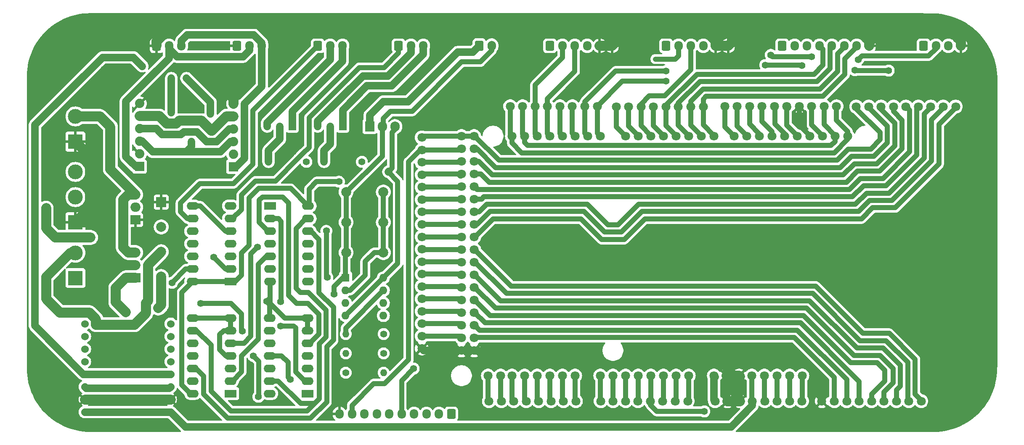
<source format=gbr>
%TF.GenerationSoftware,KiCad,Pcbnew,8.0.6*%
%TF.CreationDate,2024-12-28T01:58:13+02:00*%
%TF.ProjectId,Control_PCB,436f6e74-726f-46c5-9f50-43422e6b6963,rev?*%
%TF.SameCoordinates,Original*%
%TF.FileFunction,Copper,L2,Bot*%
%TF.FilePolarity,Positive*%
%FSLAX46Y46*%
G04 Gerber Fmt 4.6, Leading zero omitted, Abs format (unit mm)*
G04 Created by KiCad (PCBNEW 8.0.6) date 2024-12-28 01:58:13*
%MOMM*%
%LPD*%
G01*
G04 APERTURE LIST*
G04 Aperture macros list*
%AMRoundRect*
0 Rectangle with rounded corners*
0 $1 Rounding radius*
0 $2 $3 $4 $5 $6 $7 $8 $9 X,Y pos of 4 corners*
0 Add a 4 corners polygon primitive as box body*
4,1,4,$2,$3,$4,$5,$6,$7,$8,$9,$2,$3,0*
0 Add four circle primitives for the rounded corners*
1,1,$1+$1,$2,$3*
1,1,$1+$1,$4,$5*
1,1,$1+$1,$6,$7*
1,1,$1+$1,$8,$9*
0 Add four rect primitives between the rounded corners*
20,1,$1+$1,$2,$3,$4,$5,0*
20,1,$1+$1,$4,$5,$6,$7,0*
20,1,$1+$1,$6,$7,$8,$9,0*
20,1,$1+$1,$8,$9,$2,$3,0*%
G04 Aperture macros list end*
%TA.AperFunction,ComponentPad*%
%ADD10C,1.524000*%
%TD*%
%TA.AperFunction,ComponentPad*%
%ADD11C,2.000000*%
%TD*%
%TA.AperFunction,ComponentPad*%
%ADD12C,1.800000*%
%TD*%
%TA.AperFunction,ComponentPad*%
%ADD13R,1.879600X1.879600*%
%TD*%
%TA.AperFunction,ComponentPad*%
%ADD14C,1.879600*%
%TD*%
%TA.AperFunction,ComponentPad*%
%ADD15R,2.000000X1.905000*%
%TD*%
%TA.AperFunction,ComponentPad*%
%ADD16O,2.000000X1.905000*%
%TD*%
%TA.AperFunction,ComponentPad*%
%ADD17R,2.400000X1.600000*%
%TD*%
%TA.AperFunction,ComponentPad*%
%ADD18O,2.400000X1.600000*%
%TD*%
%TA.AperFunction,ComponentPad*%
%ADD19RoundRect,0.250000X-0.600000X-0.725000X0.600000X-0.725000X0.600000X0.725000X-0.600000X0.725000X0*%
%TD*%
%TA.AperFunction,ComponentPad*%
%ADD20O,1.700000X1.950000*%
%TD*%
%TA.AperFunction,ComponentPad*%
%ADD21C,1.400000*%
%TD*%
%TA.AperFunction,ComponentPad*%
%ADD22O,1.400000X1.400000*%
%TD*%
%TA.AperFunction,ComponentPad*%
%ADD23R,3.000000X3.000000*%
%TD*%
%TA.AperFunction,ComponentPad*%
%ADD24C,3.000000*%
%TD*%
%TA.AperFunction,ComponentPad*%
%ADD25RoundRect,0.250000X-0.600000X-0.750000X0.600000X-0.750000X0.600000X0.750000X-0.600000X0.750000X0*%
%TD*%
%TA.AperFunction,ComponentPad*%
%ADD26O,1.700000X2.000000*%
%TD*%
%TA.AperFunction,ComponentPad*%
%ADD27RoundRect,0.250000X0.600000X0.725000X-0.600000X0.725000X-0.600000X-0.725000X0.600000X-0.725000X0*%
%TD*%
%TA.AperFunction,ComponentPad*%
%ADD28R,1.500000X1.500000*%
%TD*%
%TA.AperFunction,ComponentPad*%
%ADD29C,1.500000*%
%TD*%
%TA.AperFunction,ComponentPad*%
%ADD30R,1.600000X1.600000*%
%TD*%
%TA.AperFunction,ComponentPad*%
%ADD31O,1.600000X1.600000*%
%TD*%
%TA.AperFunction,ComponentPad*%
%ADD32R,1.905000X2.000000*%
%TD*%
%TA.AperFunction,ComponentPad*%
%ADD33O,1.905000X2.000000*%
%TD*%
%TA.AperFunction,ComponentPad*%
%ADD34R,2.000000X2.000000*%
%TD*%
%TA.AperFunction,ViaPad*%
%ADD35C,1.400000*%
%TD*%
%TA.AperFunction,ViaPad*%
%ADD36C,5.000000*%
%TD*%
%TA.AperFunction,ViaPad*%
%ADD37C,0.600000*%
%TD*%
%TA.AperFunction,Conductor*%
%ADD38C,1.000000*%
%TD*%
%TA.AperFunction,Conductor*%
%ADD39C,1.500000*%
%TD*%
%TA.AperFunction,Conductor*%
%ADD40C,2.000000*%
%TD*%
G04 APERTURE END LIST*
D10*
%TO.P,J101,1,Pin_1*%
%TO.N,/arduino_5V_out*%
X67945000Y-126619000D03*
%TO.P,J101,2,Pin_2*%
%TO.N,GND*%
X67945000Y-124079000D03*
%TO.P,J101,3,Pin_3*%
%TO.N,/SCL*%
X67945000Y-121539000D03*
%TO.P,J101,4,Pin_4*%
%TO.N,/SDA*%
X67945000Y-118999000D03*
%TO.P,J101,5,Pin_5*%
%TO.N,unconnected-(J101-Pin_5-Pad5)*%
X67945000Y-116459000D03*
%TO.P,J101,6,Pin_6*%
%TO.N,unconnected-(J101-Pin_6-Pad6)*%
X67945000Y-113919000D03*
%TO.P,J101,7,Pin_7*%
%TO.N,unconnected-(J101-Pin_7-Pad7)*%
X67945000Y-111379000D03*
%TO.P,J101,8,Pin_8*%
%TO.N,unconnected-(J101-Pin_8-Pad8)*%
X67945000Y-108839000D03*
%TD*%
D11*
%TO.P,C1,1*%
%TO.N,/cap*%
X110744000Y-94488000D03*
%TO.P,C1,2*%
%TO.N,/battery_gnd*%
X103244000Y-94488000D03*
%TD*%
D12*
%TO.P,J21,1,Pin_1*%
%TO.N,/Metal_Sens_Data*%
X164484143Y-124424000D03*
%TD*%
%TO.P,J90,1,Pin_1*%
%TO.N,Net-(J90-Pin_1)*%
X211484143Y-124424000D03*
%TD*%
%TO.P,J78,1,Pin_1*%
%TO.N,/arduino_5V_out*%
X205914000Y-65078000D03*
%TD*%
%TO.P,J20,1,Pin_1*%
%TO.N,Net-(J20-Pin_1)*%
X166984143Y-124424000D03*
%TD*%
%TO.P,J70,1,Pin_1*%
%TO.N,/SCL*%
X136278000Y-64998000D03*
%TD*%
%TO.P,J66,1,Pin_1*%
%TO.N,/EN2_Phase_A*%
X165114000Y-65078000D03*
%TD*%
%TO.P,J92,1,Pin_1*%
%TO.N,Net-(J92-Pin_1)*%
X206484143Y-124424000D03*
%TD*%
D13*
%TO.P,U6,1,OUT*%
%TO.N,/DAC2_Out*%
X80549762Y-77188000D03*
D14*
%TO.P,U6,2,GND*%
%TO.N,GND*%
X80549762Y-74648000D03*
%TO.P,U6,3,SCL*%
%TO.N,/SCL*%
X80549762Y-72108000D03*
%TO.P,U6,4,SDA*%
%TO.N,/SDA*%
X80549762Y-69568000D03*
%TO.P,U6,5,VCC*%
%TO.N,/Rect_Out_3.3v*%
X80549762Y-67028000D03*
%TO.P,U6,6,GND*%
%TO.N,GND*%
X80549762Y-64488000D03*
%TD*%
D12*
%TO.P,J68,1,Pin_1*%
%TO.N,/1*%
X160114000Y-65078000D03*
%TD*%
%TO.P,J65,1,Pin_1*%
%TO.N,/LEN*%
X167614000Y-65078000D03*
%TD*%
%TO.P,J51,1,Pin_1*%
%TO.N,GND*%
X118477365Y-113812000D03*
%TD*%
%TO.P,J13,1,Pin_1*%
%TO.N,/arduino_3V3_out*%
X187484143Y-124424000D03*
%TD*%
%TO.P,J86,1,Pin_1*%
%TO.N,Net-(J86-Pin_1)*%
X225914000Y-65078000D03*
%TD*%
%TO.P,J10,1,Pin_1*%
%TO.N,Net-(J10-Pin_1)*%
X194984143Y-124424000D03*
%TD*%
D15*
%TO.P,U2,1,IN*%
%TO.N,/Rect_Out_12v*%
X60889000Y-99568000D03*
D16*
%TO.P,U2,2,GND*%
%TO.N,GND*%
X60889000Y-97028000D03*
%TO.P,U2,3,OUT*%
%TO.N,/Rect_Out_9v*%
X60889000Y-94488000D03*
%TD*%
D12*
%TO.P,J33,1,Pin_1*%
%TO.N,Net-(J33-Pin_1)*%
X131984143Y-124424000D03*
%TD*%
%TO.P,J49,1,Pin_1*%
%TO.N,Net-(J49-Pin_1)*%
X118477365Y-108812000D03*
%TD*%
%TO.P,J42,1,Pin_1*%
%TO.N,Net-(J42-Pin_1)*%
X118477365Y-91312000D03*
%TD*%
%TO.P,J54,1,Pin_1*%
%TO.N,Net-(J54-Pin_1)*%
X196944000Y-65024000D03*
%TD*%
%TO.P,J67,1,Pin_1*%
%TO.N,/EN2_Phase_B*%
X162614000Y-65078000D03*
%TD*%
%TO.P,J45,1,Pin_1*%
%TO.N,Net-(J45-Pin_1)*%
X118477365Y-98812000D03*
%TD*%
%TO.P,J81,1,Pin_1*%
%TO.N,Net-(J81-Pin_1)*%
X213414000Y-65078000D03*
%TD*%
%TO.P,J91,1,Pin_1*%
%TO.N,Net-(J91-Pin_1)*%
X208984143Y-124424000D03*
%TD*%
%TO.P,J56,1,Pin_1*%
%TO.N,/RIS*%
X191944000Y-65024000D03*
%TD*%
D13*
%TO.P,U8,1,OUT*%
%TO.N,/DAC1_Out*%
X61684762Y-77163000D03*
D14*
%TO.P,U8,2,GND*%
%TO.N,GND*%
X61684762Y-74623000D03*
%TO.P,U8,3,SCL*%
%TO.N,/SCL*%
X61684762Y-72083000D03*
%TO.P,U8,4,SDA*%
%TO.N,/SDA*%
X61684762Y-69543000D03*
%TO.P,U8,5,VCC*%
%TO.N,/Rect_Out_3.3v*%
X61684762Y-67003000D03*
%TO.P,U8,6,GND*%
%TO.N,GND*%
X61684762Y-64463000D03*
%TD*%
D17*
%TO.P,U5,1*%
%TO.N,/battery_vcc*%
X79983762Y-100348000D03*
D18*
%TO.P,U5,2*%
%TO.N,/clk*%
X79983762Y-97808000D03*
%TO.P,U5,3*%
%TO.N,/clk_inv*%
X79983762Y-95268000D03*
%TO.P,U5,4*%
%TO.N,Net-(U5-Pad4)*%
X79983762Y-92728000D03*
%TO.P,U5,5*%
%TO.N,/arduino_5V_out*%
X79983762Y-90188000D03*
%TO.P,U5,6*%
%TO.N,/driver2_5V_out*%
X79983762Y-87648000D03*
%TO.P,U5,7,VSS*%
%TO.N,/battery_gnd*%
X79983762Y-85108000D03*
%TO.P,U5,8*%
%TO.N,/arduino_5V_out*%
X72363762Y-85108000D03*
%TO.P,U5,9*%
%TO.N,/driver1_5V_out*%
X72363762Y-87648000D03*
%TO.P,U5,10*%
%TO.N,Net-(U5-Pad10)*%
X72363762Y-90188000D03*
%TO.P,U5,11*%
%TO.N,unconnected-(U5-Pad11)*%
X72363762Y-92728000D03*
%TO.P,U5,12*%
%TO.N,/battery_gnd*%
X72363762Y-95268000D03*
%TO.P,U5,13*%
X72363762Y-97808000D03*
%TO.P,U5,14,VDD*%
%TO.N,/battery_vcc*%
X72363762Y-100348000D03*
%TD*%
D12*
%TO.P,J76,1,Pin_1*%
%TO.N,/TTL_TX*%
X151278000Y-64998000D03*
%TD*%
D19*
%TO.P,J6,1,Pin_1*%
%TO.N,/Rect_Out_12v*%
X144272000Y-52832000D03*
D20*
%TO.P,J6,2,Pin_2*%
%TO.N,/EN1_Phase_A*%
X146772000Y-52832000D03*
%TO.P,J6,3,Pin_3*%
%TO.N,/EN1_Phase_B*%
X149272000Y-52832000D03*
%TO.P,J6,4,Pin_4*%
%TO.N,/EN1_Phase_Z*%
X151772000Y-52832000D03*
%TO.P,J6,5,Pin_5*%
%TO.N,GND*%
X154272000Y-52832000D03*
%TO.P,J6,6,Pin_6*%
X156772000Y-52832000D03*
%TD*%
D12*
%TO.P,J28,1,Pin_1*%
%TO.N,Net-(J28-Pin_1)*%
X144484143Y-124424000D03*
%TD*%
%TO.P,J32,1,Pin_1*%
%TO.N,Net-(J32-Pin_1)*%
X134484143Y-124424000D03*
%TD*%
%TO.P,J79,1,Pin_1*%
%TO.N,Net-(J79-Pin_1)*%
X208414000Y-65078000D03*
%TD*%
%TO.P,J48,1,Pin_1*%
%TO.N,Net-(J48-Pin_1)*%
X118477365Y-106312000D03*
%TD*%
%TO.P,J37,1,Pin_1*%
%TO.N,/27*%
X118477365Y-78812000D03*
%TD*%
%TO.P,J16,1,Pin_1*%
%TO.N,GND*%
X179984143Y-124424000D03*
%TD*%
%TO.P,J83,1,Pin_1*%
%TO.N,Net-(J83-Pin_1)*%
X218414000Y-65078000D03*
%TD*%
%TO.P,J29,1,Pin_1*%
%TO.N,Net-(J29-Pin_1)*%
X141984143Y-124424000D03*
%TD*%
%TO.P,J73,1,Pin_1*%
%TO.N,/EN1_Phase_B*%
X143778000Y-64998000D03*
%TD*%
%TO.P,J60,1,Pin_1*%
%TO.N,/9*%
X181944000Y-65024000D03*
%TD*%
%TO.P,J82,1,Pin_1*%
%TO.N,Net-(J82-Pin_1)*%
X215914000Y-65078000D03*
%TD*%
%TO.P,J40,1,Pin_1*%
%TO.N,Net-(J40-Pin_1)*%
X118477365Y-86312000D03*
%TD*%
%TO.P,J27,1,Pin_1*%
%TO.N,Net-(J27-Pin_1)*%
X146984143Y-124424000D03*
%TD*%
D19*
%TO.P,J3,1,Pin_1*%
%TO.N,/driver1_5V_out*%
X97536000Y-52832000D03*
D20*
%TO.P,J3,2,Pin_2*%
%TO.N,/driver1_ter_1*%
X100036000Y-52832000D03*
%TO.P,J3,3,Pin_3*%
%TO.N,/driver1_ter_2*%
X102536000Y-52832000D03*
%TD*%
D21*
%TO.P,R3,1*%
%TO.N,Net-(R2-Pad2)*%
X103180000Y-118700000D03*
D22*
%TO.P,R3,2*%
%TO.N,/cap*%
X110800000Y-118700000D03*
%TD*%
D12*
%TO.P,J30,1,Pin_1*%
%TO.N,Net-(J30-Pin_1)*%
X139484143Y-124424000D03*
%TD*%
%TO.P,J36,1,Pin_1*%
%TO.N,/25*%
X118477365Y-76312000D03*
%TD*%
%TO.P,J85,1,Pin_1*%
%TO.N,Net-(J85-Pin_1)*%
X223414000Y-65078000D03*
%TD*%
%TO.P,J80,1,Pin_1*%
%TO.N,Net-(J80-Pin_1)*%
X210914000Y-65078000D03*
%TD*%
%TO.P,J19,1,Pin_1*%
%TO.N,Net-(J19-Pin_1)*%
X169484143Y-124424000D03*
%TD*%
%TO.P,J64,1,Pin_1*%
%TO.N,/REN*%
X170114000Y-65078000D03*
%TD*%
%TO.P,J57,1,Pin_1*%
%TO.N,/LIS*%
X189444000Y-65024000D03*
%TD*%
%TO.P,J62,1,Pin_1*%
%TO.N,/RPWM*%
X175114000Y-65078000D03*
%TD*%
%TO.P,J94,1,Pin_1*%
%TO.N,Net-(J94-Pin_1)*%
X201484143Y-124424000D03*
%TD*%
%TO.P,J41,1,Pin_1*%
%TO.N,Net-(J41-Pin_1)*%
X118477365Y-88812000D03*
%TD*%
%TO.P,J34,1,Pin_1*%
%TO.N,/arduino_5V_out*%
X118477365Y-71312000D03*
%TD*%
%TO.P,J93,1,Pin_1*%
%TO.N,Net-(J93-Pin_1)*%
X203984143Y-124424000D03*
%TD*%
D21*
%TO.P,R4,1*%
%TO.N,/con_sig1*%
X95250000Y-76200000D03*
D22*
%TO.P,R4,2*%
%TO.N,Net-(Q1-B)*%
X87630000Y-76200000D03*
%TD*%
D23*
%TO.P,J8,1,Pin_1*%
%TO.N,GND*%
X48768000Y-88392000D03*
D24*
%TO.P,J8,2,Pin_2*%
%TO.N,/Metal_Sens_Data*%
X48768000Y-83312000D03*
%TO.P,J8,3,Pin_3*%
%TO.N,/Rect_Out_12v*%
X48768000Y-78232000D03*
%TD*%
D25*
%TO.P,J96,1,Pin_1*%
%TO.N,/battery_vcc_9v*%
X130048000Y-52832000D03*
D26*
%TO.P,J96,2,Pin_2*%
%TO.N,/battery_gnd*%
X132548000Y-52832000D03*
%TD*%
D12*
%TO.P,J31,1,Pin_1*%
%TO.N,Net-(J31-Pin_1)*%
X136984143Y-124424000D03*
%TD*%
D27*
%TO.P,J98,1,Pin_1*%
%TO.N,/11*%
X124420000Y-127000000D03*
D20*
%TO.P,J98,2,Pin_2*%
%TO.N,/10*%
X121920000Y-127000000D03*
%TO.P,J98,3,Pin_3*%
%TO.N,/9*%
X119420000Y-127000000D03*
%TO.P,J98,4,Pin_4*%
%TO.N,/8*%
X116920000Y-127000000D03*
%TO.P,J98,5,Pin_5*%
%TO.N,/27*%
X114420000Y-127000000D03*
%TO.P,J98,6,Pin_6*%
%TO.N,/17*%
X111920000Y-127000000D03*
%TO.P,J98,7,Pin_7*%
%TO.N,/16*%
X109420000Y-127000000D03*
%TO.P,J98,8,Pin_8*%
%TO.N,/25*%
X106920000Y-127000000D03*
%TO.P,J98,9,Pin_9*%
%TO.N,/23*%
X104420000Y-127000000D03*
%TO.P,J98,10,Pin_10*%
%TO.N,GND*%
X101920000Y-127000000D03*
%TD*%
D23*
%TO.P,J9,1,Pin_1*%
%TO.N,+12V*%
X48768000Y-99610000D03*
D24*
%TO.P,J9,2,Pin_2*%
%TO.N,/Input_Ground*%
X48768000Y-94530000D03*
%TD*%
D10*
%TO.P,J100,1,Pin_1*%
%TO.N,/arduino_5V_out*%
X50673000Y-126619000D03*
%TO.P,J100,2,Pin_2*%
%TO.N,GND*%
X50673000Y-124079000D03*
%TO.P,J100,3,Pin_3*%
%TO.N,/SCL*%
X50673000Y-121539000D03*
%TO.P,J100,4,Pin_4*%
%TO.N,/SDA*%
X50673000Y-118999000D03*
%TO.P,J100,5,Pin_5*%
%TO.N,unconnected-(J100-Pin_5-Pad5)*%
X50673000Y-116459000D03*
%TO.P,J100,6,Pin_6*%
%TO.N,unconnected-(J100-Pin_6-Pad6)*%
X50673000Y-113919000D03*
%TO.P,J100,7,Pin_7*%
%TO.N,unconnected-(J100-Pin_7-Pad7)*%
X50673000Y-111379000D03*
%TO.P,J100,8,Pin_8*%
%TO.N,unconnected-(J100-Pin_8-Pad8)*%
X50673000Y-108839000D03*
%TD*%
D19*
%TO.P,TTL,1,Pin_1*%
%TO.N,/TTL_RX*%
X219456000Y-52832000D03*
D20*
%TO.P,TTL,2,Pin_2*%
%TO.N,/TTL_TX*%
X221956000Y-52832000D03*
%TO.P,TTL,3,Pin_3*%
%TO.N,/arduino_5V_out*%
X224456000Y-52832000D03*
%TO.P,TTL,4,Pin_4*%
%TO.N,GND*%
X226956000Y-52832000D03*
%TD*%
D17*
%TO.P,U11,1,Q*%
%TO.N,/reg1_out*%
X95504000Y-122893000D03*
D18*
%TO.P,U11,2,~{Q}*%
%TO.N,/reg1_out_inv*%
X95504000Y-120353000D03*
%TO.P,U11,3,C*%
%TO.N,/clk*%
X95504000Y-117813000D03*
%TO.P,U11,4,R*%
%TO.N,/battery_gnd*%
X95504000Y-115273000D03*
%TO.P,U11,5,D*%
%TO.N,Net-(U11A-D)*%
X95504000Y-112733000D03*
%TO.P,U11,6,S*%
%TO.N,/battery_gnd*%
X95504000Y-110193000D03*
%TO.P,U11,7,VSS*%
X95504000Y-107653000D03*
%TO.P,U11,8,S*%
X87884000Y-107653000D03*
%TO.P,U11,9,D*%
%TO.N,Net-(U11B-D)*%
X87884000Y-110193000D03*
%TO.P,U11,10,R*%
%TO.N,/battery_gnd*%
X87884000Y-112733000D03*
%TO.P,U11,11,C*%
%TO.N,/clk*%
X87884000Y-115273000D03*
%TO.P,U11,12,~{Q}*%
%TO.N,/reg3_out_inv*%
X87884000Y-117813000D03*
%TO.P,U11,13,Q*%
%TO.N,/reg3_out*%
X87884000Y-120353000D03*
%TO.P,U11,14,VDD*%
%TO.N,/battery_vcc*%
X87884000Y-122893000D03*
%TD*%
D12*
%TO.P,J44,1,Pin_1*%
%TO.N,Net-(J44-Pin_1)*%
X118477365Y-96312000D03*
%TD*%
%TO.P,J74,1,Pin_1*%
%TO.N,/17*%
X146278000Y-64998000D03*
%TD*%
D19*
%TO.P,J4,1,Pin_1*%
%TO.N,/arduino_5V_out*%
X191008000Y-52832000D03*
D20*
%TO.P,J4,2,Pin_2*%
%TO.N,/LIS*%
X193508000Y-52832000D03*
%TO.P,J4,3,Pin_3*%
%TO.N,/RIS*%
X196008000Y-52832000D03*
%TO.P,J4,4,Pin_4*%
%TO.N,/LEN*%
X198508000Y-52832000D03*
%TO.P,J4,5,Pin_5*%
%TO.N,/REN*%
X201008000Y-52832000D03*
%TO.P,J4,6,Pin_6*%
%TO.N,/LPWM*%
X203508000Y-52832000D03*
%TO.P,J4,7,Pin_7*%
%TO.N,/RPWM*%
X206008000Y-52832000D03*
%TO.P,J4,8,Pin_8*%
%TO.N,GND*%
X208508000Y-52832000D03*
%TD*%
D12*
%TO.P,J39,1,Pin_1*%
%TO.N,Net-(J39-Pin_1)*%
X118477365Y-83812000D03*
%TD*%
%TO.P,J46,1,Pin_1*%
%TO.N,Net-(J46-Pin_1)*%
X118477365Y-101312000D03*
%TD*%
%TO.P,J72,1,Pin_1*%
%TO.N,/EN1_Phase_A*%
X141278000Y-64998000D03*
%TD*%
%TO.P,J43,1,Pin_1*%
%TO.N,Net-(J43-Pin_1)*%
X118477365Y-93812000D03*
%TD*%
%TO.P,J71,1,Pin_1*%
%TO.N,/SDA*%
X138778000Y-64998000D03*
%TD*%
D28*
%TO.P,Q1,1,E*%
%TO.N,/driver1_ter_2*%
X92456000Y-69088000D03*
D29*
%TO.P,Q1,2,B*%
%TO.N,Net-(Q1-B)*%
X89916000Y-69088000D03*
%TO.P,Q1,3,C*%
%TO.N,/driver1_ter_1*%
X87376000Y-69088000D03*
%TD*%
D12*
%TO.P,J69,1,Pin_1*%
%TO.N,/0*%
X157614000Y-65078000D03*
%TD*%
D30*
%TO.P,U9,1,GND*%
%TO.N,/battery_gnd*%
X103124000Y-99568000D03*
D31*
%TO.P,U9,2,TR*%
%TO.N,/cap*%
X103124000Y-102108000D03*
%TO.P,U9,3,Q*%
%TO.N,/clk*%
X103124000Y-104648000D03*
%TO.P,U9,4,R*%
%TO.N,/battery_vcc*%
X103124000Y-107188000D03*
%TO.P,U9,5,CV*%
%TO.N,unconnected-(U9-CV-Pad5)*%
X110744000Y-107188000D03*
%TO.P,U9,6,THR*%
%TO.N,/cap*%
X110744000Y-104648000D03*
%TO.P,U9,7,DIS*%
%TO.N,/res_m*%
X110744000Y-102108000D03*
%TO.P,U9,8,VCC*%
%TO.N,/battery_vcc*%
X110744000Y-99568000D03*
%TD*%
D12*
%TO.P,J88,1,Pin_1*%
%TO.N,Net-(J88-Pin_1)*%
X216484143Y-124424000D03*
%TD*%
%TO.P,J63,1,Pin_1*%
%TO.N,/LPWM*%
X172614000Y-65078000D03*
%TD*%
D23*
%TO.P,J7,1,Pin_1*%
%TO.N,GND*%
X48768000Y-72136000D03*
D24*
%TO.P,J7,2,Pin_2*%
%TO.N,/Rect_Out_9v*%
X48768000Y-67056000D03*
%TD*%
D19*
%TO.P,J1,1,Pin_1*%
%TO.N,GND*%
X81280000Y-52832000D03*
D20*
%TO.P,J1,2,Pin_2*%
%TO.N,/DAC1_Out*%
X83780000Y-52832000D03*
%TO.P,J1,3,Pin_3*%
%TO.N,/DAC2_Out*%
X86280000Y-52832000D03*
%TD*%
D12*
%TO.P,J23,1,Pin_1*%
%TO.N,Net-(J23-Pin_1)*%
X159484143Y-124424000D03*
%TD*%
%TO.P,J24,1,Pin_1*%
%TO.N,Net-(J24-Pin_1)*%
X156984143Y-124424000D03*
%TD*%
%TO.P,J22,1,Pin_1*%
%TO.N,Net-(J22-Pin_1)*%
X161984143Y-124424000D03*
%TD*%
D19*
%TO.P,J2,1,Pin_1*%
%TO.N,GND*%
X65104000Y-52832000D03*
D20*
%TO.P,J2,2,Pin_2*%
%TO.N,/DAC1_Out*%
X67604000Y-52832000D03*
%TO.P,J2,3,Pin_3*%
%TO.N,/DAC2_Out*%
X70104000Y-52832000D03*
%TD*%
D12*
%TO.P,J52,1,Pin_1*%
%TO.N,/SCL*%
X201944000Y-65024000D03*
%TD*%
%TO.P,J26,1,Pin_1*%
%TO.N,Net-(J26-Pin_1)*%
X149484143Y-124424000D03*
%TD*%
%TO.P,J53,1,Pin_1*%
%TO.N,/SDA*%
X199444000Y-65024000D03*
%TD*%
D21*
%TO.P,R1,1*%
%TO.N,/battery_vcc*%
X110800000Y-110900000D03*
D22*
%TO.P,R1,2*%
%TO.N,/res_m*%
X103180000Y-110900000D03*
%TD*%
D12*
%TO.P,J12,1,Pin_1*%
%TO.N,Net-(J12-Pin_1)*%
X189984143Y-124424000D03*
%TD*%
D32*
%TO.P,U1,1,IN*%
%TO.N,/battery_vcc_9v*%
X108000000Y-69100000D03*
D33*
%TO.P,U1,2,GND*%
%TO.N,/battery_gnd*%
X110540000Y-69100000D03*
%TO.P,U1,3,OUT*%
%TO.N,/battery_vcc*%
X113080000Y-69100000D03*
%TD*%
D12*
%TO.P,J35,1,Pin_1*%
%TO.N,/23*%
X118477365Y-73812000D03*
%TD*%
%TO.P,A1,0,0*%
%TO.N,/0*%
X159484143Y-71027000D03*
%TO.P,A1,1,1*%
%TO.N,/1*%
X162024143Y-71027000D03*
%TO.P,A1,2,2*%
%TO.N,/EN2_Phase_B*%
X164564143Y-71027000D03*
%TO.P,A1,3,3*%
%TO.N,/EN2_Phase_A*%
X167104143Y-71027000D03*
%TO.P,A1,3V3,+3V3*%
%TO.N,/arduino_3V3_out*%
X187424143Y-119287000D03*
%TO.P,A1,4,4*%
%TO.N,/LEN*%
X169644143Y-71027000D03*
%TO.P,A1,5,5*%
%TO.N,/REN*%
X172184143Y-71027000D03*
%TO.P,A1,5V_1,+5V_1*%
%TO.N,/arduino_5V_out*%
X184884143Y-119287000D03*
%TO.P,A1,5V_2,+5V_2*%
X129004143Y-71027000D03*
%TO.P,A1,5V_3,+5V_3*%
X126464143Y-71027000D03*
%TO.P,A1,6,6*%
%TO.N,/LPWM*%
X174724143Y-71027000D03*
%TO.P,A1,7,7*%
%TO.N,/RPWM*%
X177264143Y-71027000D03*
%TO.P,A1,8,8*%
%TO.N,/8*%
X181328143Y-71027000D03*
%TO.P,A1,9,9*%
%TO.N,/9*%
X183868143Y-71027000D03*
%TO.P,A1,10,10*%
%TO.N,/10*%
X186408143Y-71027000D03*
%TO.P,A1,11,11*%
%TO.N,/11*%
X188948143Y-71027000D03*
%TO.P,A1,12,12*%
%TO.N,/LIS*%
X191488143Y-71027000D03*
%TO.P,A1,13,13*%
%TO.N,/RIS*%
X194028143Y-71027000D03*
%TO.P,A1,14,14*%
%TO.N,/TTL_RX*%
X154404143Y-71027000D03*
%TO.P,A1,15,15*%
%TO.N,/TTL_TX*%
X151864143Y-71027000D03*
%TO.P,A1,16,16*%
%TO.N,/16*%
X149324143Y-71027000D03*
%TO.P,A1,17,17*%
%TO.N,/17*%
X146784143Y-71027000D03*
%TO.P,A1,18,18*%
%TO.N,/EN1_Phase_B*%
X144244143Y-71027000D03*
%TO.P,A1,19,19*%
%TO.N,/EN1_Phase_A*%
X141704143Y-71027000D03*
%TO.P,A1,20,20*%
%TO.N,/SDA*%
X139164143Y-71027000D03*
%TO.P,A1,21,21*%
%TO.N,/SCL*%
X136624143Y-71027000D03*
%TO.P,A1,22,22*%
%TO.N,Net-(J79-Pin_1)*%
X129004143Y-73567000D03*
%TO.P,A1,23,23*%
%TO.N,/23*%
X126464143Y-73567000D03*
%TO.P,A1,24,24*%
%TO.N,Net-(J80-Pin_1)*%
X129004143Y-76107000D03*
%TO.P,A1,25,25*%
%TO.N,/25*%
X126464143Y-76107000D03*
%TO.P,A1,26,26*%
%TO.N,Net-(J81-Pin_1)*%
X129004143Y-78647000D03*
%TO.P,A1,27,27*%
%TO.N,/27*%
X126464143Y-78647000D03*
%TO.P,A1,28,28*%
%TO.N,Net-(J82-Pin_1)*%
X129004143Y-81187000D03*
%TO.P,A1,29,29*%
%TO.N,Net-(J38-Pin_1)*%
X126464143Y-81187000D03*
%TO.P,A1,30,30*%
%TO.N,Net-(J83-Pin_1)*%
X129004143Y-83727000D03*
%TO.P,A1,31,31*%
%TO.N,Net-(J39-Pin_1)*%
X126464143Y-83727000D03*
%TO.P,A1,32,32*%
%TO.N,Net-(J84-Pin_1)*%
X129004143Y-86267000D03*
%TO.P,A1,33,33*%
%TO.N,Net-(J40-Pin_1)*%
X126464143Y-86267000D03*
%TO.P,A1,34,34*%
%TO.N,Net-(J85-Pin_1)*%
X129004143Y-88807000D03*
%TO.P,A1,35,35*%
%TO.N,Net-(J41-Pin_1)*%
X126464143Y-88807000D03*
%TO.P,A1,36,36*%
%TO.N,Net-(J86-Pin_1)*%
X129004143Y-91347000D03*
%TO.P,A1,37,37*%
%TO.N,Net-(J42-Pin_1)*%
X126464143Y-91347000D03*
%TO.P,A1,38,38*%
%TO.N,Net-(J87-Pin_1)*%
X129004143Y-93887000D03*
%TO.P,A1,39,39*%
%TO.N,Net-(J43-Pin_1)*%
X126464143Y-93887000D03*
%TO.P,A1,40,40*%
%TO.N,Net-(J88-Pin_1)*%
X129004143Y-96427000D03*
%TO.P,A1,41,41*%
%TO.N,Net-(J44-Pin_1)*%
X126464143Y-96427000D03*
%TO.P,A1,42,42*%
%TO.N,Net-(J89-Pin_1)*%
X129004143Y-98967000D03*
%TO.P,A1,43,43*%
%TO.N,Net-(J45-Pin_1)*%
X126464143Y-98967000D03*
%TO.P,A1,44,44*%
%TO.N,Net-(J90-Pin_1)*%
X129004143Y-101507000D03*
%TO.P,A1,45,45*%
%TO.N,Net-(J46-Pin_1)*%
X126464143Y-101507000D03*
%TO.P,A1,46,46*%
%TO.N,Net-(J91-Pin_1)*%
X129004143Y-104047000D03*
%TO.P,A1,47,47*%
%TO.N,Net-(J47-Pin_1)*%
X126464143Y-104047000D03*
%TO.P,A1,48,48*%
%TO.N,Net-(J92-Pin_1)*%
X129004143Y-106587000D03*
%TO.P,A1,49,49*%
%TO.N,Net-(J48-Pin_1)*%
X126464143Y-106587000D03*
%TO.P,A1,50,50*%
%TO.N,Net-(J93-Pin_1)*%
X129004143Y-109127000D03*
%TO.P,A1,51,51*%
%TO.N,Net-(J49-Pin_1)*%
X126464143Y-109127000D03*
%TO.P,A1,52,52*%
%TO.N,Net-(J94-Pin_1)*%
X129004143Y-111667000D03*
%TO.P,A1,53,53*%
%TO.N,Net-(J50-Pin_1)*%
X126464143Y-111667000D03*
%TO.P,A1,AD0,AD0*%
%TO.N,Net-(J18-Pin_1)*%
X172184143Y-119287000D03*
%TO.P,A1,AD1,AD1*%
%TO.N,Net-(J19-Pin_1)*%
X169644143Y-119287000D03*
%TO.P,A1,AD2,AD2*%
%TO.N,Net-(J20-Pin_1)*%
X167104143Y-119287000D03*
%TO.P,A1,AD3,AD3*%
%TO.N,/Metal_Sens_Data*%
X164564143Y-119287000D03*
%TO.P,A1,AD4,AD4*%
%TO.N,Net-(J22-Pin_1)*%
X162024143Y-119287000D03*
%TO.P,A1,AD5,AD5*%
%TO.N,Net-(J23-Pin_1)*%
X159484143Y-119287000D03*
%TO.P,A1,AD6,AD6*%
%TO.N,Net-(J24-Pin_1)*%
X156944143Y-119287000D03*
%TO.P,A1,AD7,AD7*%
%TO.N,Net-(J25-Pin_1)*%
X154404143Y-119287000D03*
%TO.P,A1,AD8,AD8*%
%TO.N,Net-(J26-Pin_1)*%
X149324143Y-119287000D03*
%TO.P,A1,AD9,AD9*%
%TO.N,Net-(J27-Pin_1)*%
X146784143Y-119287000D03*
%TO.P,A1,AD10,AD10*%
%TO.N,Net-(J28-Pin_1)*%
X144244143Y-119287000D03*
%TO.P,A1,AD11,AD11*%
%TO.N,Net-(J29-Pin_1)*%
X141704143Y-119287000D03*
%TO.P,A1,AD12,AD12*%
%TO.N,Net-(J30-Pin_1)*%
X139164143Y-119287000D03*
%TO.P,A1,AD13,AD13*%
%TO.N,Net-(J31-Pin_1)*%
X136624143Y-119287000D03*
%TO.P,A1,AD14,AD14*%
%TO.N,Net-(J32-Pin_1)*%
X134338143Y-119287000D03*
%TO.P,A1,AD15,AD15*%
%TO.N,Net-(J33-Pin_1)*%
X131798143Y-119287000D03*
%TO.P,A1,AREF,AREF*%
%TO.N,Net-(J54-Pin_1)*%
X199108143Y-71027000D03*
%TO.P,A1,GND1,GND1*%
%TO.N,GND*%
X182344143Y-119287000D03*
%TO.P,A1,GND2,GND2*%
X179804143Y-119287000D03*
%TO.P,A1,GND3,GND3*%
X196568143Y-71027000D03*
%TO.P,A1,GND4,GND4*%
X129004143Y-114207000D03*
%TO.P,A1,GND5,GND5*%
X126464143Y-114207000D03*
%TO.P,A1,IOREF,IOREF*%
%TO.N,Net-(J11-Pin_1)*%
X192504143Y-119287000D03*
%TO.P,A1,NC,NC*%
%TO.N,Net-(J10-Pin_1)*%
X195044143Y-119287000D03*
%TO.P,A1,RESET,RESET*%
%TO.N,Net-(J12-Pin_1)*%
X189964143Y-119287000D03*
%TO.P,A1,SCL,SCL*%
%TO.N,/SCL*%
X204188143Y-71027000D03*
%TO.P,A1,SDA,SDA*%
%TO.N,/SDA*%
X201648143Y-71027000D03*
%TO.P,A1,VIN,VIN*%
%TO.N,Net-(J17-Pin_1)*%
X177264143Y-119287000D03*
%TD*%
%TO.P,J18,1,Pin_1*%
%TO.N,Net-(J18-Pin_1)*%
X171984143Y-124424000D03*
%TD*%
%TO.P,J84,1,Pin_1*%
%TO.N,Net-(J84-Pin_1)*%
X220914000Y-65078000D03*
%TD*%
%TO.P,J87,1,Pin_1*%
%TO.N,Net-(J87-Pin_1)*%
X218984143Y-124424000D03*
%TD*%
%TO.P,J17,1,Pin_1*%
%TO.N,Net-(J17-Pin_1)*%
X177484143Y-124424000D03*
%TD*%
%TO.P,J47,1,Pin_1*%
%TO.N,Net-(J47-Pin_1)*%
X118477365Y-103812000D03*
%TD*%
%TO.P,J25,1,Pin_1*%
%TO.N,Net-(J25-Pin_1)*%
X154484143Y-124424000D03*
%TD*%
D15*
%TO.P,U4,1,GND*%
%TO.N,GND*%
X60889000Y-87884000D03*
D16*
%TO.P,U4,2,VO*%
%TO.N,/Rect_Out_3.3v*%
X60889000Y-85344000D03*
%TO.P,U4,3,VI*%
%TO.N,/Rect_Out_9v*%
X60889000Y-82804000D03*
%TD*%
D12*
%TO.P,J89,1,Pin_1*%
%TO.N,Net-(J89-Pin_1)*%
X213984143Y-124424000D03*
%TD*%
D17*
%TO.P,U10,1,Q*%
%TO.N,unconnected-(U10A-Q-Pad1)*%
X80004000Y-122893000D03*
D18*
%TO.P,U10,2,~{Q}*%
%TO.N,Net-(U10A-~{Q})*%
X80004000Y-120353000D03*
%TO.P,U10,3,C*%
%TO.N,/clk_inv*%
X80004000Y-117813000D03*
%TO.P,U10,4,R*%
%TO.N,/battery_gnd*%
X80004000Y-115273000D03*
%TO.P,U10,5,D*%
%TO.N,/reg1_out*%
X80004000Y-112733000D03*
%TO.P,U10,6,S*%
%TO.N,/battery_gnd*%
X80004000Y-110193000D03*
%TO.P,U10,7,VSS*%
X80004000Y-107653000D03*
%TO.P,U10,8,S*%
X72384000Y-107653000D03*
%TO.P,U10,9,D*%
%TO.N,/reg3_out*%
X72384000Y-110193000D03*
%TO.P,U10,10,R*%
%TO.N,/battery_gnd*%
X72384000Y-112733000D03*
%TO.P,U10,11,C*%
%TO.N,/clk_inv*%
X72384000Y-115273000D03*
%TO.P,U10,12,~{Q}*%
%TO.N,Net-(U10B-~{Q})*%
X72384000Y-117813000D03*
%TO.P,U10,13,Q*%
%TO.N,unconnected-(U10B-Q-Pad13)*%
X72384000Y-120353000D03*
%TO.P,U10,14,VDD*%
%TO.N,/battery_vcc*%
X72384000Y-122893000D03*
%TD*%
D12*
%TO.P,J61,1,Pin_1*%
%TO.N,/8*%
X179444000Y-65024000D03*
%TD*%
D28*
%TO.P,Q2,1,E*%
%TO.N,/driver2_ter_2*%
X102616000Y-69088000D03*
D29*
%TO.P,Q2,2,B*%
%TO.N,Net-(Q2-B)*%
X100076000Y-69088000D03*
%TO.P,Q2,3,C*%
%TO.N,/driver2_ter_1*%
X97536000Y-69088000D03*
%TD*%
D12*
%TO.P,J77,1,Pin_1*%
%TO.N,/TTL_RX*%
X153778000Y-64998000D03*
%TD*%
D21*
%TO.P,R5,1*%
%TO.N,/con_sig2*%
X106426000Y-76200000D03*
D22*
%TO.P,R5,2*%
%TO.N,Net-(Q2-B)*%
X98806000Y-76200000D03*
%TD*%
D11*
%TO.P,C2,1*%
%TO.N,/cap*%
X110744000Y-88392000D03*
%TO.P,C2,2*%
%TO.N,/battery_gnd*%
X103244000Y-88392000D03*
%TD*%
D12*
%TO.P,J50,1,Pin_1*%
%TO.N,Net-(J50-Pin_1)*%
X118477365Y-111312000D03*
%TD*%
%TO.P,J58,1,Pin_1*%
%TO.N,/11*%
X186944000Y-65024000D03*
%TD*%
%TO.P,J14,1,Pin_1*%
%TO.N,/arduino_5V_out*%
X184984143Y-124424000D03*
%TD*%
D19*
%TO.P,J5,1,Pin_1*%
%TO.N,/Rect_Out_12v*%
X167640000Y-52832000D03*
D20*
%TO.P,J5,2,Pin_2*%
%TO.N,/EN2_Phase_A*%
X170140000Y-52832000D03*
%TO.P,J5,3,Pin_3*%
%TO.N,/EN2_Phase_B*%
X172640000Y-52832000D03*
%TO.P,J5,4,Pin_4*%
%TO.N,/EN2_Phase_Z*%
X175140000Y-52832000D03*
%TO.P,J5,5,Pin_5*%
%TO.N,GND*%
X177640000Y-52832000D03*
%TO.P,J5,6,Pin_6*%
X180140000Y-52832000D03*
%TD*%
D21*
%TO.P,R2,1*%
%TO.N,/res_m*%
X110800000Y-114800000D03*
D22*
%TO.P,R2,2*%
%TO.N,Net-(R2-Pad2)*%
X103180000Y-114800000D03*
%TD*%
D12*
%TO.P,J11,1,Pin_1*%
%TO.N,Net-(J11-Pin_1)*%
X192484143Y-124424000D03*
%TD*%
%TO.P,J75,1,Pin_1*%
%TO.N,/16*%
X148778000Y-64998000D03*
%TD*%
%TO.P,J15,1,Pin_1*%
%TO.N,GND*%
X182484143Y-124424000D03*
%TD*%
%TO.P,J59,1,Pin_1*%
%TO.N,/10*%
X184444000Y-65024000D03*
%TD*%
D17*
%TO.P,U7,1*%
%TO.N,Net-(U5-Pad10)*%
X87983762Y-85108000D03*
D18*
%TO.P,U7,2*%
%TO.N,/reg1_out_inv*%
X87983762Y-87648000D03*
%TO.P,U7,3*%
%TO.N,Net-(U11A-D)*%
X87983762Y-90188000D03*
%TO.P,U7,4*%
%TO.N,/con_sig1*%
X87983762Y-92728000D03*
%TO.P,U7,5*%
%TO.N,Net-(U10A-~{Q})*%
X87983762Y-95268000D03*
%TO.P,U7,6*%
%TO.N,/reg1_out*%
X87983762Y-97808000D03*
%TO.P,U7,7,VSS*%
%TO.N,/battery_gnd*%
X87983762Y-100348000D03*
%TO.P,U7,8*%
%TO.N,Net-(U5-Pad4)*%
X95603762Y-100348000D03*
%TO.P,U7,9*%
%TO.N,/reg3_out_inv*%
X95603762Y-97808000D03*
%TO.P,U7,10*%
%TO.N,Net-(U11B-D)*%
X95603762Y-95268000D03*
%TO.P,U7,11*%
%TO.N,/con_sig2*%
X95603762Y-92728000D03*
%TO.P,U7,12*%
%TO.N,Net-(U10B-~{Q})*%
X95603762Y-90188000D03*
%TO.P,U7,13*%
%TO.N,/reg3_out*%
X95603762Y-87648000D03*
%TO.P,U7,14,VDD*%
%TO.N,/battery_vcc*%
X95603762Y-85108000D03*
%TD*%
D12*
%TO.P,J38,1,Pin_1*%
%TO.N,Net-(J38-Pin_1)*%
X118477365Y-81312000D03*
%TD*%
%TO.P,J95,1,Pin_1*%
%TO.N,GND*%
X198984143Y-124424000D03*
%TD*%
D19*
%TO.P,J97,1,Pin_1*%
%TO.N,/driver2_5V_out*%
X113792000Y-52832000D03*
D20*
%TO.P,J97,2,Pin_2*%
%TO.N,/driver2_ter_1*%
X116292000Y-52832000D03*
%TO.P,J97,3,Pin_3*%
%TO.N,/driver2_ter_2*%
X118792000Y-52832000D03*
%TD*%
D34*
%TO.P,D1,1,-*%
%TO.N,GND*%
X66040000Y-84328000D03*
D11*
%TO.P,D1,2*%
%TO.N,+12V*%
X66040000Y-89328000D03*
%TO.P,D1,3*%
%TO.N,/Input_Ground*%
X66040000Y-94328000D03*
%TO.P,D1,4,+*%
%TO.N,/Rect_Out_12v*%
X66040000Y-99328000D03*
%TD*%
%TO.P,C3,1*%
%TO.N,/cap*%
X110744000Y-82296000D03*
%TO.P,C3,2*%
%TO.N,/battery_gnd*%
X103244000Y-82296000D03*
%TD*%
D12*
%TO.P,J55,1,Pin_1*%
%TO.N,GND*%
X194444000Y-65024000D03*
%TD*%
D35*
%TO.N,GND*%
X113400000Y-99600000D03*
X100200000Y-86900000D03*
D36*
X217400000Y-105200000D03*
D35*
X105500000Y-86900000D03*
X75300000Y-126700000D03*
D36*
X55800000Y-58900000D03*
D35*
X83900000Y-119600000D03*
X75470000Y-57410000D03*
X110700000Y-97000000D03*
D36*
X55880000Y-114808000D03*
X217400000Y-58900000D03*
D35*
%TO.N,/27*%
X116840000Y-117856000D03*
%TO.N,/SCL*%
X72136000Y-72136000D03*
X68072000Y-66260000D03*
X68072000Y-59358000D03*
%TO.N,/Metal_Sens_Data*%
X175340000Y-126490000D03*
%TO.N,/SDA*%
X71120000Y-59358000D03*
X75184000Y-72136000D03*
X62230000Y-56950000D03*
X75949962Y-66540000D03*
D37*
%TO.N,/EN2_Phase_A*%
X165500000Y-55500000D03*
D35*
%TO.N,/Rect_Out_12v*%
X42870000Y-85542000D03*
X65452896Y-105664000D03*
X51816000Y-91440000D03*
X58928000Y-106532000D03*
%TO.N,/battery_gnd*%
X100823458Y-102855458D03*
X87280000Y-104350000D03*
X68220000Y-100584000D03*
%TO.N,/reg1_out*%
X85440000Y-93390000D03*
X84599000Y-115316916D03*
X85609968Y-123532066D03*
%TO.N,/battery_vcc*%
X111760000Y-78232000D03*
X101800000Y-80200000D03*
%TO.N,/clk*%
X91990000Y-120030000D03*
X74000000Y-104768000D03*
X82390000Y-110310000D03*
X76600000Y-95430000D03*
%TO.N,/reg1_out_inv*%
X90070000Y-109270000D03*
X90070000Y-104360000D03*
%TO.N,Net-(U11B-D)*%
X99270000Y-90126000D03*
X99469999Y-99457158D03*
%TO.N,/TTL_TX*%
X196880000Y-55020000D03*
X206310000Y-55610000D03*
X188710000Y-54660000D03*
X167640000Y-57912000D03*
%TO.N,/TTL_RX*%
X205627137Y-57747303D03*
X212430000Y-57820000D03*
X167640000Y-59944000D03*
X187600000Y-56710000D03*
X194940000Y-56820000D03*
%TD*%
D38*
%TO.N,Net-(J87-Pin_1)*%
X217754143Y-123035278D02*
X218984143Y-124265278D01*
X197742207Y-101247000D02*
X207262207Y-110767000D01*
X207262207Y-110767000D02*
X212543242Y-110767000D01*
X136494365Y-101247000D02*
X197742207Y-101247000D01*
X217754143Y-115977901D02*
X217754143Y-123035278D01*
X218984143Y-124265278D02*
X218984143Y-124424000D01*
X212543242Y-110767000D02*
X217754143Y-115977901D01*
X129004143Y-93887000D02*
X129134365Y-93887000D01*
X129134365Y-93887000D02*
X136494365Y-101247000D01*
%TO.N,/EN1_Phase_B*%
X149272000Y-52832000D02*
X149272000Y-57992000D01*
X143778000Y-70560857D02*
X144244143Y-71027000D01*
X144244143Y-70908278D02*
X144244143Y-71027000D01*
X143778000Y-63486000D02*
X143778000Y-64998000D01*
X143778000Y-64998000D02*
X143778000Y-70560857D01*
X149272000Y-57992000D02*
X143778000Y-63486000D01*
%TO.N,Net-(J20-Pin_1)*%
X167104143Y-124304000D02*
X166984143Y-124424000D01*
X167104143Y-119287000D02*
X167104143Y-124304000D01*
D39*
%TO.N,GND*%
X129004143Y-114207000D02*
X126464143Y-114207000D01*
D40*
X179804143Y-119287000D02*
X182344143Y-119287000D01*
X154437000Y-48397000D02*
X156772000Y-50732000D01*
X156772000Y-50732000D02*
X156772000Y-52832000D01*
D39*
X182344143Y-124284000D02*
X182484143Y-124424000D01*
D40*
X208508000Y-52832000D02*
X208508000Y-51911882D01*
X60889000Y-97028000D02*
X57889000Y-97028000D01*
X226948943Y-51911882D02*
X226948943Y-52832000D01*
D39*
X129109143Y-114312000D02*
X152018634Y-114312000D01*
D40*
X179984143Y-119467000D02*
X179804143Y-119287000D01*
X55880000Y-91440000D02*
X52832000Y-88392000D01*
X179984143Y-124424000D02*
X182484143Y-124424000D01*
D39*
X161984143Y-113812000D02*
X182909127Y-113812000D01*
D38*
X194444000Y-65024000D02*
X194444000Y-68784135D01*
D39*
X179804143Y-119287000D02*
X179804143Y-116916984D01*
D40*
X177640000Y-51911882D02*
X176105118Y-50377000D01*
X65104000Y-51911882D02*
X68618882Y-48397000D01*
D39*
X154763634Y-117057000D02*
X158739143Y-117057000D01*
D40*
X51748000Y-75116000D02*
X51748000Y-85412000D01*
D39*
X152018634Y-114312000D02*
X154763634Y-117057000D01*
D40*
X48768000Y-88392000D02*
X52832000Y-88392000D01*
X75470000Y-57410000D02*
X75698000Y-57410000D01*
X208500943Y-52181000D02*
X210304943Y-50377000D01*
X208508000Y-51911882D02*
X206380118Y-49784000D01*
X57889000Y-97028000D02*
X55880000Y-95019000D01*
D39*
X193209365Y-113812000D02*
X198984143Y-119586778D01*
D40*
X177640000Y-52832000D02*
X177640000Y-51911882D01*
D39*
X126464143Y-114207000D02*
X118872365Y-114207000D01*
D40*
X183188000Y-49784000D02*
X180140000Y-52832000D01*
X156772000Y-52832000D02*
X154272000Y-52832000D01*
X210304943Y-50377000D02*
X225414061Y-50377000D01*
X55880000Y-95019000D02*
X55880000Y-91440000D01*
X48768000Y-72136000D02*
X51748000Y-75116000D01*
X65104000Y-52832000D02*
X65104000Y-51911882D01*
D38*
X194444000Y-68784135D02*
X196568143Y-70908278D01*
D40*
X159227000Y-50377000D02*
X156772000Y-52832000D01*
D39*
X182344143Y-119287000D02*
X182344143Y-124284000D01*
D40*
X208500943Y-52832000D02*
X208500943Y-52181000D01*
X180140000Y-52832000D02*
X177640000Y-52832000D01*
X68618882Y-48397000D02*
X154437000Y-48397000D01*
X225414061Y-50377000D02*
X226948943Y-51911882D01*
D39*
X179804143Y-116916984D02*
X182909127Y-113812000D01*
D38*
X196568143Y-70908278D02*
X196568143Y-71027000D01*
D40*
X50673000Y-124079000D02*
X67945000Y-124079000D01*
D39*
X179804143Y-119287000D02*
X179804143Y-124244000D01*
X129004143Y-114207000D02*
X129109143Y-114312000D01*
X179804143Y-124244000D02*
X179984143Y-124424000D01*
D40*
X206380118Y-49784000D02*
X183188000Y-49784000D01*
D39*
X198984143Y-119586778D02*
X198984143Y-124424000D01*
D40*
X51748000Y-85412000D02*
X48768000Y-88392000D01*
X75698000Y-57410000D02*
X80549762Y-62261762D01*
X182484143Y-119427000D02*
X182344143Y-119287000D01*
X176105118Y-50377000D02*
X159227000Y-50377000D01*
D39*
X182909127Y-113812000D02*
X193209365Y-113812000D01*
X118872365Y-114207000D02*
X118477365Y-113812000D01*
X158739143Y-117057000D02*
X161984143Y-113812000D01*
D40*
X80549762Y-62261762D02*
X80549762Y-64488000D01*
D38*
%TO.N,/27*%
X116840000Y-117856000D02*
X114420000Y-120276000D01*
X114420000Y-120276000D02*
X114420000Y-127000000D01*
X118642365Y-78647000D02*
X118477365Y-78812000D01*
D39*
X126299143Y-78812000D02*
X126464143Y-78647000D01*
D38*
X126464143Y-78647000D02*
X118642365Y-78647000D01*
%TO.N,Net-(J28-Pin_1)*%
X144244143Y-119287000D02*
X144244143Y-124184000D01*
X144244143Y-124184000D02*
X144484143Y-124424000D01*
%TO.N,Net-(J40-Pin_1)*%
X118477365Y-86312000D02*
X126419143Y-86312000D01*
X126419143Y-86312000D02*
X126464143Y-86267000D01*
D39*
%TO.N,/SCL*%
X68072000Y-66260000D02*
X68072000Y-59358000D01*
X77961201Y-74168000D02*
X80021201Y-72108000D01*
D38*
X136624143Y-72394143D02*
X138617000Y-74387000D01*
X138617000Y-74387000D02*
X201463000Y-74387000D01*
D39*
X71120000Y-74168000D02*
X77961201Y-74168000D01*
X72136000Y-73152000D02*
X71120000Y-74168000D01*
D38*
X204188143Y-70076143D02*
X204188143Y-71027000D01*
X136624143Y-71027000D02*
X136624143Y-72394143D01*
D39*
X67635000Y-121849000D02*
X67945000Y-121539000D01*
X64298323Y-74168000D02*
X71120000Y-74168000D01*
X80021201Y-72108000D02*
X80549762Y-72108000D01*
X61684762Y-72083000D02*
X62213323Y-72083000D01*
D38*
X136278000Y-70680857D02*
X136624143Y-71027000D01*
D39*
X62213323Y-72083000D02*
X64298323Y-74168000D01*
X50983000Y-121849000D02*
X67635000Y-121849000D01*
D38*
X201463000Y-74387000D02*
X204188143Y-71661857D01*
X204188143Y-71661857D02*
X204188143Y-71027000D01*
D39*
X50673000Y-121539000D02*
X50983000Y-121849000D01*
D38*
X201944000Y-65024000D02*
X201944000Y-67832000D01*
X136278000Y-64998000D02*
X136278000Y-70680857D01*
X201944000Y-67832000D02*
X204188143Y-70076143D01*
D39*
X72136000Y-72136000D02*
X72136000Y-73152000D01*
D38*
%TO.N,Net-(J83-Pin_1)*%
X130501329Y-83727000D02*
X129004143Y-83727000D01*
X211886278Y-81027000D02*
X207381216Y-81027000D01*
X218104143Y-65387857D02*
X218104143Y-74809135D01*
X218104143Y-74809135D02*
X211886278Y-81027000D01*
X130961329Y-83267000D02*
X130501329Y-83727000D01*
X218414000Y-65078000D02*
X218104143Y-65387857D01*
X207381216Y-81027000D02*
X205141216Y-83267000D01*
D39*
X129004143Y-83727000D02*
X129064143Y-83667000D01*
D38*
X205141216Y-83267000D02*
X130961329Y-83267000D01*
%TO.N,Net-(J91-Pin_1)*%
X132242865Y-107167000D02*
X195290063Y-107167000D01*
X210091098Y-116687000D02*
X211614143Y-118210045D01*
X129122865Y-104047000D02*
X132242865Y-107167000D01*
X129004143Y-104047000D02*
X129122865Y-104047000D01*
X208984143Y-122993955D02*
X208984143Y-124424000D01*
X211614143Y-120363955D02*
X208984143Y-122993955D01*
X204810063Y-116687000D02*
X210091098Y-116687000D01*
X211614143Y-118210045D02*
X211614143Y-120363955D01*
X195290063Y-107167000D02*
X204810063Y-116687000D01*
%TO.N,Net-(J94-Pin_1)*%
X129064143Y-111607000D02*
X193450955Y-111607000D01*
X193450955Y-111607000D02*
X201484143Y-119640188D01*
X129004143Y-111667000D02*
X129064143Y-111607000D01*
X201484143Y-119640188D02*
X201484143Y-124424000D01*
%TO.N,Net-(J42-Pin_1)*%
X126429143Y-91312000D02*
X126464143Y-91347000D01*
X118477365Y-91312000D02*
X126429143Y-91312000D01*
%TO.N,Net-(J85-Pin_1)*%
X155286964Y-90380000D02*
X151133964Y-86227000D01*
X213112350Y-83987000D02*
X208607288Y-83987000D01*
X223414000Y-65078000D02*
X223414000Y-65386000D01*
X221064143Y-76035207D02*
X213112350Y-83987000D01*
X223414000Y-65386000D02*
X221064143Y-67735857D01*
X132187401Y-86227000D02*
X129607401Y-88807000D01*
X208607288Y-83987000D02*
X206367288Y-86227000D01*
X221064143Y-67735857D02*
X221064143Y-76035207D01*
X206367288Y-86227000D02*
X162766036Y-86227000D01*
X151133964Y-86227000D02*
X132187401Y-86227000D01*
X158613036Y-90380000D02*
X155286964Y-90380000D01*
X129607401Y-88807000D02*
X129004143Y-88807000D01*
X162766036Y-86227000D02*
X158613036Y-90380000D01*
%TO.N,Net-(J48-Pin_1)*%
X126189143Y-106312000D02*
X126464143Y-106587000D01*
X118477365Y-106312000D02*
X126189143Y-106312000D01*
D39*
X118537365Y-106372000D02*
X118477365Y-106312000D01*
D38*
%TO.N,Net-(J86-Pin_1)*%
X225914000Y-65286000D02*
X222544143Y-68655857D01*
X159226072Y-91860000D02*
X154673928Y-91860000D01*
X222544143Y-76648243D02*
X213725386Y-85467000D01*
X163379072Y-87707000D02*
X159226072Y-91860000D01*
X132804365Y-87707000D02*
X129164365Y-91347000D01*
X222544143Y-68655857D02*
X222544143Y-76648243D01*
X150520928Y-87707000D02*
X132804365Y-87707000D01*
X154673928Y-91860000D02*
X150520928Y-87707000D01*
X213725386Y-85467000D02*
X209220324Y-85467000D01*
X209220324Y-85467000D02*
X206980324Y-87707000D01*
X129164365Y-91347000D02*
X129004143Y-91347000D01*
X225914000Y-65078000D02*
X225914000Y-65286000D01*
X206980324Y-87707000D02*
X163379072Y-87707000D01*
%TO.N,/Metal_Sens_Data*%
X164484143Y-125178792D02*
X164484143Y-123906000D01*
X165787351Y-126482000D02*
X164484143Y-125178792D01*
X164564143Y-124344000D02*
X164484143Y-124424000D01*
X164564143Y-119287000D02*
X164564143Y-124344000D01*
X175332000Y-126482000D02*
X165787351Y-126482000D01*
X175340000Y-126490000D02*
X175332000Y-126482000D01*
%TO.N,/LPWM*%
X202138000Y-54415011D02*
X202138000Y-57984393D01*
X203508000Y-53045011D02*
X202138000Y-54415011D01*
X172614000Y-68798135D02*
X174724143Y-70908278D01*
X174984143Y-70767000D02*
X174724143Y-71027000D01*
X203508000Y-52832000D02*
X203508000Y-53045011D01*
X198610393Y-61512000D02*
X175074072Y-61512000D01*
X172614000Y-65078000D02*
X172614000Y-68798135D01*
X175074072Y-61512000D02*
X172614000Y-63972072D01*
X202138000Y-57984393D02*
X198610393Y-61512000D01*
X172614000Y-63972072D02*
X172614000Y-65078000D01*
X174724143Y-70908278D02*
X174724143Y-71027000D01*
%TO.N,/arduino_5V_out*%
X126179143Y-71312000D02*
X126464143Y-71027000D01*
X204316036Y-73627000D02*
X208821098Y-73627000D01*
X118762365Y-71027000D02*
X118477365Y-71312000D01*
X72363762Y-85108000D02*
X73928000Y-85108000D01*
X126464143Y-71027000D02*
X118762365Y-71027000D01*
X210704143Y-71743955D02*
X210704143Y-70310045D01*
D39*
X67945000Y-126619000D02*
X70936000Y-129610000D01*
D38*
X133977188Y-75867000D02*
X202076036Y-75867000D01*
D39*
X50673000Y-126619000D02*
X67945000Y-126619000D01*
D38*
X129137188Y-71027000D02*
X133977188Y-75867000D01*
D39*
X180712143Y-129610000D02*
X184984143Y-125338000D01*
D38*
X79008000Y-90188000D02*
X79983762Y-90188000D01*
X184984143Y-119387000D02*
X184884143Y-119287000D01*
X202076036Y-75867000D02*
X204316036Y-73627000D01*
X210704143Y-70310045D02*
X205914000Y-65519902D01*
X184884143Y-119287000D02*
X184884143Y-124324000D01*
X126464143Y-71027000D02*
X129004143Y-71027000D01*
X205914000Y-65519902D02*
X205914000Y-65078000D01*
D39*
X70936000Y-129610000D02*
X180712143Y-129610000D01*
X72698636Y-85108000D02*
X72363762Y-85108000D01*
D38*
X129004143Y-71027000D02*
X129137188Y-71027000D01*
X208821098Y-73627000D02*
X210704143Y-71743955D01*
X184884143Y-124324000D02*
X184984143Y-124424000D01*
X73928000Y-85108000D02*
X79008000Y-90188000D01*
D39*
X184984143Y-125338000D02*
X184984143Y-124424000D01*
D38*
%TO.N,Net-(J81-Pin_1)*%
X130371329Y-78647000D02*
X132031329Y-80307000D01*
X132031329Y-80307000D02*
X203915144Y-80307000D01*
X215144143Y-73583063D02*
X215144143Y-67780793D01*
X129004143Y-78647000D02*
X130371329Y-78647000D01*
X213414000Y-66050650D02*
X213414000Y-65078000D01*
X210660206Y-78067000D02*
X215144143Y-73583063D01*
X206155144Y-78067000D02*
X210660206Y-78067000D01*
X215144143Y-67780793D02*
X213414000Y-66050650D01*
X203915144Y-80307000D02*
X206155144Y-78067000D01*
%TO.N,Net-(J12-Pin_1)*%
X189964143Y-119287000D02*
X189964143Y-124404000D01*
X189964143Y-124404000D02*
X189984143Y-124424000D01*
D39*
X189984143Y-119307000D02*
X189964143Y-119287000D01*
D38*
%TO.N,/LEN*%
X167614000Y-64786000D02*
X167614000Y-65078000D01*
X198508000Y-52832000D02*
X199178000Y-53502000D01*
X167614000Y-68878135D02*
X169644143Y-70908278D01*
X199178000Y-56758321D02*
X197384321Y-58552000D01*
X167614000Y-65078000D02*
X167614000Y-68878135D01*
X173848000Y-58552000D02*
X167614000Y-64786000D01*
X169644143Y-70908278D02*
X169644143Y-71027000D01*
X199178000Y-53502000D02*
X199178000Y-56758321D01*
X197384321Y-58552000D02*
X173848000Y-58552000D01*
%TO.N,Net-(J19-Pin_1)*%
X169644143Y-124264000D02*
X169484143Y-124424000D01*
X169644143Y-119287000D02*
X169644143Y-124264000D01*
D39*
%TO.N,Net-(J11-Pin_1)*%
X192484143Y-119307000D02*
X192504143Y-119287000D01*
D38*
X192504143Y-124404000D02*
X192484143Y-124424000D01*
X192504143Y-119287000D02*
X192504143Y-124404000D01*
%TO.N,Net-(J82-Pin_1)*%
X216624143Y-74196099D02*
X211273242Y-79547000D01*
X216624143Y-65788143D02*
X216624143Y-74196099D01*
X211273242Y-79547000D02*
X206768180Y-79547000D01*
X206768180Y-79547000D02*
X204528180Y-81787000D01*
X215914000Y-65078000D02*
X216624143Y-65788143D01*
X204528180Y-81787000D02*
X129604143Y-81787000D01*
X129604143Y-81787000D02*
X129004143Y-81187000D01*
%TO.N,/REN*%
X172184143Y-70908278D02*
X172184143Y-71027000D01*
X200658000Y-53182000D02*
X200658000Y-57371357D01*
X170114000Y-68838135D02*
X172184143Y-70908278D01*
X200658000Y-57371357D02*
X197997357Y-60032000D01*
X201008000Y-52832000D02*
X200658000Y-53182000D01*
X170114000Y-64379036D02*
X170114000Y-65078000D01*
X197997357Y-60032000D02*
X174461036Y-60032000D01*
X170114000Y-65078000D02*
X170114000Y-68838135D01*
X174461036Y-60032000D02*
X170114000Y-64379036D01*
%TO.N,Net-(J89-Pin_1)*%
X129134365Y-98967000D02*
X134374365Y-104207000D01*
X129004143Y-98967000D02*
X129134365Y-98967000D01*
X214794143Y-117203973D02*
X214794143Y-121370027D01*
X211317170Y-113727000D02*
X214794143Y-117203973D01*
X134374365Y-104207000D02*
X196516135Y-104207000D01*
X206036135Y-113727000D02*
X211317170Y-113727000D01*
X214794143Y-121370027D02*
X213984143Y-122180027D01*
X213984143Y-122180027D02*
X213984143Y-124424000D01*
X196516135Y-104207000D02*
X206036135Y-113727000D01*
%TO.N,Net-(J30-Pin_1)*%
X139164143Y-119287000D02*
X139164143Y-124104000D01*
X139164143Y-124104000D02*
X139484143Y-124424000D01*
D39*
%TO.N,/SDA*%
X70557696Y-70156000D02*
X69993696Y-70720000D01*
X54254983Y-55170000D02*
X60450000Y-55170000D01*
D38*
X139164143Y-71027000D02*
X139164143Y-72299792D01*
X199444000Y-68704135D02*
X201648143Y-70908278D01*
X201648143Y-72108821D02*
X201648143Y-71027000D01*
D39*
X75184000Y-72136000D02*
X77193059Y-72136000D01*
X69993696Y-70720000D02*
X66224608Y-70720000D01*
X50673000Y-118999000D02*
X51350000Y-118999000D01*
D38*
X199444000Y-65024000D02*
X199444000Y-68704135D01*
D39*
X75949962Y-64187962D02*
X71120000Y-59358000D01*
X77193059Y-72136000D02*
X79761059Y-69568000D01*
D38*
X139164143Y-72299792D02*
X139771351Y-72907000D01*
X200849964Y-72907000D02*
X201648143Y-72108821D01*
D39*
X51350000Y-118999000D02*
X67945000Y-118999000D01*
X51350000Y-118999000D02*
X50395886Y-118999000D01*
D38*
X138778000Y-64998000D02*
X138778000Y-70640857D01*
D39*
X65047608Y-69543000D02*
X61684762Y-69543000D01*
X75949962Y-66540000D02*
X75949962Y-64187962D01*
X40640000Y-109243114D02*
X40640000Y-68784983D01*
X60450000Y-55170000D02*
X62230000Y-56950000D01*
X75184000Y-72136000D02*
X73204000Y-70156000D01*
X40640000Y-68784983D02*
X54254983Y-55170000D01*
D38*
X201648143Y-70908278D02*
X201648143Y-71027000D01*
D39*
X66224608Y-70720000D02*
X65047608Y-69543000D01*
D38*
X139771351Y-72907000D02*
X200849964Y-72907000D01*
D39*
X50395886Y-118999000D02*
X40640000Y-109243114D01*
X79761059Y-69568000D02*
X80549762Y-69568000D01*
D38*
X138778000Y-70640857D02*
X139164143Y-71027000D01*
D39*
X73204000Y-70156000D02*
X70557696Y-70156000D01*
D38*
%TO.N,Net-(J41-Pin_1)*%
X118482365Y-88807000D02*
X118477365Y-88812000D01*
D39*
X126459143Y-88812000D02*
X126464143Y-88807000D01*
D38*
X126464143Y-88807000D02*
X118482365Y-88807000D01*
%TO.N,/EN2_Phase_A*%
X170140000Y-54860000D02*
X170140000Y-52832000D01*
X165114000Y-65078000D02*
X165114000Y-68918135D01*
X167104143Y-70908278D02*
X167104143Y-71027000D01*
X165500000Y-55500000D02*
X169500000Y-55500000D01*
X165114000Y-68918135D02*
X167104143Y-70908278D01*
X169500000Y-55500000D02*
X170140000Y-54860000D01*
%TO.N,Net-(J88-Pin_1)*%
X216274143Y-124214000D02*
X216484143Y-124424000D01*
X197129171Y-102727000D02*
X206649171Y-112247000D01*
X206649171Y-112247000D02*
X211930206Y-112247000D01*
X135514365Y-102727000D02*
X197129171Y-102727000D01*
X211930206Y-112247000D02*
X216274143Y-116590937D01*
X129214365Y-96427000D02*
X135514365Y-102727000D01*
X129004143Y-96427000D02*
X129214365Y-96427000D01*
X216274143Y-116590937D02*
X216274143Y-124214000D01*
%TO.N,Net-(J46-Pin_1)*%
X118477365Y-101312000D02*
X126269143Y-101312000D01*
D39*
X118497365Y-101292000D02*
X118477365Y-101312000D01*
D38*
X126269143Y-101312000D02*
X126464143Y-101507000D01*
%TO.N,Net-(J33-Pin_1)*%
X131798143Y-124238000D02*
X131984143Y-124424000D01*
X131798143Y-119287000D02*
X131798143Y-124238000D01*
%TO.N,Net-(J80-Pin_1)*%
X132644365Y-78827000D02*
X129924365Y-76107000D01*
X205542108Y-76587000D02*
X203302108Y-78827000D01*
X210914000Y-65078000D02*
X210914000Y-65643686D01*
X203302108Y-78827000D02*
X132644365Y-78827000D01*
X213664143Y-68393829D02*
X213664143Y-72970027D01*
X213664143Y-72970027D02*
X210047170Y-76587000D01*
X210047170Y-76587000D02*
X205542108Y-76587000D01*
X210914000Y-65643686D02*
X213664143Y-68393829D01*
X129924365Y-76107000D02*
X129004143Y-76107000D01*
%TO.N,Net-(J27-Pin_1)*%
X146784143Y-124224000D02*
X146984143Y-124424000D01*
X146784143Y-119287000D02*
X146784143Y-124224000D01*
%TO.N,/25*%
X118477365Y-76312000D02*
X126259143Y-76312000D01*
X126259143Y-76312000D02*
X126464143Y-76107000D01*
%TO.N,/EN2_Phase_B*%
X172640000Y-52832000D02*
X172640000Y-57666964D01*
X162614000Y-68958135D02*
X164564143Y-70908278D01*
X162614000Y-65078000D02*
X162614000Y-68958135D01*
X164231725Y-62948000D02*
X162614000Y-64565725D01*
X172640000Y-57666964D02*
X167358964Y-62948000D01*
X164564143Y-70908278D02*
X164564143Y-71027000D01*
X162614000Y-64565725D02*
X162614000Y-65078000D01*
X167358964Y-62948000D02*
X164231725Y-62948000D01*
%TO.N,Net-(J25-Pin_1)*%
X154404143Y-124344000D02*
X154484143Y-124424000D01*
X154404143Y-119287000D02*
X154404143Y-124344000D01*
D39*
%TO.N,Net-(J49-Pin_1)*%
X118577365Y-108912000D02*
X118477365Y-108812000D01*
D38*
X118477365Y-108812000D02*
X126149143Y-108812000D01*
X126149143Y-108812000D02*
X126464143Y-109127000D01*
%TO.N,Net-(J93-Pin_1)*%
X130122865Y-110127000D02*
X194063991Y-110127000D01*
X129004143Y-109127000D02*
X129122865Y-109127000D01*
X194063991Y-110127000D02*
X203984143Y-120047152D01*
X129122865Y-109127000D02*
X130122865Y-110127000D01*
X203984143Y-120047152D02*
X203984143Y-124424000D01*
%TO.N,Net-(J23-Pin_1)*%
X159484143Y-119287000D02*
X159484143Y-124424000D01*
%TO.N,Net-(J92-Pin_1)*%
X129122865Y-106587000D02*
X131182865Y-108647000D01*
X131182865Y-108647000D02*
X194677027Y-108647000D01*
X129004143Y-106587000D02*
X129122865Y-106587000D01*
X206484143Y-120454116D02*
X206484143Y-124424000D01*
X194677027Y-108647000D02*
X206484143Y-120454116D01*
%TO.N,Net-(J84-Pin_1)*%
X219584143Y-75422171D02*
X212499314Y-82507000D01*
X151747000Y-84747000D02*
X131574365Y-84747000D01*
X220914000Y-65078000D02*
X220914000Y-65236722D01*
X130054365Y-86267000D02*
X129004143Y-86267000D01*
X219584143Y-66566579D02*
X219584143Y-75422171D01*
X131574365Y-84747000D02*
X130054365Y-86267000D01*
X162153000Y-84747000D02*
X158000000Y-88900000D01*
X207994252Y-82507000D02*
X205754252Y-84747000D01*
X205754252Y-84747000D02*
X162153000Y-84747000D01*
X155900000Y-88900000D02*
X151747000Y-84747000D01*
X158000000Y-88900000D02*
X155900000Y-88900000D01*
X212499314Y-82507000D02*
X207994252Y-82507000D01*
X220914000Y-65236722D02*
X219584143Y-66566579D01*
%TO.N,Net-(J44-Pin_1)*%
X126349143Y-96312000D02*
X126464143Y-96427000D01*
X118477365Y-96312000D02*
X126349143Y-96312000D01*
D39*
%TO.N,Net-(J50-Pin_1)*%
X118617365Y-111452000D02*
X118477365Y-111312000D01*
D38*
X126109143Y-111312000D02*
X126464143Y-111667000D01*
X118477365Y-111312000D02*
X126109143Y-111312000D01*
%TO.N,Net-(J26-Pin_1)*%
X149324143Y-124264000D02*
X149484143Y-124424000D01*
X149324143Y-119287000D02*
X149324143Y-124264000D01*
%TO.N,Net-(J90-Pin_1)*%
X213314143Y-117817009D02*
X213314143Y-120756991D01*
X129004143Y-101507000D02*
X129122865Y-101507000D01*
X129122865Y-101507000D02*
X133302865Y-105687000D01*
X195903099Y-105687000D02*
X205423099Y-115207000D01*
X133302865Y-105687000D02*
X195903099Y-105687000D01*
X213314143Y-120756991D02*
X211484143Y-122586991D01*
X210704134Y-115207000D02*
X213314143Y-117817009D01*
X205423099Y-115207000D02*
X210704134Y-115207000D01*
X211484143Y-122586991D02*
X211484143Y-124424000D01*
%TO.N,/EN1_Phase_A*%
X141278000Y-60722000D02*
X141278000Y-64998000D01*
X141704143Y-70584143D02*
X141704143Y-71027000D01*
X146772000Y-52832000D02*
X146772000Y-55228000D01*
X141278000Y-70600857D02*
X141704143Y-71027000D01*
X141278000Y-64998000D02*
X141278000Y-70600857D01*
X146772000Y-55228000D02*
X141278000Y-60722000D01*
%TO.N,Net-(J43-Pin_1)*%
X118552365Y-93887000D02*
X118477365Y-93812000D01*
D39*
X126389143Y-93812000D02*
X126464143Y-93887000D01*
D38*
X126464143Y-93887000D02*
X118552365Y-93887000D01*
%TO.N,Net-(J31-Pin_1)*%
X136624143Y-124064000D02*
X136984143Y-124424000D01*
X136624143Y-119287000D02*
X136624143Y-124064000D01*
%TO.N,Net-(J47-Pin_1)*%
X126229143Y-103812000D02*
X126464143Y-104047000D01*
X118477365Y-103812000D02*
X126229143Y-103812000D01*
D39*
X118497365Y-103832000D02*
X118477365Y-103812000D01*
D38*
%TO.N,Net-(J18-Pin_1)*%
X172184143Y-119287000D02*
X172184143Y-124224000D01*
X172184143Y-124224000D02*
X171984143Y-124424000D01*
%TO.N,Net-(J29-Pin_1)*%
X141704143Y-124144000D02*
X141984143Y-124424000D01*
X141704143Y-119287000D02*
X141704143Y-124144000D01*
%TO.N,Net-(J45-Pin_1)*%
X118477365Y-98812000D02*
X126309143Y-98812000D01*
X126309143Y-98812000D02*
X126464143Y-98967000D01*
%TO.N,Net-(J32-Pin_1)*%
X134338143Y-124278000D02*
X134484143Y-124424000D01*
X134338143Y-119287000D02*
X134338143Y-124278000D01*
%TO.N,/RPWM*%
X206008000Y-53045011D02*
X203618000Y-55435011D01*
X177264143Y-70908278D02*
X177264143Y-71027000D01*
X175114000Y-68758135D02*
X177264143Y-70908278D01*
X175687108Y-62992000D02*
X175114000Y-63565108D01*
X175114000Y-63565108D02*
X175114000Y-65078000D01*
X203618000Y-55435011D02*
X203618000Y-58597429D01*
X175114000Y-65078000D02*
X175114000Y-68758135D01*
X206008000Y-52832000D02*
X206008000Y-53045011D01*
X199223429Y-62992000D02*
X175687108Y-62992000D01*
X203618000Y-58597429D02*
X199223429Y-62992000D01*
%TO.N,Net-(J38-Pin_1)*%
X126339143Y-81312000D02*
X126464143Y-81187000D01*
X118477365Y-81312000D02*
X126339143Y-81312000D01*
%TO.N,Net-(J39-Pin_1)*%
X118562365Y-83727000D02*
X118477365Y-83812000D01*
D39*
X126379143Y-83812000D02*
X126464143Y-83727000D01*
D38*
X126464143Y-83727000D02*
X118562365Y-83727000D01*
%TO.N,Net-(J24-Pin_1)*%
X156944143Y-119287000D02*
X156944143Y-124384000D01*
X156944143Y-124384000D02*
X156984143Y-124424000D01*
D40*
%TO.N,/Rect_Out_12v*%
X44704000Y-91440000D02*
X51816000Y-91440000D01*
X58928000Y-99568000D02*
X60889000Y-99568000D01*
X66040000Y-99328000D02*
X66040000Y-105076896D01*
X42870000Y-89606000D02*
X44704000Y-91440000D01*
X56896000Y-101600000D02*
X58928000Y-99568000D01*
X42870000Y-85542000D02*
X42870000Y-89606000D01*
X58928000Y-106532000D02*
X56896000Y-104500000D01*
X66040000Y-105076896D02*
X65452896Y-105664000D01*
X56896000Y-104500000D02*
X56896000Y-101600000D01*
%TO.N,/Input_Ground*%
X63369000Y-96999000D02*
X63369000Y-104240646D01*
X66040000Y-94328000D02*
X63369000Y-96999000D01*
X42870000Y-99370000D02*
X47710000Y-94530000D01*
X63369000Y-104240646D02*
X62972896Y-104636750D01*
X60660000Y-109012000D02*
X52915000Y-109012000D01*
X52915000Y-107910333D02*
X51601667Y-106597000D01*
X51601667Y-106597000D02*
X45637000Y-106597000D01*
X62972896Y-104636750D02*
X62972896Y-106699104D01*
X47710000Y-94530000D02*
X48768000Y-94530000D01*
X52915000Y-109012000D02*
X52915000Y-107910333D01*
X62972896Y-106699104D02*
X60660000Y-109012000D01*
X42870000Y-103830000D02*
X42870000Y-99370000D01*
X45637000Y-106597000D02*
X42870000Y-103830000D01*
D39*
%TO.N,/DAC2_Out*%
X71293000Y-50627000D02*
X84641564Y-50627000D01*
X82779762Y-64540238D02*
X82779762Y-75486561D01*
X86280000Y-52832000D02*
X86280000Y-61040000D01*
X81078323Y-77188000D02*
X80549762Y-77188000D01*
X84641564Y-50627000D02*
X86280000Y-52265436D01*
X86280000Y-52265436D02*
X86280000Y-52832000D01*
X86280000Y-61040000D02*
X82779762Y-64540238D01*
X70104000Y-52832000D02*
X70104000Y-51816000D01*
X82779762Y-75486561D02*
X81078323Y-77188000D01*
X70104000Y-51816000D02*
X71293000Y-50627000D01*
%TO.N,/DAC1_Out*%
X61684762Y-77163000D02*
X60907000Y-77163000D01*
X69242436Y-55037000D02*
X82499962Y-55037000D01*
X67604000Y-52832000D02*
X67604000Y-53398564D01*
X60907000Y-77163000D02*
X58928000Y-75184000D01*
X83780000Y-53756962D02*
X83780000Y-52832000D01*
X58928000Y-64008000D02*
X67604000Y-55332000D01*
X67604000Y-53398564D02*
X69242436Y-55037000D01*
X67604000Y-55332000D02*
X67604000Y-52832000D01*
X58928000Y-75184000D02*
X58928000Y-64008000D01*
X82499962Y-55037000D02*
X83780000Y-53756962D01*
%TO.N,/LIS*%
X189538000Y-65118000D02*
X189444000Y-65024000D01*
D38*
X189538000Y-68572964D02*
X191488143Y-70523107D01*
X191488143Y-70523107D02*
X191488143Y-71027000D01*
X189538000Y-65118000D02*
X189538000Y-68572964D01*
%TO.N,/RIS*%
X194028143Y-70908278D02*
X194028143Y-71027000D01*
D39*
X192078000Y-65158000D02*
X191944000Y-65024000D01*
D38*
X191944000Y-68824135D02*
X194028143Y-70908278D01*
X191944000Y-65024000D02*
X191944000Y-68824135D01*
D40*
%TO.N,/Rect_Out_9v*%
X58409000Y-83831000D02*
X59436000Y-82804000D01*
X60889000Y-82804000D02*
X55812000Y-77727000D01*
X58409000Y-93472000D02*
X58409000Y-83831000D01*
X55812000Y-77727000D02*
X55812000Y-69156000D01*
X59436000Y-82804000D02*
X60889000Y-82804000D01*
X60889000Y-94488000D02*
X59425000Y-94488000D01*
X53712000Y-67056000D02*
X48768000Y-67056000D01*
X55812000Y-69156000D02*
X53712000Y-67056000D01*
X59425000Y-94488000D02*
X58409000Y-93472000D01*
%TO.N,/Rect_Out_3.3v*%
X67148304Y-68490000D02*
X69070000Y-68490000D01*
X69634000Y-67926000D02*
X74127696Y-67926000D01*
X76269363Y-69906000D02*
X79147363Y-67028000D01*
X61684762Y-67003000D02*
X65661304Y-67003000D01*
X65661304Y-67003000D02*
X67148304Y-68490000D01*
X69070000Y-68490000D02*
X69634000Y-67926000D01*
X79147363Y-67028000D02*
X80549762Y-67028000D01*
X76107696Y-69906000D02*
X76269363Y-69906000D01*
X74127696Y-67926000D02*
X76107696Y-69906000D01*
D38*
%TO.N,/cap*%
X103124000Y-102108000D02*
X104067983Y-102108000D01*
X108912000Y-94488000D02*
X110744000Y-94488000D01*
X104067983Y-102108000D02*
X107100000Y-99075983D01*
X110744000Y-88392000D02*
X110744000Y-94488000D01*
X107100000Y-96300000D02*
X108912000Y-94488000D01*
X110744000Y-82296000D02*
X110744000Y-88392000D01*
X107100000Y-99075983D02*
X107100000Y-96300000D01*
%TO.N,/battery_gnd*%
X103304000Y-82296000D02*
X103244000Y-82296000D01*
X87983762Y-103646238D02*
X87983762Y-100348000D01*
X68220000Y-100551762D02*
X70963762Y-97808000D01*
X70963762Y-97808000D02*
X72363762Y-97808000D01*
X126513017Y-56078000D02*
X130251962Y-56078000D01*
X90943000Y-107653000D02*
X95504000Y-107653000D01*
X103244000Y-88392000D02*
X103244000Y-94488000D01*
X68220000Y-100584000D02*
X68220000Y-100551762D01*
X110540000Y-69100000D02*
X110700000Y-68940000D01*
X132548000Y-53781962D02*
X132548000Y-52832000D01*
X87983762Y-100348000D02*
X87983762Y-104693762D01*
X103244000Y-88392000D02*
X103244000Y-82296000D01*
X87884000Y-107653000D02*
X87884000Y-104954000D01*
X116561017Y-66030000D02*
X126513017Y-56078000D01*
X80004000Y-110193000D02*
X78604000Y-110193000D01*
X103124000Y-94608000D02*
X103124000Y-99568000D01*
X110540000Y-75060000D02*
X103304000Y-82296000D01*
X110700000Y-68940000D02*
X110700000Y-67500000D01*
X95504000Y-110193000D02*
X95504000Y-107653000D01*
X87983762Y-104693762D02*
X90943000Y-107653000D01*
X78604000Y-110193000D02*
X77800000Y-110997000D01*
X103244000Y-94488000D02*
X103124000Y-94608000D01*
X77800000Y-114033000D02*
X79040000Y-115273000D01*
X103124000Y-99568000D02*
X102616000Y-99568000D01*
X102616000Y-99568000D02*
X100823458Y-101360542D01*
X77800000Y-110997000D02*
X77800000Y-114033000D01*
X112170000Y-66030000D02*
X116561017Y-66030000D01*
X79040000Y-115273000D02*
X80004000Y-115273000D01*
X80004000Y-110193000D02*
X80004000Y-107653000D01*
X110700000Y-67500000D02*
X112170000Y-66030000D01*
X87884000Y-104954000D02*
X87280000Y-104350000D01*
X87280000Y-104350000D02*
X87983762Y-103646238D01*
X100823458Y-101360542D02*
X100823458Y-102855458D01*
X72384000Y-107653000D02*
X80004000Y-107653000D01*
X110540000Y-69100000D02*
X110540000Y-75060000D01*
X130251962Y-56078000D02*
X132548000Y-53781962D01*
%TO.N,/reg1_out*%
X84080000Y-111367000D02*
X82714000Y-112733000D01*
X85704000Y-116421916D02*
X84599000Y-115316916D01*
X85609968Y-123532066D02*
X85704000Y-123438034D01*
X82714000Y-112733000D02*
X80004000Y-112733000D01*
X85704000Y-123438034D02*
X85704000Y-116421916D01*
X85430000Y-93390000D02*
X84080000Y-94740000D01*
X84080000Y-94740000D02*
X84080000Y-111367000D01*
X85440000Y-93390000D02*
X85430000Y-93390000D01*
D39*
%TO.N,/battery_vcc_9v*%
X128782000Y-54098000D02*
X130048000Y-52832000D01*
X125692875Y-54098000D02*
X128782000Y-54098000D01*
X108000000Y-66802990D02*
X110752990Y-64050000D01*
X110752990Y-64050000D02*
X115740875Y-64050000D01*
X115740875Y-64050000D02*
X125692875Y-54098000D01*
X108000000Y-69100000D02*
X108000000Y-66802990D01*
D38*
%TO.N,/res_m*%
X103180000Y-109694699D02*
X103180000Y-110900000D01*
X110744000Y-102130699D02*
X103180000Y-109694699D01*
X110744000Y-102108000D02*
X110744000Y-102130699D01*
%TO.N,/battery_vcc*%
X80882000Y-100348000D02*
X79983762Y-100348000D01*
X95811381Y-81688619D02*
X95811381Y-84900381D01*
X95603762Y-85108000D02*
X92055762Y-81560000D01*
X101800000Y-80200000D02*
X97300000Y-80200000D01*
D39*
X111831000Y-78161000D02*
X111760000Y-78232000D01*
D38*
X72363762Y-100348000D02*
X79983762Y-100348000D01*
X111760000Y-78232000D02*
X111610127Y-78381873D01*
X70200000Y-121180000D02*
X71913000Y-122893000D01*
X83690000Y-93036964D02*
X82170000Y-94556964D01*
X85620000Y-81560000D02*
X83690000Y-83490000D01*
X113637365Y-80137365D02*
X113637365Y-96674635D01*
X97300000Y-80200000D02*
X95811381Y-81688619D01*
X72363762Y-100348000D02*
X70200000Y-102511762D01*
X113080000Y-69100000D02*
X113080000Y-69694021D01*
X92055762Y-81560000D02*
X85620000Y-81560000D01*
X71913000Y-122893000D02*
X72384000Y-122893000D01*
X83690000Y-83490000D02*
X83690000Y-93036964D01*
X95811381Y-84900381D02*
X95603762Y-85108000D01*
X113080000Y-69694021D02*
X112520000Y-70254021D01*
X110744000Y-99568000D02*
X103124000Y-107188000D01*
X111760000Y-78260000D02*
X113637365Y-80137365D01*
X70200000Y-102511762D02*
X70200000Y-121180000D01*
X113637365Y-96674635D02*
X110744000Y-99568000D01*
X82170000Y-99060000D02*
X80882000Y-100348000D01*
X112520000Y-77472000D02*
X111760000Y-78232000D01*
X111760000Y-78232000D02*
X111760000Y-78260000D01*
X82170000Y-94556964D02*
X82170000Y-99060000D01*
X112520000Y-70254021D02*
X112520000Y-77472000D01*
%TO.N,/arduino_3V3_out*%
X187424143Y-124364000D02*
X187484143Y-124424000D01*
X187424143Y-119287000D02*
X187424143Y-124364000D01*
D39*
X187484143Y-119347000D02*
X187424143Y-119287000D01*
D38*
%TO.N,/clk*%
X91990000Y-120030000D02*
X91610000Y-119650000D01*
X82190000Y-106870000D02*
X80088000Y-104768000D01*
X91610000Y-116610000D02*
X90273000Y-115273000D01*
X76600000Y-95430000D02*
X78978000Y-97808000D01*
X80088000Y-104768000D02*
X74000000Y-104768000D01*
X82190000Y-110110000D02*
X82190000Y-106870000D01*
X78978000Y-97808000D02*
X79983762Y-97808000D01*
X82390000Y-110310000D02*
X82190000Y-110110000D01*
X91610000Y-119650000D02*
X91610000Y-116610000D01*
X90273000Y-115273000D02*
X87884000Y-115273000D01*
%TO.N,/reg1_out_inv*%
X90190000Y-104240000D02*
X90190000Y-88220000D01*
X93100000Y-109670000D02*
X93100000Y-118490000D01*
X90070000Y-104360000D02*
X90190000Y-104240000D01*
X92700000Y-109270000D02*
X93100000Y-109670000D01*
X90070000Y-109270000D02*
X92700000Y-109270000D01*
X90190000Y-88220000D02*
X89618000Y-87648000D01*
X93100000Y-118490000D02*
X94963000Y-120353000D01*
X89618000Y-87648000D02*
X87983762Y-87648000D01*
X94963000Y-120353000D02*
X95504000Y-120353000D01*
%TO.N,Net-(U10B-~{Q})*%
X97790000Y-91820000D02*
X97790000Y-102576964D01*
X100700000Y-112116072D02*
X99350000Y-113466072D01*
X74570000Y-123050000D02*
X74570000Y-119370000D01*
X99350000Y-113466072D02*
X99350000Y-124610000D01*
X96158000Y-90188000D02*
X97790000Y-91820000D01*
X99350000Y-124610000D02*
X96080000Y-127880000D01*
X97790000Y-102576964D02*
X100700000Y-105486964D01*
X79400000Y-127880000D02*
X74570000Y-123050000D01*
X73013000Y-117813000D02*
X72384000Y-117813000D01*
X100700000Y-105486964D02*
X100700000Y-112116072D01*
X95603762Y-90188000D02*
X96158000Y-90188000D01*
X74570000Y-119370000D02*
X73013000Y-117813000D01*
X96080000Y-127880000D02*
X79400000Y-127880000D01*
D39*
%TO.N,Net-(J10-Pin_1)*%
X194984143Y-119347000D02*
X195044143Y-119287000D01*
D38*
X195044143Y-119287000D02*
X195044143Y-124364000D01*
X195044143Y-124364000D02*
X194984143Y-124424000D01*
%TO.N,/driver1_5V_out*%
X69933762Y-86272762D02*
X69933762Y-84498238D01*
X84509762Y-65858238D02*
X97536000Y-52832000D01*
X80588681Y-80600000D02*
X84509762Y-76678919D01*
X84509762Y-76678919D02*
X84509762Y-65858238D01*
X71309000Y-87648000D02*
X69933762Y-86272762D01*
X69933762Y-84498238D02*
X73832000Y-80600000D01*
X72363762Y-87648000D02*
X71309000Y-87648000D01*
X73832000Y-80600000D02*
X80588681Y-80600000D01*
D39*
%TO.N,/driver1_ter_2*%
X92456000Y-69088000D02*
X92456000Y-66040000D01*
X102536000Y-55960000D02*
X102536000Y-52832000D01*
X92456000Y-66040000D02*
X102536000Y-55960000D01*
%TO.N,/driver1_ter_1*%
X100036000Y-52832000D02*
X100036000Y-55659858D01*
X87376000Y-68319858D02*
X87376000Y-69088000D01*
X100036000Y-55659858D02*
X87376000Y-68319858D01*
D38*
%TO.N,/driver2_5V_out*%
X82163762Y-82923202D02*
X85006964Y-80080000D01*
X94554121Y-74520000D02*
X94580000Y-74520000D01*
X95806000Y-73294000D02*
X95806000Y-67310749D01*
X95806000Y-67310749D02*
X105916749Y-57200000D01*
X93570000Y-75530000D02*
X93570000Y-75504121D01*
X79983762Y-87648000D02*
X80361062Y-87648000D01*
X113792000Y-54308000D02*
X113792000Y-52832000D01*
X110900000Y-57200000D02*
X113792000Y-54308000D01*
X105916749Y-57200000D02*
X110900000Y-57200000D01*
X85006964Y-80080000D02*
X89020000Y-80080000D01*
X94580000Y-74520000D02*
X95806000Y-73294000D01*
X89020000Y-80080000D02*
X93570000Y-75530000D01*
X82163762Y-85845300D02*
X82163762Y-82923202D01*
X80361062Y-87648000D02*
X82163762Y-85845300D01*
X93570000Y-75504121D02*
X94554121Y-74520000D01*
D39*
%TO.N,/driver2_ter_1*%
X116292000Y-54254590D02*
X116292000Y-52832000D01*
X111616590Y-58930000D02*
X116292000Y-54254590D01*
X97536000Y-68027339D02*
X106633339Y-58930000D01*
X106633339Y-58930000D02*
X111616590Y-58930000D01*
X97536000Y-69088000D02*
X97536000Y-68027339D01*
%TO.N,/driver2_ter_2*%
X102616000Y-65747481D02*
X102616000Y-69088000D01*
X107453481Y-60910000D02*
X102616000Y-65747481D01*
X118792000Y-52832000D02*
X118792000Y-54554732D01*
X118792000Y-54554732D02*
X112436732Y-60910000D01*
X112436732Y-60910000D02*
X107453481Y-60910000D01*
%TO.N,/con_sig2*%
X95268888Y-92728000D02*
X95603762Y-92728000D01*
D38*
%TO.N,Net-(U11A-D)*%
X97740000Y-106950000D02*
X97740000Y-110890000D01*
X93300000Y-104740000D02*
X95530000Y-104740000D01*
X97740000Y-110890000D02*
X95897000Y-112733000D01*
X87983762Y-90188000D02*
X87548000Y-90188000D01*
X86400000Y-83290000D02*
X90510000Y-83290000D01*
X95530000Y-104740000D02*
X97740000Y-106950000D01*
X90510000Y-83290000D02*
X91700000Y-84480000D01*
X95897000Y-112733000D02*
X95504000Y-112733000D01*
X85760000Y-88400000D02*
X85760000Y-83930000D01*
X87548000Y-90188000D02*
X85760000Y-88400000D01*
X91700000Y-103140000D02*
X93300000Y-104740000D01*
X85760000Y-83930000D02*
X86400000Y-83290000D01*
X91700000Y-84480000D02*
X91700000Y-103140000D01*
%TO.N,/reg3_out*%
X89553000Y-120353000D02*
X94110000Y-124910000D01*
X97870000Y-123927000D02*
X97404000Y-124393000D01*
X73173000Y-110193000D02*
X72384000Y-110193000D01*
X87884000Y-120353000D02*
X89553000Y-120353000D01*
X93180000Y-89620000D02*
X93180000Y-101710000D01*
X94110000Y-124910000D02*
X96887000Y-124910000D01*
X97870000Y-112853036D02*
X97870000Y-123927000D01*
X80060000Y-126400000D02*
X76100000Y-122440000D01*
X95603762Y-87648000D02*
X95152000Y-87648000D01*
X76100000Y-113120000D02*
X73173000Y-110193000D01*
X99220000Y-106100000D02*
X99220000Y-111503036D01*
X97404000Y-124393000D02*
X95397000Y-126400000D01*
X99220000Y-111503036D02*
X97870000Y-112853036D01*
X95152000Y-87648000D02*
X93180000Y-89620000D01*
X95397000Y-126400000D02*
X80060000Y-126400000D01*
X93180000Y-101710000D02*
X94040000Y-102570000D01*
X94040000Y-102570000D02*
X95690000Y-102570000D01*
X95690000Y-102570000D02*
X99220000Y-106100000D01*
X76100000Y-122440000D02*
X76100000Y-113120000D01*
X96887000Y-124910000D02*
X97404000Y-124393000D01*
D39*
%TO.N,Net-(Q1-B)*%
X89916000Y-69088000D02*
X89916000Y-71628000D01*
X87630000Y-73914000D02*
X87630000Y-76200000D01*
X89916000Y-71628000D02*
X87630000Y-73914000D01*
%TO.N,Net-(Q2-B)*%
X100076000Y-72644000D02*
X98806000Y-73914000D01*
X98806000Y-73914000D02*
X98806000Y-76200000D01*
X100076000Y-69088000D02*
X100076000Y-72644000D01*
D38*
%TO.N,Net-(U10A-~{Q})*%
X85570000Y-111970036D02*
X82184000Y-115356036D01*
X82184000Y-118550300D02*
X80381300Y-120353000D01*
X82184000Y-115356036D02*
X82184000Y-118550300D01*
X85570000Y-96890000D02*
X85570000Y-111970036D01*
X87983762Y-95268000D02*
X87192000Y-95268000D01*
X80381300Y-120353000D02*
X80004000Y-120353000D01*
X87192000Y-95268000D02*
X85570000Y-96890000D01*
%TO.N,Net-(U11B-D)*%
X99270000Y-99257159D02*
X99270000Y-90126000D01*
X99469999Y-99457158D02*
X99270000Y-99257159D01*
%TO.N,Net-(J22-Pin_1)*%
X162024143Y-124384000D02*
X161984143Y-124424000D01*
X162024143Y-119287000D02*
X162024143Y-124384000D01*
%TO.N,Net-(J54-Pin_1)*%
X196944000Y-65024000D02*
X196944000Y-68744135D01*
X199108143Y-70908278D02*
X199108143Y-71027000D01*
X196944000Y-68744135D02*
X199108143Y-70908278D01*
%TO.N,Net-(J79-Pin_1)*%
X204929072Y-75107000D02*
X209434134Y-75107000D01*
X129584152Y-73567000D02*
X133364152Y-77347000D01*
X209434134Y-75107000D02*
X212184143Y-72356991D01*
X202689072Y-77347000D02*
X204929072Y-75107000D01*
X129004143Y-73567000D02*
X129584152Y-73567000D01*
X133364152Y-77347000D02*
X202689072Y-77347000D01*
X212184143Y-72356991D02*
X212184143Y-69006865D01*
X208414000Y-65236722D02*
X208414000Y-65078000D01*
X212184143Y-69006865D02*
X208414000Y-65236722D01*
D39*
%TO.N,Net-(J17-Pin_1)*%
X177264143Y-124204000D02*
X177484143Y-124424000D01*
X177484143Y-119507000D02*
X177264143Y-119287000D01*
X177264143Y-119287000D02*
X177264143Y-124204000D01*
D38*
%TO.N,/16*%
X148778000Y-70480857D02*
X149324143Y-71027000D01*
X148778000Y-64998000D02*
X148778000Y-70480857D01*
%TO.N,/1*%
X160114000Y-68998135D02*
X162024143Y-70908278D01*
X162024143Y-70908278D02*
X162024143Y-71027000D01*
X160114000Y-65078000D02*
X160114000Y-68998135D01*
%TO.N,/11*%
X186944000Y-65024000D02*
X186944000Y-68072000D01*
D39*
X186998000Y-65078000D02*
X186944000Y-65024000D01*
D38*
X188948143Y-70076143D02*
X188948143Y-71027000D01*
X186944000Y-68072000D02*
X188948143Y-70076143D01*
%TO.N,/9*%
X181944000Y-68984135D02*
X183868143Y-70908278D01*
X183868143Y-70908278D02*
X183868143Y-71027000D01*
X181944000Y-65024000D02*
X181944000Y-68984135D01*
%TO.N,/TTL_TX*%
X167640000Y-57912000D02*
X157480000Y-57912000D01*
X220492000Y-54787000D02*
X220572410Y-54787000D01*
X188710000Y-54660000D02*
X189070000Y-55020000D01*
X206310000Y-55610000D02*
X207056000Y-54864000D01*
X151278000Y-64114000D02*
X151278000Y-64998000D01*
X157480000Y-57912000D02*
X151278000Y-64114000D01*
X220572410Y-54787000D02*
X221956000Y-53403410D01*
X221956000Y-53403410D02*
X221956000Y-52832000D01*
X220415000Y-54864000D02*
X220492000Y-54787000D01*
X189070000Y-55020000D02*
X196880000Y-55020000D01*
X151278000Y-70440857D02*
X151864143Y-71027000D01*
X151278000Y-64998000D02*
X151278000Y-70440857D01*
X207056000Y-54864000D02*
X220415000Y-54864000D01*
%TO.N,/0*%
X157614000Y-65078000D02*
X157614000Y-69156857D01*
X157614000Y-69156857D02*
X159484143Y-71027000D01*
%TO.N,/17*%
X146278000Y-64998000D02*
X146278000Y-70520857D01*
X146278000Y-70520857D02*
X146784143Y-71027000D01*
%TO.N,/8*%
X179444000Y-65024000D02*
X179444000Y-69142857D01*
X179444000Y-69142857D02*
X181328143Y-71027000D01*
%TO.N,/TTL_RX*%
X153778000Y-70400857D02*
X154404143Y-71027000D01*
X158832000Y-59944000D02*
X153778000Y-64998000D01*
X167640000Y-59944000D02*
X158832000Y-59944000D01*
X205699834Y-57820000D02*
X205627137Y-57747303D01*
X153778000Y-64998000D02*
X153778000Y-70400857D01*
X212430000Y-57820000D02*
X205699834Y-57820000D01*
X187600000Y-56710000D02*
X194830000Y-56710000D01*
X194830000Y-56710000D02*
X194940000Y-56820000D01*
%TO.N,/10*%
X184444000Y-68620000D02*
X186408143Y-70584143D01*
X186408143Y-70584143D02*
X186408143Y-71027000D01*
X184444000Y-65024000D02*
X184444000Y-68620000D01*
D39*
X184458000Y-65038000D02*
X184444000Y-65024000D01*
D38*
%TO.N,/23*%
X115824000Y-76200000D02*
X118212000Y-73812000D01*
X104420000Y-125275000D02*
X108791000Y-120904000D01*
X110971879Y-120904000D02*
X115824000Y-116051879D01*
X115824000Y-116051879D02*
X115824000Y-76200000D01*
X118477365Y-73812000D02*
X126219143Y-73812000D01*
X108791000Y-120904000D02*
X110971879Y-120904000D01*
X104420000Y-127000000D02*
X104420000Y-125275000D01*
X126219143Y-73812000D02*
X126464143Y-73567000D01*
X118212000Y-73812000D02*
X118477365Y-73812000D01*
%TD*%
%TA.AperFunction,Conductor*%
%TO.N,GND*%
G36*
X217400269Y-46208301D02*
G01*
X221536185Y-46309674D01*
X221540151Y-46309836D01*
X222243195Y-46350241D01*
X222249803Y-46350800D01*
X222949047Y-46428973D01*
X222955667Y-46429893D01*
X223649732Y-46545649D01*
X223656239Y-46546916D01*
X224343040Y-46699910D01*
X224349477Y-46701527D01*
X225027038Y-46891317D01*
X225033372Y-46893277D01*
X225699727Y-47119315D01*
X225705984Y-47121628D01*
X225757108Y-47142105D01*
X226359134Y-47383233D01*
X226365267Y-47385883D01*
X227003409Y-47682332D01*
X227009347Y-47685288D01*
X227451232Y-47920311D01*
X227630555Y-48015687D01*
X227636371Y-48018984D01*
X228238862Y-48382381D01*
X228244489Y-48385985D01*
X228658673Y-48667320D01*
X228826531Y-48781337D01*
X228831952Y-48785237D01*
X229029564Y-48935647D01*
X229391815Y-49211370D01*
X229397024Y-49215561D01*
X229933111Y-49671255D01*
X229938087Y-49675721D01*
X230448836Y-50159651D01*
X230453564Y-50164379D01*
X230485974Y-50198586D01*
X230937497Y-50675145D01*
X230941945Y-50680100D01*
X231326733Y-51132782D01*
X231397641Y-51216202D01*
X231401832Y-51221411D01*
X231827962Y-51781287D01*
X231831866Y-51786714D01*
X232227192Y-52368732D01*
X232230799Y-52374362D01*
X232594201Y-52976878D01*
X232597498Y-52982695D01*
X232927876Y-53603884D01*
X232930855Y-53609869D01*
X233227275Y-54247970D01*
X233229928Y-54254108D01*
X233491531Y-54907279D01*
X233493848Y-54913550D01*
X233719854Y-55579836D01*
X233721831Y-55586223D01*
X233911606Y-56263762D01*
X233913235Y-56270247D01*
X234066212Y-56957011D01*
X234067489Y-56963574D01*
X234183228Y-57657593D01*
X234184149Y-57664215D01*
X234262310Y-58363433D01*
X234262874Y-58370095D01*
X234302597Y-59061454D01*
X234302801Y-59068559D01*
X234306528Y-117530131D01*
X234300460Y-117568455D01*
X234288020Y-117606743D01*
X234251073Y-117840014D01*
X234251073Y-117956416D01*
X234251028Y-117959774D01*
X234232589Y-118640496D01*
X234232225Y-118647200D01*
X234177105Y-119324217D01*
X234176379Y-119330893D01*
X234084692Y-120003940D01*
X234083606Y-120010566D01*
X233955620Y-120677666D01*
X233954177Y-120684223D01*
X233790270Y-121343411D01*
X233788474Y-121349882D01*
X233589118Y-121999250D01*
X233586974Y-122005613D01*
X233352768Y-122643217D01*
X233350283Y-122649455D01*
X233081902Y-123273457D01*
X233079083Y-123279551D01*
X232777319Y-123888107D01*
X232774174Y-123894040D01*
X232439916Y-124485362D01*
X232436455Y-124491116D01*
X232070660Y-125063503D01*
X232066892Y-125069061D01*
X231670673Y-125620777D01*
X231666610Y-125626122D01*
X231241107Y-126155583D01*
X231236761Y-126160702D01*
X230783198Y-126666379D01*
X230778581Y-126671254D01*
X230298317Y-127151631D01*
X230293442Y-127156249D01*
X229787901Y-127609906D01*
X229782784Y-127614254D01*
X229253403Y-128039899D01*
X229248058Y-128043963D01*
X228696427Y-128440319D01*
X228690870Y-128444088D01*
X228118591Y-128810004D01*
X228112838Y-128813467D01*
X227521581Y-129147874D01*
X227515649Y-129151020D01*
X226907163Y-129452927D01*
X226901070Y-129455747D01*
X226277142Y-129724272D01*
X226270904Y-129726759D01*
X225633345Y-129961119D01*
X225626983Y-129963264D01*
X224977678Y-130162768D01*
X224971208Y-130164566D01*
X224312050Y-130328632D01*
X224305492Y-130330077D01*
X223638411Y-130458222D01*
X223631786Y-130459309D01*
X222958778Y-130551153D01*
X222952103Y-130551881D01*
X222275079Y-130607163D01*
X222268374Y-130607528D01*
X221589259Y-130626084D01*
X221585901Y-130626130D01*
X221467910Y-130626157D01*
X221463058Y-130626541D01*
X221463053Y-130626486D01*
X221449175Y-130627580D01*
X181762399Y-130627580D01*
X181695360Y-130607895D01*
X181649605Y-130555091D01*
X181639661Y-130485933D01*
X181668686Y-130422377D01*
X181674718Y-130415899D01*
X183803606Y-128287011D01*
X185937971Y-126152646D01*
X186053667Y-125993405D01*
X186083785Y-125934294D01*
X186143027Y-125818025D01*
X186203852Y-125630826D01*
X186205012Y-125623506D01*
X186234643Y-125436417D01*
X186234643Y-125436409D01*
X186235342Y-125431996D01*
X186265271Y-125368861D01*
X186324582Y-125331930D01*
X186394445Y-125332926D01*
X186449044Y-125367409D01*
X186532359Y-125457913D01*
X186532362Y-125457915D01*
X186532365Y-125457918D01*
X186715508Y-125600464D01*
X186715514Y-125600468D01*
X186715517Y-125600470D01*
X186858338Y-125677761D01*
X186918795Y-125710479D01*
X186919640Y-125710936D01*
X187033630Y-125750068D01*
X187139158Y-125786297D01*
X187139160Y-125786297D01*
X187139162Y-125786298D01*
X187368094Y-125824500D01*
X187368095Y-125824500D01*
X187600191Y-125824500D01*
X187600192Y-125824500D01*
X187829124Y-125786298D01*
X188048646Y-125710936D01*
X188252769Y-125600470D01*
X188253313Y-125600047D01*
X188350374Y-125524501D01*
X188435927Y-125457913D01*
X188593122Y-125287153D01*
X188618845Y-125247781D01*
X188630334Y-125230196D01*
X188683480Y-125184839D01*
X188752712Y-125175415D01*
X188816047Y-125204917D01*
X188837952Y-125230196D01*
X188875159Y-125287147D01*
X188875162Y-125287150D01*
X188875164Y-125287153D01*
X189032359Y-125457913D01*
X189032362Y-125457915D01*
X189032365Y-125457918D01*
X189215508Y-125600464D01*
X189215514Y-125600468D01*
X189215517Y-125600470D01*
X189358338Y-125677761D01*
X189418795Y-125710479D01*
X189419640Y-125710936D01*
X189533630Y-125750068D01*
X189639158Y-125786297D01*
X189639160Y-125786297D01*
X189639162Y-125786298D01*
X189868094Y-125824500D01*
X189868095Y-125824500D01*
X190100191Y-125824500D01*
X190100192Y-125824500D01*
X190329124Y-125786298D01*
X190548646Y-125710936D01*
X190752769Y-125600470D01*
X190753313Y-125600047D01*
X190850374Y-125524501D01*
X190935927Y-125457913D01*
X191093122Y-125287153D01*
X191118845Y-125247781D01*
X191130334Y-125230196D01*
X191183480Y-125184839D01*
X191252712Y-125175415D01*
X191316047Y-125204917D01*
X191337952Y-125230196D01*
X191375159Y-125287147D01*
X191375162Y-125287150D01*
X191375164Y-125287153D01*
X191532359Y-125457913D01*
X191532362Y-125457915D01*
X191532365Y-125457918D01*
X191715508Y-125600464D01*
X191715514Y-125600468D01*
X191715517Y-125600470D01*
X191858338Y-125677761D01*
X191918795Y-125710479D01*
X191919640Y-125710936D01*
X192033630Y-125750068D01*
X192139158Y-125786297D01*
X192139160Y-125786297D01*
X192139162Y-125786298D01*
X192368094Y-125824500D01*
X192368095Y-125824500D01*
X192600191Y-125824500D01*
X192600192Y-125824500D01*
X192829124Y-125786298D01*
X193048646Y-125710936D01*
X193252769Y-125600470D01*
X193253313Y-125600047D01*
X193350374Y-125524501D01*
X193435927Y-125457913D01*
X193593122Y-125287153D01*
X193618845Y-125247781D01*
X193630334Y-125230196D01*
X193683480Y-125184839D01*
X193752712Y-125175415D01*
X193816047Y-125204917D01*
X193837952Y-125230196D01*
X193875159Y-125287147D01*
X193875162Y-125287150D01*
X193875164Y-125287153D01*
X194032359Y-125457913D01*
X194032362Y-125457915D01*
X194032365Y-125457918D01*
X194215508Y-125600464D01*
X194215514Y-125600468D01*
X194215517Y-125600470D01*
X194358338Y-125677761D01*
X194418795Y-125710479D01*
X194419640Y-125710936D01*
X194533630Y-125750068D01*
X194639158Y-125786297D01*
X194639160Y-125786297D01*
X194639162Y-125786298D01*
X194868094Y-125824500D01*
X194868095Y-125824500D01*
X195100191Y-125824500D01*
X195100192Y-125824500D01*
X195329124Y-125786298D01*
X195548646Y-125710936D01*
X195752769Y-125600470D01*
X195753313Y-125600047D01*
X195850374Y-125524501D01*
X195935927Y-125457913D01*
X196093122Y-125287153D01*
X196220067Y-125092849D01*
X196313300Y-124880300D01*
X196370277Y-124655305D01*
X196370278Y-124655297D01*
X196389443Y-124424006D01*
X196389443Y-124423993D01*
X196370278Y-124192702D01*
X196370276Y-124192691D01*
X196313300Y-123967699D01*
X196220067Y-123755151D01*
X196093122Y-123560846D01*
X196093120Y-123560844D01*
X196077412Y-123543780D01*
X196046491Y-123481125D01*
X196044643Y-123459799D01*
X196044643Y-120316377D01*
X196064328Y-120249338D01*
X196077411Y-120232397D01*
X196153122Y-120150153D01*
X196280067Y-119955849D01*
X196373300Y-119743300D01*
X196430277Y-119518305D01*
X196430780Y-119512236D01*
X196449443Y-119287006D01*
X196449443Y-119286993D01*
X196430278Y-119055702D01*
X196430276Y-119055691D01*
X196373300Y-118830699D01*
X196280067Y-118618151D01*
X196153126Y-118423852D01*
X196153123Y-118423849D01*
X196153122Y-118423847D01*
X195995927Y-118253087D01*
X195995922Y-118253083D01*
X195995920Y-118253081D01*
X195812777Y-118110535D01*
X195812771Y-118110531D01*
X195608647Y-118000064D01*
X195608638Y-118000061D01*
X195389127Y-117924702D01*
X195217425Y-117896050D01*
X195160192Y-117886500D01*
X194928094Y-117886500D01*
X194882307Y-117894140D01*
X194699158Y-117924702D01*
X194479647Y-118000061D01*
X194479638Y-118000064D01*
X194275514Y-118110531D01*
X194275508Y-118110535D01*
X194092365Y-118253081D01*
X194092362Y-118253084D01*
X194092359Y-118253086D01*
X194092359Y-118253087D01*
X194037924Y-118312219D01*
X193935159Y-118423852D01*
X193877952Y-118511416D01*
X193824805Y-118556773D01*
X193755574Y-118566197D01*
X193692238Y-118536695D01*
X193670334Y-118511416D01*
X193613126Y-118423852D01*
X193613123Y-118423849D01*
X193613122Y-118423847D01*
X193455927Y-118253087D01*
X193455922Y-118253083D01*
X193455920Y-118253081D01*
X193272777Y-118110535D01*
X193272771Y-118110531D01*
X193068647Y-118000064D01*
X193068638Y-118000061D01*
X192849127Y-117924702D01*
X192677425Y-117896050D01*
X192620192Y-117886500D01*
X192388094Y-117886500D01*
X192342307Y-117894140D01*
X192159158Y-117924702D01*
X191939647Y-118000061D01*
X191939638Y-118000064D01*
X191735514Y-118110531D01*
X191735508Y-118110535D01*
X191552365Y-118253081D01*
X191552362Y-118253084D01*
X191552359Y-118253086D01*
X191552359Y-118253087D01*
X191497924Y-118312219D01*
X191395159Y-118423852D01*
X191337952Y-118511416D01*
X191284805Y-118556773D01*
X191215574Y-118566197D01*
X191152238Y-118536695D01*
X191130334Y-118511416D01*
X191073126Y-118423852D01*
X191073123Y-118423849D01*
X191073122Y-118423847D01*
X190915927Y-118253087D01*
X190915922Y-118253083D01*
X190915920Y-118253081D01*
X190732777Y-118110535D01*
X190732771Y-118110531D01*
X190528647Y-118000064D01*
X190528638Y-118000061D01*
X190309127Y-117924702D01*
X190137425Y-117896050D01*
X190080192Y-117886500D01*
X189848094Y-117886500D01*
X189802307Y-117894140D01*
X189619158Y-117924702D01*
X189399647Y-118000061D01*
X189399638Y-118000064D01*
X189195514Y-118110531D01*
X189195508Y-118110535D01*
X189012365Y-118253081D01*
X189012362Y-118253084D01*
X189012359Y-118253086D01*
X189012359Y-118253087D01*
X188957924Y-118312219D01*
X188855159Y-118423852D01*
X188797952Y-118511416D01*
X188744805Y-118556773D01*
X188675574Y-118566197D01*
X188612238Y-118536695D01*
X188590334Y-118511416D01*
X188533126Y-118423852D01*
X188533123Y-118423849D01*
X188533122Y-118423847D01*
X188375927Y-118253087D01*
X188375922Y-118253083D01*
X188375920Y-118253081D01*
X188192777Y-118110535D01*
X188192771Y-118110531D01*
X187988647Y-118000064D01*
X187988638Y-118000061D01*
X187769127Y-117924702D01*
X187597425Y-117896050D01*
X187540192Y-117886500D01*
X187308094Y-117886500D01*
X187262307Y-117894140D01*
X187079158Y-117924702D01*
X186859647Y-118000061D01*
X186859638Y-118000064D01*
X186655514Y-118110531D01*
X186655508Y-118110535D01*
X186472365Y-118253081D01*
X186472362Y-118253084D01*
X186472359Y-118253086D01*
X186472359Y-118253087D01*
X186417924Y-118312219D01*
X186315159Y-118423852D01*
X186257952Y-118511416D01*
X186204805Y-118556773D01*
X186135574Y-118566197D01*
X186072238Y-118536695D01*
X186050334Y-118511416D01*
X185993126Y-118423852D01*
X185993123Y-118423849D01*
X185993122Y-118423847D01*
X185835927Y-118253087D01*
X185835922Y-118253083D01*
X185835920Y-118253081D01*
X185652777Y-118110535D01*
X185652771Y-118110531D01*
X185448647Y-118000064D01*
X185448638Y-118000061D01*
X185229127Y-117924702D01*
X185057425Y-117896050D01*
X185000192Y-117886500D01*
X184768094Y-117886500D01*
X184722307Y-117894140D01*
X184539158Y-117924702D01*
X184319647Y-118000061D01*
X184319638Y-118000064D01*
X184115514Y-118110531D01*
X184115508Y-118110535D01*
X183932365Y-118253081D01*
X183932362Y-118253084D01*
X183932359Y-118253086D01*
X183932359Y-118253087D01*
X183799242Y-118397692D01*
X183775158Y-118423854D01*
X183717652Y-118511874D01*
X183664506Y-118557230D01*
X183595275Y-118566654D01*
X183531939Y-118537152D01*
X183510035Y-118511874D01*
X183495329Y-118489365D01*
X182786280Y-119198414D01*
X182763476Y-119113306D01*
X182704233Y-119010694D01*
X182620449Y-118926910D01*
X182517837Y-118867667D01*
X182432727Y-118844861D01*
X183142940Y-118134647D01*
X183142940Y-118134645D01*
X183112503Y-118110955D01*
X183112497Y-118110951D01*
X182908445Y-118000523D01*
X182908436Y-118000520D01*
X182689003Y-117925188D01*
X182460150Y-117887000D01*
X182228136Y-117887000D01*
X181999282Y-117925188D01*
X181779849Y-118000520D01*
X181779840Y-118000523D01*
X181575793Y-118110949D01*
X181545343Y-118134647D01*
X182255558Y-118844861D01*
X182170449Y-118867667D01*
X182067837Y-118926910D01*
X181984053Y-119010694D01*
X181924810Y-119113306D01*
X181902004Y-119198415D01*
X181192954Y-118489365D01*
X181177950Y-118512331D01*
X181124804Y-118557688D01*
X181055572Y-118567111D01*
X180992237Y-118537609D01*
X180970333Y-118512330D01*
X180955329Y-118489365D01*
X180246280Y-119198414D01*
X180223476Y-119113306D01*
X180164233Y-119010694D01*
X180080449Y-118926910D01*
X179977837Y-118867667D01*
X179892727Y-118844861D01*
X180602940Y-118134647D01*
X180602940Y-118134645D01*
X180572503Y-118110955D01*
X180572497Y-118110951D01*
X180368445Y-118000523D01*
X180368436Y-118000520D01*
X180149003Y-117925188D01*
X179920150Y-117887000D01*
X179688136Y-117887000D01*
X179459282Y-117925188D01*
X179239849Y-118000520D01*
X179239840Y-118000523D01*
X179035793Y-118110949D01*
X179005343Y-118134647D01*
X179715558Y-118844861D01*
X179630449Y-118867667D01*
X179527837Y-118926910D01*
X179444053Y-119010694D01*
X179384810Y-119113306D01*
X179362004Y-119198415D01*
X178652954Y-118489365D01*
X178638249Y-118511873D01*
X178585102Y-118557230D01*
X178515871Y-118566653D01*
X178452535Y-118537150D01*
X178430632Y-118511873D01*
X178430333Y-118511416D01*
X178373122Y-118423847D01*
X178215927Y-118253087D01*
X178215922Y-118253083D01*
X178215920Y-118253081D01*
X178032777Y-118110535D01*
X178032771Y-118110531D01*
X177828647Y-118000064D01*
X177828638Y-118000061D01*
X177609127Y-117924702D01*
X177437425Y-117896050D01*
X177380192Y-117886500D01*
X177148094Y-117886500D01*
X177102307Y-117894140D01*
X176919158Y-117924702D01*
X176699647Y-118000061D01*
X176699638Y-118000064D01*
X176495514Y-118110531D01*
X176495508Y-118110535D01*
X176312365Y-118253081D01*
X176312362Y-118253084D01*
X176312359Y-118253086D01*
X176312359Y-118253087D01*
X176257924Y-118312219D01*
X176155159Y-118423852D01*
X176028218Y-118618151D01*
X175934985Y-118830699D01*
X175878009Y-119055691D01*
X175878007Y-119055702D01*
X175858843Y-119286993D01*
X175858843Y-119287006D01*
X175878007Y-119518297D01*
X175878009Y-119518308D01*
X175934985Y-119743297D01*
X175934986Y-119743300D01*
X176003199Y-119898810D01*
X176013643Y-119948619D01*
X176013643Y-124302422D01*
X176044433Y-124496826D01*
X176077208Y-124597694D01*
X176095924Y-124655297D01*
X176104094Y-124680439D01*
X176106369Y-124688318D01*
X176154985Y-124880300D01*
X176248218Y-125092848D01*
X176375159Y-125287147D01*
X176375162Y-125287150D01*
X176375164Y-125287153D01*
X176532359Y-125457913D01*
X176532362Y-125457915D01*
X176532365Y-125457918D01*
X176715508Y-125600464D01*
X176715514Y-125600468D01*
X176715517Y-125600470D01*
X176858338Y-125677761D01*
X176918795Y-125710479D01*
X176919640Y-125710936D01*
X177033630Y-125750068D01*
X177139158Y-125786297D01*
X177139160Y-125786297D01*
X177139162Y-125786298D01*
X177368094Y-125824500D01*
X177368095Y-125824500D01*
X177600191Y-125824500D01*
X177600192Y-125824500D01*
X177829124Y-125786298D01*
X178048646Y-125710936D01*
X178252769Y-125600470D01*
X178253313Y-125600047D01*
X178350374Y-125524501D01*
X178435927Y-125457913D01*
X178593122Y-125287153D01*
X178630634Y-125229736D01*
X178683777Y-125184382D01*
X178753008Y-125174957D01*
X178816344Y-125204458D01*
X178831057Y-125221436D01*
X178832955Y-125221633D01*
X179542004Y-124512584D01*
X179564810Y-124597694D01*
X179624053Y-124700306D01*
X179707837Y-124784090D01*
X179810449Y-124843333D01*
X179895557Y-124866138D01*
X179185344Y-125576351D01*
X179215792Y-125600050D01*
X179419840Y-125710476D01*
X179419849Y-125710479D01*
X179639282Y-125785811D01*
X179868136Y-125824000D01*
X180100150Y-125824000D01*
X180329003Y-125785811D01*
X180548436Y-125710479D01*
X180548444Y-125710476D01*
X180752498Y-125600047D01*
X180782940Y-125576351D01*
X180782941Y-125576350D01*
X180072728Y-124866137D01*
X180157837Y-124843333D01*
X180260449Y-124784090D01*
X180344233Y-124700306D01*
X180403476Y-124597694D01*
X180426281Y-124512585D01*
X181135329Y-125221633D01*
X181139840Y-125221165D01*
X181183479Y-125183923D01*
X181252711Y-125174499D01*
X181316046Y-125204001D01*
X181331164Y-125221447D01*
X181332955Y-125221633D01*
X182042004Y-124512584D01*
X182064810Y-124597694D01*
X182124053Y-124700306D01*
X182207837Y-124784090D01*
X182310449Y-124843333D01*
X182395557Y-124866138D01*
X181685344Y-125576351D01*
X181715792Y-125600050D01*
X181919840Y-125710476D01*
X181919849Y-125710479D01*
X182139282Y-125785811D01*
X182368136Y-125824000D01*
X182430305Y-125824000D01*
X182497344Y-125843685D01*
X182543099Y-125896489D01*
X182553043Y-125965647D01*
X182524018Y-126029203D01*
X182517986Y-126035681D01*
X180230488Y-128323181D01*
X180169165Y-128356666D01*
X180142807Y-128359500D01*
X125732593Y-128359500D01*
X125665554Y-128339815D01*
X125619799Y-128287011D01*
X125609855Y-128217853D01*
X125627054Y-128170404D01*
X125704810Y-128044340D01*
X125704814Y-128044334D01*
X125759999Y-127877797D01*
X125770500Y-127775009D01*
X125770499Y-126224992D01*
X125768851Y-126208863D01*
X125759999Y-126122203D01*
X125759998Y-126122200D01*
X125731328Y-126035681D01*
X125704814Y-125955666D01*
X125612712Y-125806344D01*
X125488656Y-125682288D01*
X125356004Y-125600468D01*
X125339336Y-125590187D01*
X125339331Y-125590185D01*
X125328373Y-125586554D01*
X125172797Y-125535001D01*
X125172795Y-125535000D01*
X125070010Y-125524500D01*
X123769998Y-125524500D01*
X123769981Y-125524501D01*
X123667203Y-125535000D01*
X123667200Y-125535001D01*
X123500668Y-125590185D01*
X123500663Y-125590187D01*
X123351342Y-125682289D01*
X123227289Y-125806342D01*
X123131821Y-125961121D01*
X123079873Y-126007845D01*
X123010910Y-126019068D01*
X122946828Y-125991224D01*
X122938601Y-125983705D01*
X122799786Y-125844890D01*
X122627820Y-125719951D01*
X122438414Y-125623444D01*
X122438413Y-125623443D01*
X122438412Y-125623443D01*
X122236243Y-125557754D01*
X122236241Y-125557753D01*
X122236240Y-125557753D01*
X122047589Y-125527874D01*
X122026287Y-125524500D01*
X121813713Y-125524500D01*
X121792411Y-125527874D01*
X121603760Y-125557753D01*
X121401585Y-125623444D01*
X121212179Y-125719951D01*
X121040213Y-125844890D01*
X120889894Y-125995209D01*
X120889890Y-125995214D01*
X120770318Y-126159793D01*
X120714989Y-126202459D01*
X120645375Y-126208438D01*
X120583580Y-126175833D01*
X120569682Y-126159793D01*
X120450109Y-125995214D01*
X120450105Y-125995209D01*
X120299786Y-125844890D01*
X120127820Y-125719951D01*
X119938414Y-125623444D01*
X119938413Y-125623443D01*
X119938412Y-125623443D01*
X119736243Y-125557754D01*
X119736241Y-125557753D01*
X119736240Y-125557753D01*
X119547589Y-125527874D01*
X119526287Y-125524500D01*
X119313713Y-125524500D01*
X119292411Y-125527874D01*
X119103760Y-125557753D01*
X118901585Y-125623444D01*
X118712179Y-125719951D01*
X118540213Y-125844890D01*
X118389894Y-125995209D01*
X118389890Y-125995214D01*
X118270318Y-126159793D01*
X118214989Y-126202459D01*
X118145375Y-126208438D01*
X118083580Y-126175833D01*
X118069682Y-126159793D01*
X117950109Y-125995214D01*
X117950105Y-125995209D01*
X117799786Y-125844890D01*
X117627820Y-125719951D01*
X117438414Y-125623444D01*
X117438413Y-125623443D01*
X117438412Y-125623443D01*
X117236243Y-125557754D01*
X117236241Y-125557753D01*
X117236240Y-125557753D01*
X117047589Y-125527874D01*
X117026287Y-125524500D01*
X116813713Y-125524500D01*
X116792411Y-125527874D01*
X116603760Y-125557753D01*
X116401585Y-125623444D01*
X116212179Y-125719951D01*
X116040213Y-125844890D01*
X115889894Y-125995209D01*
X115889890Y-125995214D01*
X115770318Y-126159793D01*
X115714989Y-126202459D01*
X115645375Y-126208438D01*
X115583580Y-126175833D01*
X115569682Y-126159793D01*
X115447241Y-125991266D01*
X115448108Y-125990635D01*
X115421641Y-125931581D01*
X115420500Y-125914800D01*
X115420500Y-120741781D01*
X115440185Y-120674742D01*
X115456814Y-120654105D01*
X116961586Y-119149332D01*
X124363643Y-119149332D01*
X124363643Y-119424667D01*
X124363644Y-119424684D01*
X124399581Y-119697655D01*
X124399582Y-119697660D01*
X124399583Y-119697666D01*
X124426957Y-119799826D01*
X124470847Y-119963630D01*
X124576218Y-120218017D01*
X124576223Y-120218028D01*
X124636246Y-120321989D01*
X124713894Y-120456479D01*
X124713896Y-120456482D01*
X124713897Y-120456483D01*
X124881513Y-120674926D01*
X124881519Y-120674933D01*
X125076209Y-120869623D01*
X125076215Y-120869628D01*
X125294664Y-121037249D01*
X125412965Y-121105550D01*
X125533114Y-121174919D01*
X125533119Y-121174921D01*
X125533122Y-121174923D01*
X125787511Y-121280295D01*
X126053477Y-121351560D01*
X126326469Y-121387500D01*
X126326476Y-121387500D01*
X126601810Y-121387500D01*
X126601817Y-121387500D01*
X126874809Y-121351560D01*
X127140775Y-121280295D01*
X127395164Y-121174923D01*
X127633622Y-121037249D01*
X127852071Y-120869628D01*
X128046771Y-120674928D01*
X128214392Y-120456479D01*
X128352066Y-120218021D01*
X128457438Y-119963632D01*
X128528703Y-119697666D01*
X128564643Y-119424674D01*
X128564643Y-119286993D01*
X130392843Y-119286993D01*
X130392843Y-119287006D01*
X130412007Y-119518297D01*
X130412009Y-119518308D01*
X130468985Y-119743300D01*
X130562218Y-119955848D01*
X130689159Y-120150147D01*
X130689161Y-120150149D01*
X130689164Y-120150153D01*
X130764874Y-120232396D01*
X130795795Y-120295049D01*
X130797643Y-120316377D01*
X130797643Y-123642584D01*
X130777958Y-123709623D01*
X130777452Y-123710404D01*
X130748220Y-123755147D01*
X130654985Y-123967699D01*
X130598009Y-124192691D01*
X130598007Y-124192702D01*
X130578843Y-124423993D01*
X130578843Y-124424006D01*
X130598007Y-124655297D01*
X130598009Y-124655308D01*
X130654985Y-124880300D01*
X130748218Y-125092848D01*
X130875159Y-125287147D01*
X130875162Y-125287150D01*
X130875164Y-125287153D01*
X131032359Y-125457913D01*
X131032362Y-125457915D01*
X131032365Y-125457918D01*
X131215508Y-125600464D01*
X131215514Y-125600468D01*
X131215517Y-125600470D01*
X131358338Y-125677761D01*
X131418795Y-125710479D01*
X131419640Y-125710936D01*
X131533630Y-125750068D01*
X131639158Y-125786297D01*
X131639160Y-125786297D01*
X131639162Y-125786298D01*
X131868094Y-125824500D01*
X131868095Y-125824500D01*
X132100191Y-125824500D01*
X132100192Y-125824500D01*
X132329124Y-125786298D01*
X132548646Y-125710936D01*
X132752769Y-125600470D01*
X132753313Y-125600047D01*
X132850374Y-125524501D01*
X132935927Y-125457913D01*
X133093122Y-125287153D01*
X133118845Y-125247781D01*
X133130334Y-125230196D01*
X133183480Y-125184839D01*
X133252712Y-125175415D01*
X133316047Y-125204917D01*
X133337952Y-125230196D01*
X133375159Y-125287147D01*
X133375162Y-125287150D01*
X133375164Y-125287153D01*
X133532359Y-125457913D01*
X133532362Y-125457915D01*
X133532365Y-125457918D01*
X133715508Y-125600464D01*
X133715514Y-125600468D01*
X133715517Y-125600470D01*
X133858338Y-125677761D01*
X133918795Y-125710479D01*
X133919640Y-125710936D01*
X134033630Y-125750068D01*
X134139158Y-125786297D01*
X134139160Y-125786297D01*
X134139162Y-125786298D01*
X134368094Y-125824500D01*
X134368095Y-125824500D01*
X134600191Y-125824500D01*
X134600192Y-125824500D01*
X134829124Y-125786298D01*
X135048646Y-125710936D01*
X135252769Y-125600470D01*
X135253313Y-125600047D01*
X135350374Y-125524501D01*
X135435927Y-125457913D01*
X135593122Y-125287153D01*
X135618845Y-125247781D01*
X135630334Y-125230196D01*
X135683480Y-125184839D01*
X135752712Y-125175415D01*
X135816047Y-125204917D01*
X135837952Y-125230196D01*
X135875159Y-125287147D01*
X135875162Y-125287150D01*
X135875164Y-125287153D01*
X136032359Y-125457913D01*
X136032362Y-125457915D01*
X136032365Y-125457918D01*
X136215508Y-125600464D01*
X136215514Y-125600468D01*
X136215517Y-125600470D01*
X136358338Y-125677761D01*
X136418795Y-125710479D01*
X136419640Y-125710936D01*
X136533630Y-125750068D01*
X136639158Y-125786297D01*
X136639160Y-125786297D01*
X136639162Y-125786298D01*
X136868094Y-125824500D01*
X136868095Y-125824500D01*
X137100191Y-125824500D01*
X137100192Y-125824500D01*
X137329124Y-125786298D01*
X137548646Y-125710936D01*
X137752769Y-125600470D01*
X137753313Y-125600047D01*
X137850374Y-125524501D01*
X137935927Y-125457913D01*
X138093122Y-125287153D01*
X138118845Y-125247781D01*
X138130334Y-125230196D01*
X138183480Y-125184839D01*
X138252712Y-125175415D01*
X138316047Y-125204917D01*
X138337952Y-125230196D01*
X138375159Y-125287147D01*
X138375162Y-125287150D01*
X138375164Y-125287153D01*
X138532359Y-125457913D01*
X138532362Y-125457915D01*
X138532365Y-125457918D01*
X138715508Y-125600464D01*
X138715514Y-125600468D01*
X138715517Y-125600470D01*
X138858338Y-125677761D01*
X138918795Y-125710479D01*
X138919640Y-125710936D01*
X139033630Y-125750068D01*
X139139158Y-125786297D01*
X139139160Y-125786297D01*
X139139162Y-125786298D01*
X139368094Y-125824500D01*
X139368095Y-125824500D01*
X139600191Y-125824500D01*
X139600192Y-125824500D01*
X139829124Y-125786298D01*
X140048646Y-125710936D01*
X140252769Y-125600470D01*
X140253313Y-125600047D01*
X140350374Y-125524501D01*
X140435927Y-125457913D01*
X140593122Y-125287153D01*
X140618845Y-125247781D01*
X140630334Y-125230196D01*
X140683480Y-125184839D01*
X140752712Y-125175415D01*
X140816047Y-125204917D01*
X140837952Y-125230196D01*
X140875159Y-125287147D01*
X140875162Y-125287150D01*
X140875164Y-125287153D01*
X141032359Y-125457913D01*
X141032362Y-125457915D01*
X141032365Y-125457918D01*
X141215508Y-125600464D01*
X141215514Y-125600468D01*
X141215517Y-125600470D01*
X141358338Y-125677761D01*
X141418795Y-125710479D01*
X141419640Y-125710936D01*
X141533630Y-125750068D01*
X141639158Y-125786297D01*
X141639160Y-125786297D01*
X141639162Y-125786298D01*
X141868094Y-125824500D01*
X141868095Y-125824500D01*
X142100191Y-125824500D01*
X142100192Y-125824500D01*
X142329124Y-125786298D01*
X142548646Y-125710936D01*
X142752769Y-125600470D01*
X142753313Y-125600047D01*
X142850374Y-125524501D01*
X142935927Y-125457913D01*
X143093122Y-125287153D01*
X143118845Y-125247781D01*
X143130334Y-125230196D01*
X143183480Y-125184839D01*
X143252712Y-125175415D01*
X143316047Y-125204917D01*
X143337952Y-125230196D01*
X143375159Y-125287147D01*
X143375162Y-125287150D01*
X143375164Y-125287153D01*
X143532359Y-125457913D01*
X143532362Y-125457915D01*
X143532365Y-125457918D01*
X143715508Y-125600464D01*
X143715514Y-125600468D01*
X143715517Y-125600470D01*
X143858338Y-125677761D01*
X143918795Y-125710479D01*
X143919640Y-125710936D01*
X144033630Y-125750068D01*
X144139158Y-125786297D01*
X144139160Y-125786297D01*
X144139162Y-125786298D01*
X144368094Y-125824500D01*
X144368095Y-125824500D01*
X144600191Y-125824500D01*
X144600192Y-125824500D01*
X144829124Y-125786298D01*
X145048646Y-125710936D01*
X145252769Y-125600470D01*
X145253313Y-125600047D01*
X145350374Y-125524501D01*
X145435927Y-125457913D01*
X145593122Y-125287153D01*
X145618845Y-125247781D01*
X145630334Y-125230196D01*
X145683480Y-125184839D01*
X145752712Y-125175415D01*
X145816047Y-125204917D01*
X145837952Y-125230196D01*
X145875159Y-125287147D01*
X145875162Y-125287150D01*
X145875164Y-125287153D01*
X146032359Y-125457913D01*
X146032362Y-125457915D01*
X146032365Y-125457918D01*
X146215508Y-125600464D01*
X146215514Y-125600468D01*
X146215517Y-125600470D01*
X146358338Y-125677761D01*
X146418795Y-125710479D01*
X146419640Y-125710936D01*
X146533630Y-125750068D01*
X146639158Y-125786297D01*
X146639160Y-125786297D01*
X146639162Y-125786298D01*
X146868094Y-125824500D01*
X146868095Y-125824500D01*
X147100191Y-125824500D01*
X147100192Y-125824500D01*
X147329124Y-125786298D01*
X147548646Y-125710936D01*
X147752769Y-125600470D01*
X147753313Y-125600047D01*
X147850374Y-125524501D01*
X147935927Y-125457913D01*
X148093122Y-125287153D01*
X148118845Y-125247781D01*
X148130334Y-125230196D01*
X148183480Y-125184839D01*
X148252712Y-125175415D01*
X148316047Y-125204917D01*
X148337952Y-125230196D01*
X148375159Y-125287147D01*
X148375162Y-125287150D01*
X148375164Y-125287153D01*
X148532359Y-125457913D01*
X148532362Y-125457915D01*
X148532365Y-125457918D01*
X148715508Y-125600464D01*
X148715514Y-125600468D01*
X148715517Y-125600470D01*
X148858338Y-125677761D01*
X148918795Y-125710479D01*
X148919640Y-125710936D01*
X149033630Y-125750068D01*
X149139158Y-125786297D01*
X149139160Y-125786297D01*
X149139162Y-125786298D01*
X149368094Y-125824500D01*
X149368095Y-125824500D01*
X149600191Y-125824500D01*
X149600192Y-125824500D01*
X149829124Y-125786298D01*
X150048646Y-125710936D01*
X150252769Y-125600470D01*
X150253313Y-125600047D01*
X150350374Y-125524501D01*
X150435927Y-125457913D01*
X150593122Y-125287153D01*
X150720067Y-125092849D01*
X150813300Y-124880300D01*
X150870277Y-124655305D01*
X150870278Y-124655297D01*
X150889443Y-124424006D01*
X150889443Y-124423993D01*
X150870278Y-124192702D01*
X150870276Y-124192691D01*
X150813300Y-123967699D01*
X150720067Y-123755151D01*
X150593126Y-123560852D01*
X150593123Y-123560849D01*
X150593122Y-123560847D01*
X150435927Y-123390087D01*
X150372480Y-123340704D01*
X150331667Y-123283994D01*
X150324643Y-123242851D01*
X150324643Y-120316377D01*
X150344328Y-120249338D01*
X150357411Y-120232397D01*
X150433122Y-120150153D01*
X150560067Y-119955849D01*
X150653300Y-119743300D01*
X150710277Y-119518305D01*
X150710780Y-119512236D01*
X150729443Y-119287006D01*
X150729443Y-119286993D01*
X152998843Y-119286993D01*
X152998843Y-119287006D01*
X153018007Y-119518297D01*
X153018009Y-119518308D01*
X153074985Y-119743300D01*
X153168218Y-119955848D01*
X153295159Y-120150147D01*
X153295161Y-120150149D01*
X153295164Y-120150153D01*
X153370874Y-120232396D01*
X153401795Y-120295049D01*
X153403643Y-120316377D01*
X153403643Y-123481687D01*
X153383958Y-123548726D01*
X153377499Y-123557846D01*
X153375164Y-123560845D01*
X153248218Y-123755151D01*
X153154985Y-123967699D01*
X153098009Y-124192691D01*
X153098007Y-124192702D01*
X153078843Y-124423993D01*
X153078843Y-124424006D01*
X153098007Y-124655297D01*
X153098009Y-124655308D01*
X153154985Y-124880300D01*
X153248218Y-125092848D01*
X153375159Y-125287147D01*
X153375162Y-125287150D01*
X153375164Y-125287153D01*
X153532359Y-125457913D01*
X153532362Y-125457915D01*
X153532365Y-125457918D01*
X153715508Y-125600464D01*
X153715514Y-125600468D01*
X153715517Y-125600470D01*
X153858338Y-125677761D01*
X153918795Y-125710479D01*
X153919640Y-125710936D01*
X154033630Y-125750068D01*
X154139158Y-125786297D01*
X154139160Y-125786297D01*
X154139162Y-125786298D01*
X154368094Y-125824500D01*
X154368095Y-125824500D01*
X154600191Y-125824500D01*
X154600192Y-125824500D01*
X154829124Y-125786298D01*
X155048646Y-125710936D01*
X155252769Y-125600470D01*
X155253313Y-125600047D01*
X155350374Y-125524501D01*
X155435927Y-125457913D01*
X155593122Y-125287153D01*
X155618845Y-125247781D01*
X155630334Y-125230196D01*
X155683480Y-125184839D01*
X155752712Y-125175415D01*
X155816047Y-125204917D01*
X155837952Y-125230196D01*
X155875159Y-125287147D01*
X155875162Y-125287150D01*
X155875164Y-125287153D01*
X156032359Y-125457913D01*
X156032362Y-125457915D01*
X156032365Y-125457918D01*
X156215508Y-125600464D01*
X156215514Y-125600468D01*
X156215517Y-125600470D01*
X156358338Y-125677761D01*
X156418795Y-125710479D01*
X156419640Y-125710936D01*
X156533630Y-125750068D01*
X156639158Y-125786297D01*
X156639160Y-125786297D01*
X156639162Y-125786298D01*
X156868094Y-125824500D01*
X156868095Y-125824500D01*
X157100191Y-125824500D01*
X157100192Y-125824500D01*
X157329124Y-125786298D01*
X157548646Y-125710936D01*
X157752769Y-125600470D01*
X157753313Y-125600047D01*
X157850374Y-125524501D01*
X157935927Y-125457913D01*
X158093122Y-125287153D01*
X158118845Y-125247781D01*
X158130334Y-125230196D01*
X158183480Y-125184839D01*
X158252712Y-125175415D01*
X158316047Y-125204917D01*
X158337952Y-125230196D01*
X158375159Y-125287147D01*
X158375162Y-125287150D01*
X158375164Y-125287153D01*
X158532359Y-125457913D01*
X158532362Y-125457915D01*
X158532365Y-125457918D01*
X158715508Y-125600464D01*
X158715514Y-125600468D01*
X158715517Y-125600470D01*
X158858338Y-125677761D01*
X158918795Y-125710479D01*
X158919640Y-125710936D01*
X159033630Y-125750068D01*
X159139158Y-125786297D01*
X159139160Y-125786297D01*
X159139162Y-125786298D01*
X159368094Y-125824500D01*
X159368095Y-125824500D01*
X159600191Y-125824500D01*
X159600192Y-125824500D01*
X159829124Y-125786298D01*
X160048646Y-125710936D01*
X160252769Y-125600470D01*
X160253313Y-125600047D01*
X160350374Y-125524501D01*
X160435927Y-125457913D01*
X160593122Y-125287153D01*
X160618845Y-125247781D01*
X160630334Y-125230196D01*
X160683480Y-125184839D01*
X160752712Y-125175415D01*
X160816047Y-125204917D01*
X160837952Y-125230196D01*
X160875159Y-125287147D01*
X160875162Y-125287150D01*
X160875164Y-125287153D01*
X161032359Y-125457913D01*
X161032362Y-125457915D01*
X161032365Y-125457918D01*
X161215508Y-125600464D01*
X161215514Y-125600468D01*
X161215517Y-125600470D01*
X161358338Y-125677761D01*
X161418795Y-125710479D01*
X161419640Y-125710936D01*
X161533630Y-125750068D01*
X161639158Y-125786297D01*
X161639160Y-125786297D01*
X161639162Y-125786298D01*
X161868094Y-125824500D01*
X161868095Y-125824500D01*
X162100191Y-125824500D01*
X162100192Y-125824500D01*
X162329124Y-125786298D01*
X162548646Y-125710936D01*
X162752769Y-125600470D01*
X162753313Y-125600047D01*
X162850374Y-125524501D01*
X162935927Y-125457913D01*
X163093122Y-125287153D01*
X163118845Y-125247781D01*
X163130334Y-125230196D01*
X163183480Y-125184839D01*
X163252712Y-125175415D01*
X163316047Y-125204917D01*
X163337952Y-125230196D01*
X163344086Y-125239584D01*
X163375164Y-125287153D01*
X163434562Y-125351677D01*
X163492444Y-125414554D01*
X163518303Y-125465418D01*
X163520326Y-125464805D01*
X163522093Y-125470631D01*
X163539796Y-125513369D01*
X163597507Y-125652698D01*
X163597514Y-125652711D01*
X163617495Y-125682614D01*
X163707004Y-125816574D01*
X163846361Y-125955931D01*
X163846363Y-125955932D01*
X163853429Y-125962998D01*
X163853428Y-125962998D01*
X163853431Y-125963000D01*
X165010211Y-127119781D01*
X165010212Y-127119782D01*
X165083469Y-127193039D01*
X165149570Y-127259140D01*
X165214068Y-127302236D01*
X165313437Y-127368632D01*
X165390374Y-127400500D01*
X165495515Y-127444051D01*
X165688805Y-127482499D01*
X165688808Y-127482500D01*
X165688810Y-127482500D01*
X174627217Y-127482500D01*
X174692492Y-127501072D01*
X174802599Y-127569247D01*
X175010060Y-127649618D01*
X175228757Y-127690500D01*
X175228759Y-127690500D01*
X175451241Y-127690500D01*
X175451243Y-127690500D01*
X175669940Y-127649618D01*
X175877401Y-127569247D01*
X176066562Y-127452124D01*
X176230981Y-127302236D01*
X176365058Y-127124689D01*
X176464229Y-126925528D01*
X176525115Y-126711536D01*
X176545643Y-126490000D01*
X176525115Y-126268464D01*
X176464229Y-126054472D01*
X176464224Y-126054461D01*
X176365061Y-125855316D01*
X176365056Y-125855308D01*
X176230979Y-125677761D01*
X176066562Y-125527876D01*
X176066560Y-125527874D01*
X175877404Y-125410754D01*
X175877398Y-125410752D01*
X175872904Y-125409011D01*
X175669940Y-125330382D01*
X175451243Y-125289500D01*
X175228757Y-125289500D01*
X175010060Y-125330382D01*
X174905394Y-125370930D01*
X174802601Y-125410752D01*
X174802600Y-125410752D01*
X174793173Y-125416589D01*
X174718333Y-125462927D01*
X174653058Y-125481500D01*
X173195281Y-125481500D01*
X173128242Y-125461815D01*
X173082487Y-125409011D01*
X173072543Y-125339853D01*
X173091472Y-125289679D01*
X173159967Y-125184839D01*
X173220067Y-125092849D01*
X173313300Y-124880300D01*
X173370277Y-124655305D01*
X173370278Y-124655297D01*
X173389443Y-124424006D01*
X173389443Y-124423993D01*
X173370278Y-124192702D01*
X173370276Y-124192691D01*
X173313300Y-123967699D01*
X173251644Y-123827139D01*
X173220067Y-123755151D01*
X173204833Y-123731833D01*
X173184646Y-123664943D01*
X173184643Y-123664013D01*
X173184643Y-120316377D01*
X173204328Y-120249338D01*
X173217411Y-120232397D01*
X173293122Y-120150153D01*
X173420067Y-119955849D01*
X173513300Y-119743300D01*
X173570277Y-119518305D01*
X173570780Y-119512236D01*
X173589443Y-119287006D01*
X173589443Y-119286993D01*
X173570278Y-119055702D01*
X173570276Y-119055691D01*
X173513300Y-118830699D01*
X173420067Y-118618151D01*
X173293126Y-118423852D01*
X173293123Y-118423849D01*
X173293122Y-118423847D01*
X173135927Y-118253087D01*
X173135922Y-118253083D01*
X173135920Y-118253081D01*
X172952777Y-118110535D01*
X172952771Y-118110531D01*
X172748647Y-118000064D01*
X172748638Y-118000061D01*
X172529127Y-117924702D01*
X172357425Y-117896050D01*
X172300192Y-117886500D01*
X172068094Y-117886500D01*
X172022307Y-117894140D01*
X171839158Y-117924702D01*
X171619647Y-118000061D01*
X171619638Y-118000064D01*
X171415514Y-118110531D01*
X171415508Y-118110535D01*
X171232365Y-118253081D01*
X171232362Y-118253084D01*
X171232359Y-118253086D01*
X171232359Y-118253087D01*
X171177924Y-118312219D01*
X171075159Y-118423852D01*
X171017952Y-118511416D01*
X170964805Y-118556773D01*
X170895574Y-118566197D01*
X170832238Y-118536695D01*
X170810334Y-118511416D01*
X170753126Y-118423852D01*
X170753123Y-118423849D01*
X170753122Y-118423847D01*
X170595927Y-118253087D01*
X170595922Y-118253083D01*
X170595920Y-118253081D01*
X170412777Y-118110535D01*
X170412771Y-118110531D01*
X170208647Y-118000064D01*
X170208638Y-118000061D01*
X169989127Y-117924702D01*
X169817425Y-117896050D01*
X169760192Y-117886500D01*
X169528094Y-117886500D01*
X169482307Y-117894140D01*
X169299158Y-117924702D01*
X169079647Y-118000061D01*
X169079638Y-118000064D01*
X168875514Y-118110531D01*
X168875508Y-118110535D01*
X168692365Y-118253081D01*
X168692362Y-118253084D01*
X168692359Y-118253086D01*
X168692359Y-118253087D01*
X168637924Y-118312219D01*
X168535159Y-118423852D01*
X168477952Y-118511416D01*
X168424805Y-118556773D01*
X168355574Y-118566197D01*
X168292238Y-118536695D01*
X168270334Y-118511416D01*
X168213126Y-118423852D01*
X168213123Y-118423849D01*
X168213122Y-118423847D01*
X168055927Y-118253087D01*
X168055922Y-118253083D01*
X168055920Y-118253081D01*
X167872777Y-118110535D01*
X167872771Y-118110531D01*
X167668647Y-118000064D01*
X167668638Y-118000061D01*
X167449127Y-117924702D01*
X167277425Y-117896050D01*
X167220192Y-117886500D01*
X166988094Y-117886500D01*
X166942307Y-117894140D01*
X166759158Y-117924702D01*
X166539647Y-118000061D01*
X166539638Y-118000064D01*
X166335514Y-118110531D01*
X166335508Y-118110535D01*
X166152365Y-118253081D01*
X166152362Y-118253084D01*
X166152359Y-118253086D01*
X166152359Y-118253087D01*
X166097924Y-118312219D01*
X165995159Y-118423852D01*
X165937952Y-118511416D01*
X165884805Y-118556773D01*
X165815574Y-118566197D01*
X165752238Y-118536695D01*
X165730334Y-118511416D01*
X165673126Y-118423852D01*
X165673123Y-118423849D01*
X165673122Y-118423847D01*
X165515927Y-118253087D01*
X165515922Y-118253083D01*
X165515920Y-118253081D01*
X165332777Y-118110535D01*
X165332771Y-118110531D01*
X165128647Y-118000064D01*
X165128638Y-118000061D01*
X164909127Y-117924702D01*
X164737425Y-117896050D01*
X164680192Y-117886500D01*
X164448094Y-117886500D01*
X164402307Y-117894140D01*
X164219158Y-117924702D01*
X163999647Y-118000061D01*
X163999638Y-118000064D01*
X163795514Y-118110531D01*
X163795508Y-118110535D01*
X163612365Y-118253081D01*
X163612362Y-118253084D01*
X163612359Y-118253086D01*
X163612359Y-118253087D01*
X163557924Y-118312219D01*
X163455159Y-118423852D01*
X163397952Y-118511416D01*
X163344805Y-118556773D01*
X163275574Y-118566197D01*
X163212238Y-118536695D01*
X163190334Y-118511416D01*
X163133126Y-118423852D01*
X163133123Y-118423849D01*
X163133122Y-118423847D01*
X162975927Y-118253087D01*
X162975922Y-118253083D01*
X162975920Y-118253081D01*
X162792777Y-118110535D01*
X162792771Y-118110531D01*
X162588647Y-118000064D01*
X162588638Y-118000061D01*
X162369127Y-117924702D01*
X162197425Y-117896050D01*
X162140192Y-117886500D01*
X161908094Y-117886500D01*
X161862307Y-117894140D01*
X161679158Y-117924702D01*
X161459647Y-118000061D01*
X161459638Y-118000064D01*
X161255514Y-118110531D01*
X161255508Y-118110535D01*
X161072365Y-118253081D01*
X161072362Y-118253084D01*
X161072359Y-118253086D01*
X161072359Y-118253087D01*
X161017924Y-118312219D01*
X160915159Y-118423852D01*
X160857952Y-118511416D01*
X160804805Y-118556773D01*
X160735574Y-118566197D01*
X160672238Y-118536695D01*
X160650334Y-118511416D01*
X160593126Y-118423852D01*
X160593123Y-118423849D01*
X160593122Y-118423847D01*
X160435927Y-118253087D01*
X160435922Y-118253083D01*
X160435920Y-118253081D01*
X160252777Y-118110535D01*
X160252771Y-118110531D01*
X160048647Y-118000064D01*
X160048638Y-118000061D01*
X159829127Y-117924702D01*
X159657425Y-117896050D01*
X159600192Y-117886500D01*
X159368094Y-117886500D01*
X159322307Y-117894140D01*
X159139158Y-117924702D01*
X158919647Y-118000061D01*
X158919638Y-118000064D01*
X158715514Y-118110531D01*
X158715508Y-118110535D01*
X158532365Y-118253081D01*
X158532362Y-118253084D01*
X158532359Y-118253086D01*
X158532359Y-118253087D01*
X158477924Y-118312219D01*
X158375159Y-118423852D01*
X158317952Y-118511416D01*
X158264805Y-118556773D01*
X158195574Y-118566197D01*
X158132238Y-118536695D01*
X158110334Y-118511416D01*
X158053126Y-118423852D01*
X158053123Y-118423849D01*
X158053122Y-118423847D01*
X157895927Y-118253087D01*
X157895922Y-118253083D01*
X157895920Y-118253081D01*
X157712777Y-118110535D01*
X157712771Y-118110531D01*
X157508647Y-118000064D01*
X157508638Y-118000061D01*
X157289127Y-117924702D01*
X157117425Y-117896050D01*
X157060192Y-117886500D01*
X156828094Y-117886500D01*
X156782307Y-117894140D01*
X156599158Y-117924702D01*
X156379647Y-118000061D01*
X156379638Y-118000064D01*
X156175514Y-118110531D01*
X156175508Y-118110535D01*
X155992365Y-118253081D01*
X155992362Y-118253084D01*
X155992359Y-118253086D01*
X155992359Y-118253087D01*
X155937924Y-118312219D01*
X155835159Y-118423852D01*
X155777952Y-118511416D01*
X155724805Y-118556773D01*
X155655574Y-118566197D01*
X155592238Y-118536695D01*
X155570334Y-118511416D01*
X155513126Y-118423852D01*
X155513123Y-118423849D01*
X155513122Y-118423847D01*
X155355927Y-118253087D01*
X155355922Y-118253083D01*
X155355920Y-118253081D01*
X155172777Y-118110535D01*
X155172771Y-118110531D01*
X154968647Y-118000064D01*
X154968638Y-118000061D01*
X154749127Y-117924702D01*
X154577425Y-117896050D01*
X154520192Y-117886500D01*
X154288094Y-117886500D01*
X154242307Y-117894140D01*
X154059158Y-117924702D01*
X153839647Y-118000061D01*
X153839638Y-118000064D01*
X153635514Y-118110531D01*
X153635508Y-118110535D01*
X153452365Y-118253081D01*
X153452362Y-118253084D01*
X153452359Y-118253086D01*
X153452359Y-118253087D01*
X153397924Y-118312219D01*
X153295159Y-118423852D01*
X153168218Y-118618151D01*
X153074985Y-118830699D01*
X153018009Y-119055691D01*
X153018007Y-119055702D01*
X152998843Y-119286993D01*
X150729443Y-119286993D01*
X150710278Y-119055702D01*
X150710276Y-119055691D01*
X150653300Y-118830699D01*
X150560067Y-118618151D01*
X150433126Y-118423852D01*
X150433123Y-118423849D01*
X150433122Y-118423847D01*
X150275927Y-118253087D01*
X150275922Y-118253083D01*
X150275920Y-118253081D01*
X150092777Y-118110535D01*
X150092771Y-118110531D01*
X149888647Y-118000064D01*
X149888638Y-118000061D01*
X149669127Y-117924702D01*
X149497425Y-117896050D01*
X149440192Y-117886500D01*
X149208094Y-117886500D01*
X149162307Y-117894140D01*
X148979158Y-117924702D01*
X148759647Y-118000061D01*
X148759638Y-118000064D01*
X148555514Y-118110531D01*
X148555508Y-118110535D01*
X148372365Y-118253081D01*
X148372362Y-118253084D01*
X148372359Y-118253086D01*
X148372359Y-118253087D01*
X148317924Y-118312219D01*
X148215159Y-118423852D01*
X148157952Y-118511416D01*
X148104805Y-118556773D01*
X148035574Y-118566197D01*
X147972238Y-118536695D01*
X147950334Y-118511416D01*
X147893126Y-118423852D01*
X147893123Y-118423849D01*
X147893122Y-118423847D01*
X147735927Y-118253087D01*
X147735922Y-118253083D01*
X147735920Y-118253081D01*
X147552777Y-118110535D01*
X147552771Y-118110531D01*
X147348647Y-118000064D01*
X147348638Y-118000061D01*
X147129127Y-117924702D01*
X146957425Y-117896050D01*
X146900192Y-117886500D01*
X146668094Y-117886500D01*
X146622307Y-117894140D01*
X146439158Y-117924702D01*
X146219647Y-118000061D01*
X146219638Y-118000064D01*
X146015514Y-118110531D01*
X146015508Y-118110535D01*
X145832365Y-118253081D01*
X145832362Y-118253084D01*
X145832359Y-118253086D01*
X145832359Y-118253087D01*
X145777924Y-118312219D01*
X145675159Y-118423852D01*
X145617952Y-118511416D01*
X145564805Y-118556773D01*
X145495574Y-118566197D01*
X145432238Y-118536695D01*
X145410334Y-118511416D01*
X145353126Y-118423852D01*
X145353123Y-118423849D01*
X145353122Y-118423847D01*
X145195927Y-118253087D01*
X145195922Y-118253083D01*
X145195920Y-118253081D01*
X145012777Y-118110535D01*
X145012771Y-118110531D01*
X144808647Y-118000064D01*
X144808638Y-118000061D01*
X144589127Y-117924702D01*
X144417425Y-117896050D01*
X144360192Y-117886500D01*
X144128094Y-117886500D01*
X144082307Y-117894140D01*
X143899158Y-117924702D01*
X143679647Y-118000061D01*
X143679638Y-118000064D01*
X143475514Y-118110531D01*
X143475508Y-118110535D01*
X143292365Y-118253081D01*
X143292362Y-118253084D01*
X143292359Y-118253086D01*
X143292359Y-118253087D01*
X143237924Y-118312219D01*
X143135159Y-118423852D01*
X143077952Y-118511416D01*
X143024805Y-118556773D01*
X142955574Y-118566197D01*
X142892238Y-118536695D01*
X142870334Y-118511416D01*
X142813126Y-118423852D01*
X142813123Y-118423849D01*
X142813122Y-118423847D01*
X142655927Y-118253087D01*
X142655922Y-118253083D01*
X142655920Y-118253081D01*
X142472777Y-118110535D01*
X142472771Y-118110531D01*
X142268647Y-118000064D01*
X142268638Y-118000061D01*
X142049127Y-117924702D01*
X141877425Y-117896050D01*
X141820192Y-117886500D01*
X141588094Y-117886500D01*
X141542307Y-117894140D01*
X141359158Y-117924702D01*
X141139647Y-118000061D01*
X141139638Y-118000064D01*
X140935514Y-118110531D01*
X140935508Y-118110535D01*
X140752365Y-118253081D01*
X140752362Y-118253084D01*
X140752359Y-118253086D01*
X140752359Y-118253087D01*
X140697924Y-118312219D01*
X140595159Y-118423852D01*
X140537952Y-118511416D01*
X140484805Y-118556773D01*
X140415574Y-118566197D01*
X140352238Y-118536695D01*
X140330334Y-118511416D01*
X140273126Y-118423852D01*
X140273123Y-118423849D01*
X140273122Y-118423847D01*
X140115927Y-118253087D01*
X140115922Y-118253083D01*
X140115920Y-118253081D01*
X139932777Y-118110535D01*
X139932771Y-118110531D01*
X139728647Y-118000064D01*
X139728638Y-118000061D01*
X139509127Y-117924702D01*
X139337425Y-117896050D01*
X139280192Y-117886500D01*
X139048094Y-117886500D01*
X139002307Y-117894140D01*
X138819158Y-117924702D01*
X138599647Y-118000061D01*
X138599638Y-118000064D01*
X138395514Y-118110531D01*
X138395508Y-118110535D01*
X138212365Y-118253081D01*
X138212362Y-118253084D01*
X138212359Y-118253086D01*
X138212359Y-118253087D01*
X138157924Y-118312219D01*
X138055159Y-118423852D01*
X137997952Y-118511416D01*
X137944805Y-118556773D01*
X137875574Y-118566197D01*
X137812238Y-118536695D01*
X137790334Y-118511416D01*
X137733126Y-118423852D01*
X137733123Y-118423849D01*
X137733122Y-118423847D01*
X137575927Y-118253087D01*
X137575922Y-118253083D01*
X137575920Y-118253081D01*
X137392777Y-118110535D01*
X137392771Y-118110531D01*
X137188647Y-118000064D01*
X137188638Y-118000061D01*
X136969127Y-117924702D01*
X136797425Y-117896050D01*
X136740192Y-117886500D01*
X136508094Y-117886500D01*
X136462307Y-117894140D01*
X136279158Y-117924702D01*
X136059647Y-118000061D01*
X136059638Y-118000064D01*
X135855514Y-118110531D01*
X135855508Y-118110535D01*
X135672365Y-118253081D01*
X135672362Y-118253084D01*
X135672359Y-118253086D01*
X135672359Y-118253087D01*
X135572371Y-118361702D01*
X135512486Y-118397692D01*
X135442648Y-118395592D01*
X135389914Y-118361703D01*
X135289927Y-118253087D01*
X135289922Y-118253083D01*
X135289920Y-118253081D01*
X135106777Y-118110535D01*
X135106771Y-118110531D01*
X134902647Y-118000064D01*
X134902638Y-118000061D01*
X134683127Y-117924702D01*
X134511425Y-117896050D01*
X134454192Y-117886500D01*
X134222094Y-117886500D01*
X134176307Y-117894140D01*
X133993158Y-117924702D01*
X133773647Y-118000061D01*
X133773638Y-118000064D01*
X133569514Y-118110531D01*
X133569508Y-118110535D01*
X133386365Y-118253081D01*
X133386362Y-118253084D01*
X133386359Y-118253086D01*
X133386359Y-118253087D01*
X133331924Y-118312219D01*
X133229159Y-118423852D01*
X133171952Y-118511416D01*
X133118805Y-118556773D01*
X133049574Y-118566197D01*
X132986238Y-118536695D01*
X132964334Y-118511416D01*
X132907126Y-118423852D01*
X132907123Y-118423849D01*
X132907122Y-118423847D01*
X132749927Y-118253087D01*
X132749922Y-118253083D01*
X132749920Y-118253081D01*
X132566777Y-118110535D01*
X132566771Y-118110531D01*
X132362647Y-118000064D01*
X132362638Y-118000061D01*
X132143127Y-117924702D01*
X131971425Y-117896050D01*
X131914192Y-117886500D01*
X131682094Y-117886500D01*
X131636307Y-117894140D01*
X131453158Y-117924702D01*
X131233647Y-118000061D01*
X131233638Y-118000064D01*
X131029514Y-118110531D01*
X131029508Y-118110535D01*
X130846365Y-118253081D01*
X130846362Y-118253084D01*
X130846359Y-118253086D01*
X130846359Y-118253087D01*
X130791924Y-118312219D01*
X130689159Y-118423852D01*
X130562218Y-118618151D01*
X130468985Y-118830699D01*
X130412009Y-119055691D01*
X130412007Y-119055702D01*
X130392843Y-119286993D01*
X128564643Y-119286993D01*
X128564643Y-119149326D01*
X128528703Y-118876334D01*
X128457438Y-118610368D01*
X128352066Y-118355979D01*
X128352064Y-118355976D01*
X128352062Y-118355971D01*
X128283837Y-118237803D01*
X128214392Y-118117521D01*
X128092074Y-117958112D01*
X128046772Y-117899073D01*
X128046766Y-117899066D01*
X127852076Y-117704376D01*
X127852069Y-117704370D01*
X127633626Y-117536754D01*
X127633625Y-117536753D01*
X127633622Y-117536751D01*
X127538550Y-117481861D01*
X127395171Y-117399080D01*
X127395160Y-117399075D01*
X127140773Y-117293704D01*
X127007792Y-117258072D01*
X126874809Y-117222440D01*
X126874803Y-117222439D01*
X126874798Y-117222438D01*
X126601827Y-117186501D01*
X126601822Y-117186500D01*
X126601817Y-117186500D01*
X126326469Y-117186500D01*
X126326463Y-117186500D01*
X126326458Y-117186501D01*
X126053487Y-117222438D01*
X126053480Y-117222439D01*
X126053477Y-117222440D01*
X126019370Y-117231579D01*
X125787512Y-117293704D01*
X125533125Y-117399075D01*
X125533114Y-117399080D01*
X125294659Y-117536754D01*
X125076216Y-117704370D01*
X125076209Y-117704376D01*
X124881519Y-117899066D01*
X124881513Y-117899073D01*
X124713897Y-118117516D01*
X124713894Y-118117520D01*
X124713894Y-118117521D01*
X124704895Y-118133106D01*
X124576223Y-118355971D01*
X124576218Y-118355982D01*
X124470847Y-118610369D01*
X124446831Y-118700000D01*
X124410123Y-118837000D01*
X124399584Y-118876331D01*
X124399581Y-118876344D01*
X124363644Y-119149315D01*
X124363643Y-119149332D01*
X116961586Y-119149332D01*
X117050990Y-119059928D01*
X117112311Y-119026445D01*
X117115838Y-119025731D01*
X117169940Y-119015618D01*
X117377401Y-118935247D01*
X117566562Y-118818124D01*
X117730981Y-118668236D01*
X117865058Y-118490689D01*
X117964229Y-118291528D01*
X118025115Y-118077536D01*
X118045643Y-117856000D01*
X118044288Y-117841382D01*
X118025115Y-117634464D01*
X118025114Y-117634462D01*
X118021213Y-117620753D01*
X117964229Y-117420472D01*
X117953577Y-117399080D01*
X117865061Y-117221316D01*
X117865056Y-117221308D01*
X117730979Y-117043761D01*
X117566562Y-116893876D01*
X117566560Y-116893874D01*
X117377404Y-116776754D01*
X117377398Y-116776752D01*
X117372202Y-116774739D01*
X117169940Y-116696382D01*
X116951243Y-116655500D01*
X116842485Y-116655500D01*
X116775446Y-116635815D01*
X116729691Y-116583011D01*
X116719747Y-116513853D01*
X116727924Y-116484048D01*
X116764326Y-116396164D01*
X116764326Y-116396163D01*
X116768832Y-116385284D01*
X116786051Y-116343715D01*
X116824500Y-116150420D01*
X116824500Y-115953339D01*
X116824500Y-111322378D01*
X116826069Y-111317034D01*
X116824500Y-111301621D01*
X116824500Y-108822378D01*
X116826069Y-108817034D01*
X116824500Y-108801621D01*
X116824500Y-106322378D01*
X116826069Y-106317034D01*
X116824500Y-106301621D01*
X116824500Y-103822378D01*
X116826069Y-103817034D01*
X116824500Y-103801621D01*
X116824500Y-101322378D01*
X116826069Y-101317034D01*
X116824500Y-101301621D01*
X116824500Y-98822378D01*
X116826069Y-98817034D01*
X116824500Y-98801621D01*
X116824500Y-96322378D01*
X116826069Y-96317034D01*
X116824500Y-96301621D01*
X116824500Y-93822378D01*
X116826069Y-93817034D01*
X116824500Y-93801621D01*
X116824500Y-91322378D01*
X116826069Y-91317034D01*
X116824500Y-91301621D01*
X116824500Y-88822378D01*
X116826069Y-88817034D01*
X116824500Y-88801621D01*
X116824500Y-86322378D01*
X116826069Y-86317034D01*
X116824500Y-86301621D01*
X116824500Y-83822378D01*
X116826069Y-83817034D01*
X116824500Y-83801621D01*
X116824500Y-81322378D01*
X116826069Y-81317034D01*
X116824500Y-81301621D01*
X116824500Y-78822378D01*
X116826069Y-78817034D01*
X116824500Y-78801621D01*
X116824500Y-76665781D01*
X116844185Y-76598742D01*
X116860814Y-76578105D01*
X116897391Y-76541527D01*
X116958710Y-76508044D01*
X117028402Y-76513028D01*
X117084336Y-76554898D01*
X117105275Y-76598769D01*
X117148206Y-76768295D01*
X117148206Y-76768296D01*
X117241440Y-76980848D01*
X117368381Y-77175147D01*
X117368384Y-77175151D01*
X117368386Y-77175153D01*
X117525581Y-77345913D01*
X117525584Y-77345915D01*
X117525587Y-77345918D01*
X117677487Y-77464147D01*
X117718300Y-77520857D01*
X117721975Y-77590630D01*
X117687343Y-77651313D01*
X117677487Y-77659853D01*
X117525587Y-77778081D01*
X117525584Y-77778084D01*
X117368381Y-77948852D01*
X117241440Y-78143151D01*
X117148207Y-78355699D01*
X117091231Y-78580691D01*
X117091229Y-78580702D01*
X117072076Y-78811861D01*
X117072041Y-78811949D01*
X117072075Y-78812132D01*
X117078313Y-78887405D01*
X117091231Y-79043308D01*
X117148207Y-79268300D01*
X117241440Y-79480848D01*
X117368381Y-79675147D01*
X117368384Y-79675151D01*
X117368386Y-79675153D01*
X117525581Y-79845913D01*
X117525584Y-79845915D01*
X117525587Y-79845918D01*
X117677487Y-79964147D01*
X117718300Y-80020857D01*
X117721975Y-80090630D01*
X117687343Y-80151313D01*
X117677487Y-80159853D01*
X117525587Y-80278081D01*
X117525584Y-80278084D01*
X117525581Y-80278086D01*
X117525581Y-80278087D01*
X117494822Y-80311500D01*
X117368381Y-80448852D01*
X117241440Y-80643151D01*
X117148207Y-80855699D01*
X117091231Y-81080691D01*
X117091229Y-81080702D01*
X117072076Y-81311861D01*
X117072041Y-81311949D01*
X117072075Y-81312132D01*
X117078332Y-81387628D01*
X117091231Y-81543308D01*
X117148207Y-81768300D01*
X117241440Y-81980848D01*
X117368381Y-82175147D01*
X117368384Y-82175151D01*
X117368386Y-82175153D01*
X117525581Y-82345913D01*
X117525584Y-82345915D01*
X117525587Y-82345918D01*
X117677487Y-82464147D01*
X117718300Y-82520857D01*
X117721975Y-82590630D01*
X117687343Y-82651313D01*
X117677487Y-82659853D01*
X117525587Y-82778081D01*
X117525584Y-82778084D01*
X117368381Y-82948852D01*
X117241440Y-83143151D01*
X117148207Y-83355699D01*
X117091231Y-83580691D01*
X117091229Y-83580702D01*
X117072076Y-83811861D01*
X117072041Y-83811949D01*
X117072075Y-83812132D01*
X117081669Y-83927901D01*
X117091231Y-84043308D01*
X117148207Y-84268300D01*
X117241440Y-84480848D01*
X117368381Y-84675147D01*
X117368384Y-84675151D01*
X117368386Y-84675153D01*
X117525581Y-84845913D01*
X117525584Y-84845915D01*
X117525587Y-84845918D01*
X117677487Y-84964147D01*
X117718300Y-85020857D01*
X117721975Y-85090630D01*
X117687343Y-85151313D01*
X117677487Y-85159853D01*
X117525587Y-85278081D01*
X117525584Y-85278084D01*
X117525581Y-85278086D01*
X117525581Y-85278087D01*
X117494822Y-85311500D01*
X117368381Y-85448852D01*
X117241440Y-85643151D01*
X117148207Y-85855699D01*
X117091231Y-86080691D01*
X117091229Y-86080702D01*
X117072076Y-86311861D01*
X117072041Y-86311949D01*
X117072075Y-86312132D01*
X117083388Y-86448649D01*
X117091231Y-86543308D01*
X117148207Y-86768300D01*
X117241440Y-86980848D01*
X117368381Y-87175147D01*
X117368384Y-87175151D01*
X117368386Y-87175153D01*
X117525581Y-87345913D01*
X117525584Y-87345915D01*
X117525587Y-87345918D01*
X117677487Y-87464147D01*
X117718300Y-87520857D01*
X117721975Y-87590630D01*
X117687343Y-87651313D01*
X117677487Y-87659853D01*
X117525587Y-87778081D01*
X117525584Y-87778084D01*
X117525581Y-87778086D01*
X117525581Y-87778087D01*
X117501126Y-87804652D01*
X117368381Y-87948852D01*
X117241440Y-88143151D01*
X117148207Y-88355699D01*
X117091231Y-88580691D01*
X117091229Y-88580702D01*
X117072076Y-88811861D01*
X117072041Y-88811949D01*
X117072075Y-88812132D01*
X117081288Y-88923311D01*
X117091231Y-89043308D01*
X117148207Y-89268300D01*
X117241440Y-89480848D01*
X117368381Y-89675147D01*
X117368384Y-89675151D01*
X117368386Y-89675153D01*
X117525581Y-89845913D01*
X117525584Y-89845915D01*
X117525587Y-89845918D01*
X117677487Y-89964147D01*
X117718300Y-90020857D01*
X117721975Y-90090630D01*
X117687343Y-90151313D01*
X117677487Y-90159853D01*
X117525587Y-90278081D01*
X117525584Y-90278084D01*
X117525581Y-90278086D01*
X117525581Y-90278087D01*
X117512944Y-90291815D01*
X117368381Y-90448852D01*
X117241440Y-90643151D01*
X117148207Y-90855699D01*
X117091231Y-91080691D01*
X117091229Y-91080702D01*
X117072076Y-91311861D01*
X117072041Y-91311949D01*
X117072075Y-91312132D01*
X117072925Y-91322378D01*
X117091231Y-91543308D01*
X117148207Y-91768300D01*
X117241440Y-91980848D01*
X117368381Y-92175147D01*
X117368384Y-92175151D01*
X117368386Y-92175153D01*
X117525581Y-92345913D01*
X117525584Y-92345915D01*
X117525587Y-92345918D01*
X117677487Y-92464147D01*
X117718300Y-92520857D01*
X117721975Y-92590630D01*
X117687343Y-92651313D01*
X117677487Y-92659853D01*
X117525587Y-92778081D01*
X117525584Y-92778084D01*
X117525581Y-92778086D01*
X117525581Y-92778087D01*
X117481963Y-92825469D01*
X117368381Y-92948852D01*
X117241440Y-93143151D01*
X117148207Y-93355699D01*
X117091231Y-93580691D01*
X117091229Y-93580702D01*
X117072076Y-93811861D01*
X117072041Y-93811949D01*
X117072075Y-93812132D01*
X117085380Y-93972700D01*
X117091231Y-94043308D01*
X117148207Y-94268300D01*
X117241440Y-94480848D01*
X117368381Y-94675147D01*
X117368384Y-94675151D01*
X117368386Y-94675153D01*
X117525581Y-94845913D01*
X117525584Y-94845915D01*
X117525587Y-94845918D01*
X117677487Y-94964147D01*
X117718300Y-95020857D01*
X117721975Y-95090630D01*
X117687343Y-95151313D01*
X117677487Y-95159853D01*
X117525587Y-95278081D01*
X117525584Y-95278084D01*
X117525581Y-95278086D01*
X117525581Y-95278087D01*
X117495286Y-95310996D01*
X117368381Y-95448852D01*
X117241440Y-95643151D01*
X117148207Y-95855699D01*
X117091231Y-96080691D01*
X117091231Y-96080693D01*
X117072076Y-96311861D01*
X117072041Y-96311949D01*
X117072075Y-96312132D01*
X117078704Y-96392123D01*
X117091231Y-96543308D01*
X117148207Y-96768300D01*
X117241440Y-96980848D01*
X117368381Y-97175147D01*
X117368384Y-97175151D01*
X117368386Y-97175153D01*
X117525581Y-97345913D01*
X117525584Y-97345915D01*
X117525587Y-97345918D01*
X117677487Y-97464147D01*
X117718300Y-97520857D01*
X117721975Y-97590630D01*
X117687343Y-97651313D01*
X117677487Y-97659853D01*
X117525587Y-97778081D01*
X117525584Y-97778084D01*
X117525581Y-97778086D01*
X117525581Y-97778087D01*
X117512944Y-97791815D01*
X117368381Y-97948852D01*
X117241440Y-98143151D01*
X117148207Y-98355699D01*
X117091231Y-98580691D01*
X117091229Y-98580702D01*
X117072076Y-98811861D01*
X117072041Y-98811949D01*
X117072075Y-98812132D01*
X117081038Y-98920287D01*
X117091231Y-99043308D01*
X117148207Y-99268300D01*
X117241440Y-99480848D01*
X117368381Y-99675147D01*
X117368384Y-99675151D01*
X117368386Y-99675153D01*
X117525581Y-99845913D01*
X117525584Y-99845915D01*
X117525587Y-99845918D01*
X117677487Y-99964147D01*
X117718300Y-100020857D01*
X117721975Y-100090630D01*
X117687343Y-100151313D01*
X117677487Y-100159853D01*
X117525587Y-100278081D01*
X117525584Y-100278084D01*
X117525581Y-100278086D01*
X117525581Y-100278087D01*
X117524991Y-100278728D01*
X117368381Y-100448852D01*
X117241440Y-100643151D01*
X117148207Y-100855699D01*
X117091231Y-101080691D01*
X117091229Y-101080702D01*
X117072076Y-101311861D01*
X117072041Y-101311949D01*
X117072075Y-101312132D01*
X117078556Y-101390331D01*
X117091231Y-101543308D01*
X117148207Y-101768300D01*
X117241440Y-101980848D01*
X117368381Y-102175147D01*
X117368384Y-102175151D01*
X117368386Y-102175153D01*
X117525581Y-102345913D01*
X117525584Y-102345915D01*
X117525587Y-102345918D01*
X117677487Y-102464147D01*
X117718300Y-102520857D01*
X117721975Y-102590630D01*
X117687343Y-102651313D01*
X117677487Y-102659853D01*
X117525587Y-102778081D01*
X117525584Y-102778084D01*
X117368381Y-102948852D01*
X117241440Y-103143151D01*
X117148207Y-103355699D01*
X117091231Y-103580691D01*
X117091229Y-103580702D01*
X117072076Y-103811861D01*
X117072041Y-103811949D01*
X117072075Y-103812132D01*
X117083977Y-103955761D01*
X117091231Y-104043308D01*
X117148207Y-104268300D01*
X117241440Y-104480848D01*
X117368381Y-104675147D01*
X117368384Y-104675151D01*
X117368386Y-104675153D01*
X117525581Y-104845913D01*
X117525584Y-104845915D01*
X117525587Y-104845918D01*
X117677487Y-104964147D01*
X117718300Y-105020857D01*
X117721975Y-105090630D01*
X117687343Y-105151313D01*
X117677487Y-105159853D01*
X117525587Y-105278081D01*
X117525584Y-105278084D01*
X117368381Y-105448852D01*
X117241440Y-105643151D01*
X117148207Y-105855699D01*
X117091231Y-106080691D01*
X117091229Y-106080702D01*
X117072076Y-106311861D01*
X117072041Y-106311949D01*
X117072075Y-106312132D01*
X117083316Y-106447780D01*
X117091231Y-106543308D01*
X117148207Y-106768300D01*
X117241440Y-106980848D01*
X117368381Y-107175147D01*
X117368384Y-107175151D01*
X117368386Y-107175153D01*
X117525581Y-107345913D01*
X117525584Y-107345915D01*
X117525587Y-107345918D01*
X117677487Y-107464147D01*
X117718300Y-107520857D01*
X117721975Y-107590630D01*
X117687343Y-107651313D01*
X117677487Y-107659853D01*
X117525587Y-107778081D01*
X117525584Y-107778084D01*
X117525581Y-107778086D01*
X117525581Y-107778087D01*
X117479292Y-107828370D01*
X117368381Y-107948852D01*
X117241440Y-108143151D01*
X117148207Y-108355699D01*
X117091231Y-108580691D01*
X117091229Y-108580702D01*
X117072076Y-108811861D01*
X117072041Y-108811949D01*
X117072075Y-108812132D01*
X117081389Y-108924523D01*
X117091231Y-109043308D01*
X117148207Y-109268300D01*
X117241440Y-109480848D01*
X117368381Y-109675147D01*
X117368384Y-109675151D01*
X117368386Y-109675153D01*
X117525581Y-109845913D01*
X117525584Y-109845915D01*
X117525587Y-109845918D01*
X117677487Y-109964147D01*
X117718300Y-110020857D01*
X117721975Y-110090630D01*
X117687343Y-110151313D01*
X117677487Y-110159853D01*
X117525587Y-110278081D01*
X117525584Y-110278084D01*
X117525581Y-110278086D01*
X117525581Y-110278087D01*
X117494874Y-110311444D01*
X117368381Y-110448852D01*
X117241440Y-110643151D01*
X117148207Y-110855699D01*
X117091231Y-111080691D01*
X117091229Y-111080702D01*
X117072076Y-111311861D01*
X117072041Y-111311949D01*
X117072075Y-111312132D01*
X117080303Y-111411420D01*
X117091231Y-111543308D01*
X117148207Y-111768300D01*
X117241440Y-111980848D01*
X117368381Y-112175147D01*
X117368384Y-112175151D01*
X117368386Y-112175153D01*
X117525581Y-112345913D01*
X117525584Y-112345915D01*
X117525587Y-112345918D01*
X117677893Y-112464463D01*
X117718706Y-112521173D01*
X117722381Y-112590946D01*
X117687749Y-112651629D01*
X117678570Y-112659582D01*
X117678565Y-112659647D01*
X118388780Y-113369861D01*
X118303671Y-113392667D01*
X118201059Y-113451910D01*
X118117275Y-113535694D01*
X118058032Y-113638306D01*
X118035226Y-113723415D01*
X117326176Y-113014365D01*
X117241881Y-113143390D01*
X117148682Y-113355864D01*
X117091726Y-113580781D01*
X117072567Y-113811994D01*
X117072567Y-113812005D01*
X117091726Y-114043218D01*
X117148682Y-114268135D01*
X117241880Y-114480606D01*
X117326177Y-114609633D01*
X118035226Y-113900584D01*
X118058032Y-113985694D01*
X118117275Y-114088306D01*
X118201059Y-114172090D01*
X118303671Y-114231333D01*
X118388779Y-114254138D01*
X117678566Y-114964351D01*
X117709014Y-114988050D01*
X117913062Y-115098476D01*
X117913071Y-115098479D01*
X118132504Y-115173811D01*
X118361358Y-115212000D01*
X118593372Y-115212000D01*
X118822225Y-115173811D01*
X119041658Y-115098479D01*
X119041666Y-115098476D01*
X119245720Y-114988047D01*
X119276162Y-114964351D01*
X119276163Y-114964350D01*
X118565950Y-114254137D01*
X118651059Y-114231333D01*
X118753671Y-114172090D01*
X118837455Y-114088306D01*
X118896698Y-113985694D01*
X118919503Y-113900585D01*
X119628551Y-114609633D01*
X119712847Y-114480611D01*
X119806047Y-114268135D01*
X119863003Y-114043218D01*
X119882163Y-113812005D01*
X119882163Y-113811994D01*
X119863003Y-113580781D01*
X119806047Y-113355864D01*
X119712849Y-113143393D01*
X119628551Y-113014365D01*
X118919502Y-113723414D01*
X118896698Y-113638306D01*
X118837455Y-113535694D01*
X118753671Y-113451910D01*
X118651059Y-113392667D01*
X118565949Y-113369861D01*
X119276162Y-112659647D01*
X119274639Y-112635110D01*
X119272032Y-112631488D01*
X119268357Y-112561715D01*
X119302988Y-112501032D01*
X119316115Y-112490031D01*
X119432011Y-112405828D01*
X119489020Y-112348819D01*
X119550343Y-112315334D01*
X119576701Y-112312500D01*
X125145859Y-112312500D01*
X125212898Y-112332185D01*
X125249668Y-112368679D01*
X125355159Y-112530147D01*
X125355162Y-112530151D01*
X125355164Y-112530153D01*
X125512359Y-112700913D01*
X125667249Y-112821468D01*
X125690368Y-112839462D01*
X125731181Y-112896173D01*
X125734856Y-112965946D01*
X125700225Y-113026629D01*
X125690368Y-113035170D01*
X125665344Y-113054646D01*
X125665343Y-113054647D01*
X126375558Y-113764861D01*
X126290449Y-113787667D01*
X126187837Y-113846910D01*
X126104053Y-113930694D01*
X126044810Y-114033306D01*
X126022004Y-114118415D01*
X125312954Y-113409365D01*
X125228659Y-113538390D01*
X125135460Y-113750864D01*
X125078504Y-113975781D01*
X125059345Y-114206994D01*
X125059345Y-114207005D01*
X125078504Y-114438218D01*
X125135460Y-114663135D01*
X125228658Y-114875606D01*
X125312955Y-115004633D01*
X126022004Y-114295584D01*
X126044810Y-114380694D01*
X126104053Y-114483306D01*
X126187837Y-114567090D01*
X126290449Y-114626333D01*
X126375557Y-114649138D01*
X125665344Y-115359351D01*
X125695792Y-115383050D01*
X125899840Y-115493476D01*
X125899849Y-115493479D01*
X126119282Y-115568811D01*
X126348136Y-115607000D01*
X126580150Y-115607000D01*
X126809003Y-115568811D01*
X127028436Y-115493479D01*
X127028444Y-115493476D01*
X127232498Y-115383047D01*
X127262940Y-115359351D01*
X127262941Y-115359350D01*
X126552728Y-114649137D01*
X126637837Y-114626333D01*
X126740449Y-114567090D01*
X126824233Y-114483306D01*
X126883476Y-114380694D01*
X126906281Y-114295585D01*
X127615328Y-115004632D01*
X127630333Y-114981667D01*
X127683480Y-114936311D01*
X127752711Y-114926887D01*
X127816047Y-114956389D01*
X127837951Y-114981667D01*
X127852955Y-115004633D01*
X128562004Y-114295584D01*
X128584810Y-114380694D01*
X128644053Y-114483306D01*
X128727837Y-114567090D01*
X128830449Y-114626333D01*
X128915557Y-114649138D01*
X128205344Y-115359351D01*
X128235792Y-115383050D01*
X128439840Y-115493476D01*
X128439849Y-115493479D01*
X128659282Y-115568811D01*
X128888136Y-115607000D01*
X129120150Y-115607000D01*
X129349003Y-115568811D01*
X129568436Y-115493479D01*
X129568444Y-115493476D01*
X129772498Y-115383047D01*
X129802940Y-115359351D01*
X129802941Y-115359350D01*
X129092728Y-114649137D01*
X129177837Y-114626333D01*
X129280449Y-114567090D01*
X129364233Y-114483306D01*
X129423476Y-114380694D01*
X129446281Y-114295585D01*
X130155329Y-115004633D01*
X130239625Y-114875611D01*
X130332825Y-114663135D01*
X130389781Y-114438218D01*
X130408941Y-114207005D01*
X130408941Y-114206994D01*
X130389781Y-113975781D01*
X130332825Y-113750864D01*
X130239627Y-113538393D01*
X130155329Y-113409365D01*
X129446280Y-114118414D01*
X129423476Y-114033306D01*
X129364233Y-113930694D01*
X129280449Y-113846910D01*
X129177837Y-113787667D01*
X129092727Y-113764861D01*
X129802940Y-113054647D01*
X129802940Y-113054646D01*
X129777916Y-113035169D01*
X129737104Y-112978459D01*
X129733429Y-112908686D01*
X129768061Y-112848003D01*
X129777903Y-112839473D01*
X129955927Y-112700913D01*
X130005081Y-112647516D01*
X130064968Y-112611526D01*
X130096311Y-112607500D01*
X155273724Y-112607500D01*
X155340763Y-112627185D01*
X155386518Y-112679989D01*
X155396462Y-112749147D01*
X155367437Y-112812703D01*
X155361646Y-112818922D01*
X155361513Y-112819073D01*
X155193897Y-113037516D01*
X155193894Y-113037520D01*
X155193894Y-113037521D01*
X155193886Y-113037535D01*
X155056223Y-113275971D01*
X155056218Y-113275982D01*
X154950847Y-113530369D01*
X154932324Y-113599500D01*
X154890123Y-113757000D01*
X154879584Y-113796331D01*
X154879581Y-113796344D01*
X154843644Y-114069315D01*
X154843643Y-114069332D01*
X154843643Y-114344667D01*
X154843644Y-114344684D01*
X154879581Y-114617655D01*
X154879582Y-114617660D01*
X154879583Y-114617666D01*
X154899388Y-114691579D01*
X154950847Y-114883630D01*
X155056218Y-115138017D01*
X155056223Y-115138028D01*
X155123280Y-115254173D01*
X155193894Y-115376479D01*
X155193896Y-115376482D01*
X155193897Y-115376483D01*
X155361513Y-115594926D01*
X155361519Y-115594933D01*
X155556209Y-115789623D01*
X155556215Y-115789628D01*
X155774664Y-115957249D01*
X155892965Y-116025550D01*
X156013114Y-116094919D01*
X156013119Y-116094921D01*
X156013122Y-116094923D01*
X156267511Y-116200295D01*
X156533477Y-116271560D01*
X156806469Y-116307500D01*
X156806476Y-116307500D01*
X157081810Y-116307500D01*
X157081817Y-116307500D01*
X157354809Y-116271560D01*
X157620775Y-116200295D01*
X157875164Y-116094923D01*
X158113622Y-115957249D01*
X158332071Y-115789628D01*
X158526771Y-115594928D01*
X158694392Y-115376479D01*
X158832066Y-115138021D01*
X158937438Y-114883632D01*
X159008703Y-114617666D01*
X159044643Y-114344674D01*
X159044643Y-114069326D01*
X159008703Y-113796334D01*
X158937438Y-113530368D01*
X158832066Y-113275979D01*
X158832064Y-113275976D01*
X158832062Y-113275971D01*
X158755517Y-113143393D01*
X158694392Y-113037521D01*
X158585932Y-112896173D01*
X158526772Y-112819073D01*
X158524094Y-112816019D01*
X158524811Y-112815390D01*
X158493396Y-112757858D01*
X158498380Y-112688166D01*
X158540252Y-112632233D01*
X158605716Y-112607816D01*
X158614562Y-112607500D01*
X192985173Y-112607500D01*
X193052212Y-112627185D01*
X193072854Y-112643819D01*
X200447324Y-120018289D01*
X200480809Y-120079612D01*
X200483643Y-120105970D01*
X200483643Y-123394621D01*
X200463958Y-123461660D01*
X200450873Y-123478603D01*
X200375166Y-123560843D01*
X200337653Y-123618262D01*
X200284506Y-123663618D01*
X200215275Y-123673042D01*
X200151939Y-123643540D01*
X200137227Y-123626562D01*
X200135329Y-123626365D01*
X199426280Y-124335414D01*
X199403476Y-124250306D01*
X199344233Y-124147694D01*
X199260449Y-124063910D01*
X199157837Y-124004667D01*
X199072727Y-123981861D01*
X199782940Y-123271647D01*
X199782940Y-123271645D01*
X199752503Y-123247955D01*
X199752497Y-123247951D01*
X199548445Y-123137523D01*
X199548436Y-123137520D01*
X199329003Y-123062188D01*
X199100150Y-123024000D01*
X198868136Y-123024000D01*
X198639282Y-123062188D01*
X198419849Y-123137520D01*
X198419840Y-123137523D01*
X198215793Y-123247949D01*
X198185343Y-123271647D01*
X198895558Y-123981861D01*
X198810449Y-124004667D01*
X198707837Y-124063910D01*
X198624053Y-124147694D01*
X198564810Y-124250306D01*
X198542004Y-124335415D01*
X197832954Y-123626365D01*
X197748659Y-123755390D01*
X197655460Y-123967864D01*
X197598504Y-124192781D01*
X197579345Y-124423994D01*
X197579345Y-124424005D01*
X197598504Y-124655218D01*
X197655460Y-124880135D01*
X197748658Y-125092606D01*
X197832955Y-125221633D01*
X198542004Y-124512584D01*
X198564810Y-124597694D01*
X198624053Y-124700306D01*
X198707837Y-124784090D01*
X198810449Y-124843333D01*
X198895557Y-124866138D01*
X198185344Y-125576351D01*
X198215792Y-125600050D01*
X198419840Y-125710476D01*
X198419849Y-125710479D01*
X198639282Y-125785811D01*
X198868136Y-125824000D01*
X199100150Y-125824000D01*
X199329003Y-125785811D01*
X199548436Y-125710479D01*
X199548444Y-125710476D01*
X199752498Y-125600047D01*
X199782940Y-125576351D01*
X199782941Y-125576350D01*
X199072728Y-124866137D01*
X199157837Y-124843333D01*
X199260449Y-124784090D01*
X199344233Y-124700306D01*
X199403476Y-124597694D01*
X199426281Y-124512585D01*
X200135329Y-125221633D01*
X200140110Y-125221137D01*
X200183179Y-125184380D01*
X200252411Y-125174956D01*
X200315747Y-125204457D01*
X200337652Y-125229737D01*
X200375159Y-125287147D01*
X200375162Y-125287150D01*
X200375164Y-125287153D01*
X200532359Y-125457913D01*
X200532362Y-125457915D01*
X200532365Y-125457918D01*
X200715508Y-125600464D01*
X200715514Y-125600468D01*
X200715517Y-125600470D01*
X200858338Y-125677761D01*
X200918795Y-125710479D01*
X200919640Y-125710936D01*
X201033630Y-125750068D01*
X201139158Y-125786297D01*
X201139160Y-125786297D01*
X201139162Y-125786298D01*
X201368094Y-125824500D01*
X201368095Y-125824500D01*
X201600191Y-125824500D01*
X201600192Y-125824500D01*
X201829124Y-125786298D01*
X202048646Y-125710936D01*
X202252769Y-125600470D01*
X202253313Y-125600047D01*
X202350374Y-125524501D01*
X202435927Y-125457913D01*
X202593122Y-125287153D01*
X202618845Y-125247781D01*
X202630334Y-125230196D01*
X202683480Y-125184839D01*
X202752712Y-125175415D01*
X202816047Y-125204917D01*
X202837952Y-125230196D01*
X202875159Y-125287147D01*
X202875162Y-125287150D01*
X202875164Y-125287153D01*
X203032359Y-125457913D01*
X203032362Y-125457915D01*
X203032365Y-125457918D01*
X203215508Y-125600464D01*
X203215514Y-125600468D01*
X203215517Y-125600470D01*
X203358338Y-125677761D01*
X203418795Y-125710479D01*
X203419640Y-125710936D01*
X203533630Y-125750068D01*
X203639158Y-125786297D01*
X203639160Y-125786297D01*
X203639162Y-125786298D01*
X203868094Y-125824500D01*
X203868095Y-125824500D01*
X204100191Y-125824500D01*
X204100192Y-125824500D01*
X204329124Y-125786298D01*
X204548646Y-125710936D01*
X204752769Y-125600470D01*
X204753313Y-125600047D01*
X204850374Y-125524501D01*
X204935927Y-125457913D01*
X205093122Y-125287153D01*
X205118845Y-125247781D01*
X205130334Y-125230196D01*
X205183480Y-125184839D01*
X205252712Y-125175415D01*
X205316047Y-125204917D01*
X205337952Y-125230196D01*
X205375159Y-125287147D01*
X205375162Y-125287150D01*
X205375164Y-125287153D01*
X205532359Y-125457913D01*
X205532362Y-125457915D01*
X205532365Y-125457918D01*
X205715508Y-125600464D01*
X205715514Y-125600468D01*
X205715517Y-125600470D01*
X205858338Y-125677761D01*
X205918795Y-125710479D01*
X205919640Y-125710936D01*
X206033630Y-125750068D01*
X206139158Y-125786297D01*
X206139160Y-125786297D01*
X206139162Y-125786298D01*
X206368094Y-125824500D01*
X206368095Y-125824500D01*
X206600191Y-125824500D01*
X206600192Y-125824500D01*
X206829124Y-125786298D01*
X207048646Y-125710936D01*
X207252769Y-125600470D01*
X207253313Y-125600047D01*
X207350374Y-125524501D01*
X207435927Y-125457913D01*
X207593122Y-125287153D01*
X207618845Y-125247781D01*
X207630334Y-125230196D01*
X207683480Y-125184839D01*
X207752712Y-125175415D01*
X207816047Y-125204917D01*
X207837952Y-125230196D01*
X207875159Y-125287147D01*
X207875162Y-125287150D01*
X207875164Y-125287153D01*
X208032359Y-125457913D01*
X208032362Y-125457915D01*
X208032365Y-125457918D01*
X208215508Y-125600464D01*
X208215514Y-125600468D01*
X208215517Y-125600470D01*
X208358338Y-125677761D01*
X208418795Y-125710479D01*
X208419640Y-125710936D01*
X208533630Y-125750068D01*
X208639158Y-125786297D01*
X208639160Y-125786297D01*
X208639162Y-125786298D01*
X208868094Y-125824500D01*
X208868095Y-125824500D01*
X209100191Y-125824500D01*
X209100192Y-125824500D01*
X209329124Y-125786298D01*
X209548646Y-125710936D01*
X209752769Y-125600470D01*
X209753313Y-125600047D01*
X209850374Y-125524501D01*
X209935927Y-125457913D01*
X210093122Y-125287153D01*
X210118845Y-125247781D01*
X210130334Y-125230196D01*
X210183480Y-125184839D01*
X210252712Y-125175415D01*
X210316047Y-125204917D01*
X210337952Y-125230196D01*
X210375159Y-125287147D01*
X210375162Y-125287150D01*
X210375164Y-125287153D01*
X210532359Y-125457913D01*
X210532362Y-125457915D01*
X210532365Y-125457918D01*
X210715508Y-125600464D01*
X210715514Y-125600468D01*
X210715517Y-125600470D01*
X210858338Y-125677761D01*
X210918795Y-125710479D01*
X210919640Y-125710936D01*
X211033630Y-125750068D01*
X211139158Y-125786297D01*
X211139160Y-125786297D01*
X211139162Y-125786298D01*
X211368094Y-125824500D01*
X211368095Y-125824500D01*
X211600191Y-125824500D01*
X211600192Y-125824500D01*
X211829124Y-125786298D01*
X212048646Y-125710936D01*
X212252769Y-125600470D01*
X212253313Y-125600047D01*
X212350374Y-125524501D01*
X212435927Y-125457913D01*
X212593122Y-125287153D01*
X212618845Y-125247781D01*
X212630334Y-125230196D01*
X212683480Y-125184839D01*
X212752712Y-125175415D01*
X212816047Y-125204917D01*
X212837952Y-125230196D01*
X212875159Y-125287147D01*
X212875162Y-125287150D01*
X212875164Y-125287153D01*
X213032359Y-125457913D01*
X213032362Y-125457915D01*
X213032365Y-125457918D01*
X213215508Y-125600464D01*
X213215514Y-125600468D01*
X213215517Y-125600470D01*
X213358338Y-125677761D01*
X213418795Y-125710479D01*
X213419640Y-125710936D01*
X213533630Y-125750068D01*
X213639158Y-125786297D01*
X213639160Y-125786297D01*
X213639162Y-125786298D01*
X213868094Y-125824500D01*
X213868095Y-125824500D01*
X214100191Y-125824500D01*
X214100192Y-125824500D01*
X214329124Y-125786298D01*
X214548646Y-125710936D01*
X214752769Y-125600470D01*
X214753313Y-125600047D01*
X214850374Y-125524501D01*
X214935927Y-125457913D01*
X215093122Y-125287153D01*
X215118845Y-125247781D01*
X215130334Y-125230196D01*
X215183480Y-125184839D01*
X215252712Y-125175415D01*
X215316047Y-125204917D01*
X215337952Y-125230196D01*
X215375159Y-125287147D01*
X215375162Y-125287150D01*
X215375164Y-125287153D01*
X215532359Y-125457913D01*
X215532362Y-125457915D01*
X215532365Y-125457918D01*
X215715508Y-125600464D01*
X215715514Y-125600468D01*
X215715517Y-125600470D01*
X215858338Y-125677761D01*
X215918795Y-125710479D01*
X215919640Y-125710936D01*
X216033630Y-125750068D01*
X216139158Y-125786297D01*
X216139160Y-125786297D01*
X216139162Y-125786298D01*
X216368094Y-125824500D01*
X216368095Y-125824500D01*
X216600191Y-125824500D01*
X216600192Y-125824500D01*
X216829124Y-125786298D01*
X217048646Y-125710936D01*
X217252769Y-125600470D01*
X217253313Y-125600047D01*
X217350374Y-125524501D01*
X217435927Y-125457913D01*
X217593122Y-125287153D01*
X217618845Y-125247781D01*
X217630334Y-125230196D01*
X217683480Y-125184839D01*
X217752712Y-125175415D01*
X217816047Y-125204917D01*
X217837952Y-125230196D01*
X217875159Y-125287147D01*
X217875162Y-125287150D01*
X217875164Y-125287153D01*
X218032359Y-125457913D01*
X218032362Y-125457915D01*
X218032365Y-125457918D01*
X218215508Y-125600464D01*
X218215514Y-125600468D01*
X218215517Y-125600470D01*
X218358338Y-125677761D01*
X218418795Y-125710479D01*
X218419640Y-125710936D01*
X218533630Y-125750068D01*
X218639158Y-125786297D01*
X218639160Y-125786297D01*
X218639162Y-125786298D01*
X218868094Y-125824500D01*
X218868095Y-125824500D01*
X219100191Y-125824500D01*
X219100192Y-125824500D01*
X219329124Y-125786298D01*
X219548646Y-125710936D01*
X219752769Y-125600470D01*
X219753313Y-125600047D01*
X219850374Y-125524501D01*
X219935927Y-125457913D01*
X220093122Y-125287153D01*
X220220067Y-125092849D01*
X220313300Y-124880300D01*
X220370277Y-124655305D01*
X220370278Y-124655297D01*
X220389443Y-124424006D01*
X220389443Y-124423993D01*
X220370278Y-124192702D01*
X220370276Y-124192691D01*
X220313300Y-123967699D01*
X220220067Y-123755151D01*
X220093126Y-123560852D01*
X220093123Y-123560849D01*
X220093122Y-123560847D01*
X219935927Y-123390087D01*
X219935922Y-123390083D01*
X219935920Y-123390081D01*
X219752777Y-123247535D01*
X219752771Y-123247531D01*
X219548647Y-123137064D01*
X219548638Y-123137061D01*
X219329126Y-123061702D01*
X219207902Y-123041473D01*
X219145017Y-123011022D01*
X219140631Y-123006845D01*
X218790962Y-122657176D01*
X218757477Y-122595853D01*
X218754643Y-122569495D01*
X218754643Y-115879359D01*
X218754642Y-115879356D01*
X218754620Y-115879247D01*
X218741292Y-115812240D01*
X218728298Y-115746913D01*
X218723595Y-115723270D01*
X218716194Y-115686065D01*
X218685613Y-115612236D01*
X218685613Y-115612235D01*
X218640778Y-115503993D01*
X218640771Y-115503980D01*
X218531282Y-115340119D01*
X218531279Y-115340115D01*
X218388829Y-115197665D01*
X218388798Y-115197636D01*
X213324721Y-110133559D01*
X213324701Y-110133537D01*
X213181027Y-109989863D01*
X213181023Y-109989860D01*
X213017162Y-109880371D01*
X213017149Y-109880364D01*
X212866982Y-109818164D01*
X212835079Y-109804949D01*
X212835071Y-109804947D01*
X212738430Y-109785724D01*
X212641786Y-109766500D01*
X212641783Y-109766500D01*
X207727989Y-109766500D01*
X207660950Y-109746815D01*
X207640308Y-109730181D01*
X198523686Y-100613559D01*
X198523666Y-100613537D01*
X198379992Y-100469863D01*
X198379988Y-100469860D01*
X198216127Y-100360371D01*
X198216118Y-100360366D01*
X198132890Y-100325892D01*
X198087372Y-100307038D01*
X198060707Y-100295993D01*
X198034044Y-100284949D01*
X198034040Y-100284948D01*
X197896847Y-100257659D01*
X197896846Y-100257658D01*
X197868797Y-100252079D01*
X197840749Y-100246500D01*
X197840748Y-100246500D01*
X136960147Y-100246500D01*
X136893108Y-100226815D01*
X136872466Y-100210181D01*
X130428950Y-93766665D01*
X130395465Y-93705342D01*
X130393055Y-93689233D01*
X130390277Y-93655695D01*
X130333300Y-93430700D01*
X130324050Y-93409613D01*
X130240067Y-93218151D01*
X130113126Y-93023852D01*
X130113123Y-93023849D01*
X130113122Y-93023847D01*
X129955927Y-92853087D01*
X129778323Y-92714853D01*
X129737511Y-92658143D01*
X129733836Y-92588370D01*
X129768467Y-92527687D01*
X129778324Y-92519146D01*
X129955927Y-92380913D01*
X130113122Y-92210153D01*
X130240067Y-92015849D01*
X130333300Y-91803300D01*
X130390277Y-91578305D01*
X130390344Y-91577493D01*
X130390463Y-91577183D01*
X130391120Y-91573250D01*
X130391929Y-91573384D01*
X130415492Y-91512307D01*
X130426232Y-91500051D01*
X133182467Y-88743819D01*
X133243790Y-88710334D01*
X133270148Y-88707500D01*
X150055146Y-88707500D01*
X150122185Y-88727185D01*
X150142827Y-88743819D01*
X153893663Y-92494655D01*
X153893692Y-92494686D01*
X154036142Y-92637136D01*
X154036146Y-92637139D01*
X154200007Y-92746628D01*
X154200020Y-92746635D01*
X154328761Y-92799961D01*
X154382087Y-92822049D01*
X154382092Y-92822051D01*
X154423824Y-92830352D01*
X154461714Y-92837889D01*
X154575384Y-92860500D01*
X154575387Y-92860500D01*
X159324615Y-92860500D01*
X159425655Y-92840401D01*
X159476176Y-92830352D01*
X159517908Y-92822051D01*
X159571237Y-92799961D01*
X159699986Y-92746632D01*
X159863854Y-92637139D01*
X160003211Y-92497782D01*
X160003212Y-92497779D01*
X160010278Y-92490714D01*
X160010280Y-92490710D01*
X163757173Y-88743819D01*
X163818496Y-88710334D01*
X163844854Y-88707500D01*
X207078867Y-88707500D01*
X207158179Y-88691723D01*
X207197836Y-88683835D01*
X207272160Y-88669051D01*
X207342727Y-88639821D01*
X207454238Y-88593632D01*
X207618106Y-88484139D01*
X207757463Y-88344782D01*
X207757463Y-88344780D01*
X207767671Y-88334573D01*
X207767672Y-88334570D01*
X209598426Y-86503819D01*
X209659749Y-86470334D01*
X209686107Y-86467500D01*
X213823928Y-86467500D01*
X213847213Y-86462868D01*
X213920574Y-86448275D01*
X214017222Y-86429051D01*
X214070551Y-86406961D01*
X214199300Y-86353632D01*
X214363168Y-86244139D01*
X214502525Y-86104782D01*
X214502525Y-86104780D01*
X214512733Y-86094573D01*
X214512734Y-86094570D01*
X223321283Y-77286024D01*
X223379676Y-77198632D01*
X223430775Y-77122157D01*
X223493737Y-76970153D01*
X223506194Y-76940079D01*
X223527157Y-76834689D01*
X223538541Y-76777461D01*
X223538541Y-76777458D01*
X223544643Y-76746784D01*
X223544643Y-69121639D01*
X223564328Y-69054600D01*
X223580962Y-69033958D01*
X224855211Y-67759709D01*
X226129638Y-66485281D01*
X226190959Y-66451798D01*
X226196889Y-66450659D01*
X226258981Y-66440298D01*
X226258982Y-66440298D01*
X226328137Y-66416556D01*
X226478503Y-66364936D01*
X226682626Y-66254470D01*
X226688655Y-66249778D01*
X226791359Y-66169840D01*
X226865784Y-66111913D01*
X227022979Y-65941153D01*
X227149924Y-65746849D01*
X227243157Y-65534300D01*
X227300134Y-65309305D01*
X227300880Y-65300306D01*
X227319300Y-65078006D01*
X227319300Y-65077993D01*
X227300135Y-64846702D01*
X227300133Y-64846691D01*
X227243157Y-64621699D01*
X227149924Y-64409151D01*
X227022983Y-64214852D01*
X227022980Y-64214849D01*
X227022979Y-64214847D01*
X226865784Y-64044087D01*
X226865779Y-64044083D01*
X226865777Y-64044081D01*
X226682634Y-63901535D01*
X226682628Y-63901531D01*
X226478504Y-63791064D01*
X226478495Y-63791061D01*
X226258984Y-63715702D01*
X226069139Y-63684023D01*
X226030049Y-63677500D01*
X225797951Y-63677500D01*
X225758861Y-63684023D01*
X225569015Y-63715702D01*
X225349504Y-63791061D01*
X225349495Y-63791064D01*
X225145371Y-63901531D01*
X225145365Y-63901535D01*
X224962222Y-64044081D01*
X224962219Y-64044084D01*
X224962216Y-64044086D01*
X224962216Y-64044087D01*
X224826234Y-64191804D01*
X224805015Y-64214854D01*
X224767808Y-64271804D01*
X224714662Y-64317161D01*
X224645430Y-64326584D01*
X224582095Y-64297082D01*
X224560192Y-64271804D01*
X224522984Y-64214854D01*
X224522982Y-64214852D01*
X224522979Y-64214847D01*
X224365784Y-64044087D01*
X224365779Y-64044083D01*
X224365777Y-64044081D01*
X224182634Y-63901535D01*
X224182628Y-63901531D01*
X223978504Y-63791064D01*
X223978495Y-63791061D01*
X223758984Y-63715702D01*
X223569139Y-63684023D01*
X223530049Y-63677500D01*
X223297951Y-63677500D01*
X223258861Y-63684023D01*
X223069015Y-63715702D01*
X222849504Y-63791061D01*
X222849495Y-63791064D01*
X222645371Y-63901531D01*
X222645365Y-63901535D01*
X222462222Y-64044081D01*
X222462219Y-64044084D01*
X222462216Y-64044086D01*
X222462216Y-64044087D01*
X222326234Y-64191804D01*
X222305015Y-64214854D01*
X222267808Y-64271804D01*
X222214662Y-64317161D01*
X222145430Y-64326584D01*
X222082095Y-64297082D01*
X222060192Y-64271804D01*
X222022984Y-64214854D01*
X222022982Y-64214852D01*
X222022979Y-64214847D01*
X221865784Y-64044087D01*
X221865779Y-64044083D01*
X221865777Y-64044081D01*
X221682634Y-63901535D01*
X221682628Y-63901531D01*
X221478504Y-63791064D01*
X221478495Y-63791061D01*
X221258984Y-63715702D01*
X221069139Y-63684023D01*
X221030049Y-63677500D01*
X220797951Y-63677500D01*
X220758861Y-63684023D01*
X220569015Y-63715702D01*
X220349504Y-63791061D01*
X220349495Y-63791064D01*
X220145371Y-63901531D01*
X220145365Y-63901535D01*
X219962222Y-64044081D01*
X219962219Y-64044084D01*
X219962216Y-64044086D01*
X219962216Y-64044087D01*
X219826234Y-64191804D01*
X219805015Y-64214854D01*
X219767808Y-64271804D01*
X219714662Y-64317161D01*
X219645430Y-64326584D01*
X219582095Y-64297082D01*
X219560192Y-64271804D01*
X219522984Y-64214854D01*
X219522982Y-64214852D01*
X219522979Y-64214847D01*
X219365784Y-64044087D01*
X219365779Y-64044083D01*
X219365777Y-64044081D01*
X219182634Y-63901535D01*
X219182628Y-63901531D01*
X218978504Y-63791064D01*
X218978495Y-63791061D01*
X218758984Y-63715702D01*
X218569139Y-63684023D01*
X218530049Y-63677500D01*
X218297951Y-63677500D01*
X218258861Y-63684023D01*
X218069015Y-63715702D01*
X217849504Y-63791061D01*
X217849495Y-63791064D01*
X217645371Y-63901531D01*
X217645365Y-63901535D01*
X217462222Y-64044081D01*
X217462219Y-64044084D01*
X217462216Y-64044086D01*
X217462216Y-64044087D01*
X217326234Y-64191804D01*
X217305015Y-64214854D01*
X217267808Y-64271804D01*
X217214662Y-64317161D01*
X217145430Y-64326584D01*
X217082095Y-64297082D01*
X217060192Y-64271804D01*
X217022984Y-64214854D01*
X217022982Y-64214852D01*
X217022979Y-64214847D01*
X216865784Y-64044087D01*
X216865779Y-64044083D01*
X216865777Y-64044081D01*
X216682634Y-63901535D01*
X216682628Y-63901531D01*
X216478504Y-63791064D01*
X216478495Y-63791061D01*
X216258984Y-63715702D01*
X216069139Y-63684023D01*
X216030049Y-63677500D01*
X215797951Y-63677500D01*
X215758861Y-63684023D01*
X215569015Y-63715702D01*
X215349504Y-63791061D01*
X215349495Y-63791064D01*
X215145371Y-63901531D01*
X215145365Y-63901535D01*
X214962222Y-64044081D01*
X214962219Y-64044084D01*
X214962216Y-64044086D01*
X214962216Y-64044087D01*
X214826234Y-64191804D01*
X214805015Y-64214854D01*
X214767808Y-64271804D01*
X214714662Y-64317161D01*
X214645430Y-64326584D01*
X214582095Y-64297082D01*
X214560192Y-64271804D01*
X214522984Y-64214854D01*
X214522982Y-64214852D01*
X214522979Y-64214847D01*
X214365784Y-64044087D01*
X214365779Y-64044083D01*
X214365777Y-64044081D01*
X214182634Y-63901535D01*
X214182628Y-63901531D01*
X213978504Y-63791064D01*
X213978495Y-63791061D01*
X213758984Y-63715702D01*
X213569139Y-63684023D01*
X213530049Y-63677500D01*
X213297951Y-63677500D01*
X213258861Y-63684023D01*
X213069015Y-63715702D01*
X212849504Y-63791061D01*
X212849495Y-63791064D01*
X212645371Y-63901531D01*
X212645365Y-63901535D01*
X212462222Y-64044081D01*
X212462219Y-64044084D01*
X212462216Y-64044086D01*
X212462216Y-64044087D01*
X212326234Y-64191804D01*
X212305015Y-64214854D01*
X212267808Y-64271804D01*
X212214662Y-64317161D01*
X212145430Y-64326584D01*
X212082095Y-64297082D01*
X212060192Y-64271804D01*
X212022984Y-64214854D01*
X212022982Y-64214852D01*
X212022979Y-64214847D01*
X211865784Y-64044087D01*
X211865779Y-64044083D01*
X211865777Y-64044081D01*
X211682634Y-63901535D01*
X211682628Y-63901531D01*
X211478504Y-63791064D01*
X211478495Y-63791061D01*
X211258984Y-63715702D01*
X211069139Y-63684023D01*
X211030049Y-63677500D01*
X210797951Y-63677500D01*
X210758861Y-63684023D01*
X210569015Y-63715702D01*
X210349504Y-63791061D01*
X210349495Y-63791064D01*
X210145371Y-63901531D01*
X210145365Y-63901535D01*
X209962222Y-64044081D01*
X209962219Y-64044084D01*
X209962216Y-64044086D01*
X209962216Y-64044087D01*
X209826234Y-64191804D01*
X209805015Y-64214854D01*
X209767808Y-64271804D01*
X209714662Y-64317161D01*
X209645430Y-64326584D01*
X209582095Y-64297082D01*
X209560192Y-64271804D01*
X209522984Y-64214854D01*
X209522982Y-64214852D01*
X209522979Y-64214847D01*
X209365784Y-64044087D01*
X209365779Y-64044083D01*
X209365777Y-64044081D01*
X209182634Y-63901535D01*
X209182628Y-63901531D01*
X208978504Y-63791064D01*
X208978495Y-63791061D01*
X208758984Y-63715702D01*
X208569139Y-63684023D01*
X208530049Y-63677500D01*
X208297951Y-63677500D01*
X208258861Y-63684023D01*
X208069015Y-63715702D01*
X207849504Y-63791061D01*
X207849495Y-63791064D01*
X207645371Y-63901531D01*
X207645365Y-63901535D01*
X207462222Y-64044081D01*
X207462219Y-64044084D01*
X207462216Y-64044086D01*
X207462216Y-64044087D01*
X207326234Y-64191804D01*
X207305015Y-64214854D01*
X207267808Y-64271804D01*
X207214662Y-64317161D01*
X207145430Y-64326584D01*
X207082095Y-64297082D01*
X207060192Y-64271804D01*
X207022984Y-64214854D01*
X207022982Y-64214852D01*
X207022979Y-64214847D01*
X206865784Y-64044087D01*
X206865779Y-64044083D01*
X206865777Y-64044081D01*
X206682634Y-63901535D01*
X206682628Y-63901531D01*
X206478504Y-63791064D01*
X206478495Y-63791061D01*
X206258984Y-63715702D01*
X206069139Y-63684023D01*
X206030049Y-63677500D01*
X205797951Y-63677500D01*
X205758861Y-63684023D01*
X205569015Y-63715702D01*
X205349504Y-63791061D01*
X205349495Y-63791064D01*
X205145371Y-63901531D01*
X205145365Y-63901535D01*
X204962222Y-64044081D01*
X204962219Y-64044084D01*
X204962216Y-64044086D01*
X204962216Y-64044087D01*
X204939833Y-64068402D01*
X204805016Y-64214852D01*
X204678075Y-64409151D01*
X204584842Y-64621699D01*
X204527866Y-64846691D01*
X204527864Y-64846702D01*
X204508700Y-65077993D01*
X204508700Y-65078006D01*
X204527864Y-65309297D01*
X204527866Y-65309308D01*
X204584842Y-65534300D01*
X204678075Y-65746848D01*
X204805016Y-65941147D01*
X204805019Y-65941151D01*
X204805021Y-65941153D01*
X204962216Y-66111913D01*
X204962219Y-66111915D01*
X204962222Y-66111918D01*
X205145365Y-66254464D01*
X205145372Y-66254468D01*
X205145374Y-66254470D01*
X205321876Y-66349988D01*
X205350539Y-66371361D01*
X207693997Y-68714819D01*
X207727482Y-68776142D01*
X207722498Y-68845834D01*
X207680626Y-68901767D01*
X207615162Y-68926184D01*
X207606666Y-68926487D01*
X207606473Y-68926500D01*
X207606469Y-68926500D01*
X207606464Y-68926500D01*
X207606458Y-68926501D01*
X207333487Y-68962438D01*
X207333480Y-68962439D01*
X207333477Y-68962440D01*
X207308323Y-68969180D01*
X207067512Y-69033704D01*
X206813125Y-69139075D01*
X206813114Y-69139080D01*
X206574659Y-69276754D01*
X206356216Y-69444370D01*
X206356209Y-69444376D01*
X206161519Y-69639066D01*
X206161513Y-69639073D01*
X205993897Y-69857516D01*
X205856223Y-70095971D01*
X205856218Y-70095982D01*
X205750847Y-70350369D01*
X205717063Y-70476456D01*
X205680698Y-70536117D01*
X205617851Y-70566646D01*
X205548475Y-70558351D01*
X205494598Y-70513866D01*
X205483732Y-70494173D01*
X205424067Y-70358151D01*
X205297122Y-70163846D01*
X205297120Y-70163844D01*
X205221413Y-70081603D01*
X205190491Y-70018948D01*
X205188643Y-69997621D01*
X205188643Y-69977599D01*
X205170397Y-69885873D01*
X205168957Y-69878635D01*
X205150194Y-69784307D01*
X205101362Y-69666417D01*
X205100651Y-69664701D01*
X205074778Y-69602236D01*
X205074777Y-69602235D01*
X205074775Y-69602229D01*
X205037986Y-69547170D01*
X204965283Y-69438362D01*
X204907747Y-69380826D01*
X204825925Y-69299004D01*
X204825924Y-69299003D01*
X202980819Y-67453898D01*
X202947334Y-67392575D01*
X202944500Y-67366217D01*
X202944500Y-66053377D01*
X202964185Y-65986338D01*
X202977264Y-65969401D01*
X203052979Y-65887153D01*
X203179924Y-65692849D01*
X203273157Y-65480300D01*
X203330134Y-65255305D01*
X203330135Y-65255297D01*
X203349300Y-65024006D01*
X203349300Y-65023993D01*
X203330135Y-64792702D01*
X203330133Y-64792691D01*
X203273157Y-64567699D01*
X203179924Y-64355151D01*
X203052983Y-64160852D01*
X203052980Y-64160849D01*
X203052979Y-64160847D01*
X202895784Y-63990087D01*
X202895779Y-63990083D01*
X202895777Y-63990081D01*
X202712634Y-63847535D01*
X202712628Y-63847531D01*
X202508504Y-63737064D01*
X202508495Y-63737061D01*
X202288984Y-63661702D01*
X202097671Y-63629778D01*
X202060049Y-63623500D01*
X201827951Y-63623500D01*
X201790329Y-63629778D01*
X201599015Y-63661702D01*
X201379504Y-63737061D01*
X201379495Y-63737064D01*
X201175371Y-63847531D01*
X201175365Y-63847535D01*
X200992222Y-63990081D01*
X200992219Y-63990084D01*
X200992216Y-63990086D01*
X200992216Y-63990087D01*
X200844013Y-64151080D01*
X200835015Y-64160854D01*
X200797808Y-64217804D01*
X200744662Y-64263161D01*
X200675430Y-64272584D01*
X200612095Y-64243082D01*
X200590192Y-64217804D01*
X200552984Y-64160854D01*
X200552982Y-64160852D01*
X200552979Y-64160847D01*
X200395784Y-63990087D01*
X200395779Y-63990083D01*
X200395777Y-63990081D01*
X200212634Y-63847535D01*
X200212623Y-63847528D01*
X200079994Y-63775753D01*
X200030403Y-63726533D01*
X200015295Y-63658317D01*
X200039465Y-63592761D01*
X200051323Y-63579024D01*
X204255778Y-59374570D01*
X204255782Y-59374568D01*
X204395139Y-59235211D01*
X204504632Y-59071343D01*
X204541660Y-58981949D01*
X204566296Y-58922473D01*
X204566296Y-58922472D01*
X204580051Y-58889265D01*
X204605459Y-58761532D01*
X204616685Y-58705092D01*
X204649068Y-58643186D01*
X204709783Y-58608611D01*
X204779552Y-58612350D01*
X204821839Y-58637650D01*
X204900574Y-58709426D01*
X204900576Y-58709428D01*
X205089732Y-58826548D01*
X205089733Y-58826548D01*
X205089736Y-58826550D01*
X205297197Y-58906921D01*
X205515894Y-58947803D01*
X205515896Y-58947803D01*
X205738378Y-58947803D01*
X205738380Y-58947803D01*
X205957077Y-58906921D01*
X206098562Y-58852109D01*
X206158543Y-58828873D01*
X206203336Y-58820500D01*
X211730137Y-58820500D01*
X211795414Y-58839073D01*
X211892595Y-58899245D01*
X211892596Y-58899245D01*
X211892599Y-58899247D01*
X212100060Y-58979618D01*
X212318757Y-59020500D01*
X212318759Y-59020500D01*
X212541241Y-59020500D01*
X212541243Y-59020500D01*
X212759940Y-58979618D01*
X212967401Y-58899247D01*
X213156562Y-58782124D01*
X213296282Y-58654751D01*
X213320979Y-58632238D01*
X213332194Y-58617388D01*
X213455058Y-58454689D01*
X213554229Y-58255528D01*
X213615115Y-58041536D01*
X213635643Y-57820000D01*
X213634280Y-57805296D01*
X213615115Y-57598464D01*
X213615114Y-57598462D01*
X213609172Y-57577579D01*
X213554229Y-57384472D01*
X213554224Y-57384461D01*
X213455061Y-57185316D01*
X213455056Y-57185308D01*
X213320979Y-57007761D01*
X213156562Y-56857876D01*
X213156560Y-56857874D01*
X212967404Y-56740754D01*
X212967398Y-56740752D01*
X212759940Y-56660382D01*
X212541243Y-56619500D01*
X212318757Y-56619500D01*
X212100060Y-56660382D01*
X212025551Y-56689247D01*
X211892601Y-56740752D01*
X211892595Y-56740754D01*
X211795414Y-56800927D01*
X211730137Y-56819500D01*
X207072851Y-56819500D01*
X207005812Y-56799815D01*
X206960057Y-56747011D01*
X206950113Y-56677853D01*
X206979138Y-56614297D01*
X207007574Y-56590073D01*
X207036560Y-56572125D01*
X207036559Y-56572125D01*
X207036562Y-56572124D01*
X207200291Y-56422865D01*
X207200979Y-56422238D01*
X207200986Y-56422230D01*
X207335058Y-56244689D01*
X207434229Y-56045528D01*
X207460110Y-55954566D01*
X207497389Y-55895472D01*
X207560699Y-55865915D01*
X207579376Y-55864500D01*
X220513542Y-55864500D01*
X220532870Y-55860655D01*
X220610188Y-55845275D01*
X220706836Y-55826051D01*
X220778733Y-55796270D01*
X220888914Y-55750632D01*
X220925217Y-55726374D01*
X220946658Y-55714913D01*
X220954045Y-55711854D01*
X220959738Y-55709497D01*
X220987721Y-55697905D01*
X221046324Y-55673632D01*
X221210192Y-55564139D01*
X221349549Y-55424782D01*
X221349549Y-55424780D01*
X221359757Y-55414573D01*
X221359758Y-55414570D01*
X222651299Y-54123030D01*
X222666083Y-54110403D01*
X222835792Y-53987104D01*
X222986104Y-53836792D01*
X223105683Y-53672204D01*
X223161011Y-53629540D01*
X223230624Y-53623561D01*
X223292420Y-53656166D01*
X223306313Y-53672199D01*
X223420438Y-53829280D01*
X223425896Y-53836792D01*
X223576213Y-53987109D01*
X223748179Y-54112048D01*
X223748181Y-54112049D01*
X223748184Y-54112051D01*
X223937588Y-54208557D01*
X224139757Y-54274246D01*
X224349713Y-54307500D01*
X224349714Y-54307500D01*
X224562286Y-54307500D01*
X224562287Y-54307500D01*
X224772243Y-54274246D01*
X224974412Y-54208557D01*
X225163816Y-54112051D01*
X225238382Y-54057876D01*
X225335786Y-53987109D01*
X225335788Y-53987106D01*
X225335792Y-53987104D01*
X225486104Y-53836792D01*
X225605991Y-53671779D01*
X225661320Y-53629115D01*
X225730933Y-53623136D01*
X225792729Y-53655741D01*
X225806627Y-53671781D01*
X225926272Y-53836459D01*
X225926276Y-53836464D01*
X226076535Y-53986723D01*
X226076540Y-53986727D01*
X226248442Y-54111620D01*
X226437782Y-54208095D01*
X226639871Y-54273757D01*
X226706000Y-54284231D01*
X226706000Y-53236145D01*
X226772657Y-53274630D01*
X226893465Y-53307000D01*
X227018535Y-53307000D01*
X227139343Y-53274630D01*
X227206000Y-53236145D01*
X227206000Y-54284230D01*
X227272126Y-54273757D01*
X227272129Y-54273757D01*
X227474217Y-54208095D01*
X227663557Y-54111620D01*
X227835459Y-53986727D01*
X227835464Y-53986723D01*
X227985723Y-53836464D01*
X227985727Y-53836459D01*
X228110620Y-53664557D01*
X228207095Y-53475217D01*
X228272757Y-53273130D01*
X228272757Y-53273127D01*
X228303030Y-53082000D01*
X227360146Y-53082000D01*
X227398630Y-53015343D01*
X227431000Y-52894535D01*
X227431000Y-52769465D01*
X227398630Y-52648657D01*
X227360146Y-52582000D01*
X228303030Y-52582000D01*
X228272757Y-52390872D01*
X228272757Y-52390869D01*
X228207095Y-52188782D01*
X228110620Y-51999442D01*
X227985727Y-51827540D01*
X227985723Y-51827535D01*
X227835464Y-51677276D01*
X227835459Y-51677272D01*
X227663557Y-51552379D01*
X227474215Y-51455903D01*
X227272124Y-51390241D01*
X227206000Y-51379768D01*
X227206000Y-52427854D01*
X227139343Y-52389370D01*
X227018535Y-52357000D01*
X226893465Y-52357000D01*
X226772657Y-52389370D01*
X226706000Y-52427854D01*
X226706000Y-51379768D01*
X226705999Y-51379768D01*
X226639875Y-51390241D01*
X226437784Y-51455903D01*
X226248442Y-51552379D01*
X226076540Y-51677272D01*
X226076535Y-51677276D01*
X225926276Y-51827535D01*
X225926272Y-51827540D01*
X225806627Y-51992218D01*
X225751297Y-52034884D01*
X225681684Y-52040863D01*
X225619889Y-52008257D01*
X225605991Y-51992218D01*
X225486109Y-51827214D01*
X225486105Y-51827209D01*
X225335786Y-51676890D01*
X225163820Y-51551951D01*
X224974414Y-51455444D01*
X224974413Y-51455443D01*
X224974412Y-51455443D01*
X224772243Y-51389754D01*
X224772241Y-51389753D01*
X224772240Y-51389753D01*
X224610957Y-51364208D01*
X224562287Y-51356500D01*
X224349713Y-51356500D01*
X224301042Y-51364208D01*
X224139760Y-51389753D01*
X223937585Y-51455444D01*
X223748179Y-51551951D01*
X223576213Y-51676890D01*
X223425894Y-51827209D01*
X223425890Y-51827214D01*
X223306318Y-51991793D01*
X223250989Y-52034459D01*
X223181375Y-52040438D01*
X223119580Y-52007833D01*
X223105682Y-51991793D01*
X222986109Y-51827214D01*
X222986105Y-51827209D01*
X222835786Y-51676890D01*
X222663820Y-51551951D01*
X222474414Y-51455444D01*
X222474413Y-51455443D01*
X222474412Y-51455443D01*
X222272243Y-51389754D01*
X222272241Y-51389753D01*
X222272240Y-51389753D01*
X222110957Y-51364208D01*
X222062287Y-51356500D01*
X221849713Y-51356500D01*
X221801042Y-51364208D01*
X221639760Y-51389753D01*
X221437585Y-51455444D01*
X221248179Y-51551951D01*
X221076215Y-51676889D01*
X220937398Y-51815706D01*
X220876075Y-51849190D01*
X220806383Y-51844206D01*
X220750450Y-51802334D01*
X220744178Y-51793120D01*
X220648712Y-51638344D01*
X220524657Y-51514289D01*
X220524656Y-51514288D01*
X220421709Y-51450790D01*
X220375336Y-51422187D01*
X220375331Y-51422185D01*
X220373862Y-51421698D01*
X220208797Y-51367001D01*
X220208795Y-51367000D01*
X220106010Y-51356500D01*
X218805998Y-51356500D01*
X218805981Y-51356501D01*
X218703203Y-51367000D01*
X218703200Y-51367001D01*
X218536668Y-51422185D01*
X218536663Y-51422187D01*
X218387342Y-51514289D01*
X218263289Y-51638342D01*
X218171187Y-51787663D01*
X218171185Y-51787668D01*
X218152450Y-51844206D01*
X218116001Y-51954203D01*
X218116001Y-51954204D01*
X218116000Y-51954204D01*
X218105500Y-52056983D01*
X218105500Y-53607001D01*
X218105501Y-53607018D01*
X218116001Y-53709801D01*
X218116803Y-53713546D01*
X218116625Y-53715913D01*
X218116689Y-53716532D01*
X218116578Y-53716543D01*
X218111587Y-53783221D01*
X218069529Y-53839015D01*
X218003983Y-53863213D01*
X217995550Y-53863500D01*
X209761444Y-53863500D01*
X209694405Y-53843815D01*
X209648650Y-53791011D01*
X209638706Y-53721853D01*
X209660236Y-53668807D01*
X209660077Y-53668710D01*
X209660666Y-53667747D01*
X209661128Y-53666611D01*
X209662623Y-53664552D01*
X209759095Y-53475217D01*
X209824757Y-53273130D01*
X209824757Y-53273127D01*
X209855030Y-53082000D01*
X208912146Y-53082000D01*
X208950630Y-53015343D01*
X208983000Y-52894535D01*
X208983000Y-52769465D01*
X208950630Y-52648657D01*
X208912146Y-52582000D01*
X209855030Y-52582000D01*
X209824757Y-52390872D01*
X209824757Y-52390869D01*
X209759095Y-52188782D01*
X209662620Y-51999442D01*
X209537727Y-51827540D01*
X209537723Y-51827535D01*
X209387464Y-51677276D01*
X209387459Y-51677272D01*
X209215557Y-51552379D01*
X209026215Y-51455903D01*
X208824124Y-51390241D01*
X208758000Y-51379768D01*
X208758000Y-52427854D01*
X208691343Y-52389370D01*
X208570535Y-52357000D01*
X208445465Y-52357000D01*
X208324657Y-52389370D01*
X208258000Y-52427854D01*
X208258000Y-51379768D01*
X208257999Y-51379768D01*
X208191875Y-51390241D01*
X207989784Y-51455903D01*
X207800442Y-51552379D01*
X207628540Y-51677272D01*
X207628535Y-51677276D01*
X207478276Y-51827535D01*
X207478272Y-51827540D01*
X207358627Y-51992218D01*
X207303297Y-52034884D01*
X207233684Y-52040863D01*
X207171889Y-52008257D01*
X207157991Y-51992218D01*
X207038109Y-51827214D01*
X207038105Y-51827209D01*
X206887786Y-51676890D01*
X206715820Y-51551951D01*
X206526414Y-51455444D01*
X206526413Y-51455443D01*
X206526412Y-51455443D01*
X206324243Y-51389754D01*
X206324241Y-51389753D01*
X206324240Y-51389753D01*
X206162957Y-51364208D01*
X206114287Y-51356500D01*
X205901713Y-51356500D01*
X205853042Y-51364208D01*
X205691760Y-51389753D01*
X205489585Y-51455444D01*
X205300179Y-51551951D01*
X205128213Y-51676890D01*
X204977894Y-51827209D01*
X204977890Y-51827214D01*
X204858318Y-51991793D01*
X204802989Y-52034459D01*
X204733375Y-52040438D01*
X204671580Y-52007833D01*
X204657682Y-51991793D01*
X204538109Y-51827214D01*
X204538105Y-51827209D01*
X204387786Y-51676890D01*
X204215820Y-51551951D01*
X204026414Y-51455444D01*
X204026413Y-51455443D01*
X204026412Y-51455443D01*
X203824243Y-51389754D01*
X203824241Y-51389753D01*
X203824240Y-51389753D01*
X203662957Y-51364208D01*
X203614287Y-51356500D01*
X203401713Y-51356500D01*
X203353042Y-51364208D01*
X203191760Y-51389753D01*
X202989585Y-51455444D01*
X202800179Y-51551951D01*
X202628213Y-51676890D01*
X202477894Y-51827209D01*
X202477890Y-51827214D01*
X202358318Y-51991793D01*
X202302989Y-52034459D01*
X202233375Y-52040438D01*
X202171580Y-52007833D01*
X202157682Y-51991793D01*
X202038109Y-51827214D01*
X202038105Y-51827209D01*
X201887786Y-51676890D01*
X201715820Y-51551951D01*
X201526414Y-51455444D01*
X201526413Y-51455443D01*
X201526412Y-51455443D01*
X201324243Y-51389754D01*
X201324241Y-51389753D01*
X201324240Y-51389753D01*
X201162957Y-51364208D01*
X201114287Y-51356500D01*
X200901713Y-51356500D01*
X200853042Y-51364208D01*
X200691760Y-51389753D01*
X200489585Y-51455444D01*
X200300179Y-51551951D01*
X200128213Y-51676890D01*
X199977894Y-51827209D01*
X199977890Y-51827214D01*
X199858318Y-51991793D01*
X199802989Y-52034459D01*
X199733375Y-52040438D01*
X199671580Y-52007833D01*
X199657682Y-51991793D01*
X199538109Y-51827214D01*
X199538105Y-51827209D01*
X199387786Y-51676890D01*
X199215820Y-51551951D01*
X199026414Y-51455444D01*
X199026413Y-51455443D01*
X199026412Y-51455443D01*
X198824243Y-51389754D01*
X198824241Y-51389753D01*
X198824240Y-51389753D01*
X198662957Y-51364208D01*
X198614287Y-51356500D01*
X198401713Y-51356500D01*
X198353042Y-51364208D01*
X198191760Y-51389753D01*
X197989585Y-51455444D01*
X197800179Y-51551951D01*
X197628213Y-51676890D01*
X197477894Y-51827209D01*
X197477890Y-51827214D01*
X197358318Y-51991793D01*
X197302989Y-52034459D01*
X197233375Y-52040438D01*
X197171580Y-52007833D01*
X197157682Y-51991793D01*
X197038109Y-51827214D01*
X197038105Y-51827209D01*
X196887786Y-51676890D01*
X196715820Y-51551951D01*
X196526414Y-51455444D01*
X196526413Y-51455443D01*
X196526412Y-51455443D01*
X196324243Y-51389754D01*
X196324241Y-51389753D01*
X196324240Y-51389753D01*
X196162957Y-51364208D01*
X196114287Y-51356500D01*
X195901713Y-51356500D01*
X195853042Y-51364208D01*
X195691760Y-51389753D01*
X195489585Y-51455444D01*
X195300179Y-51551951D01*
X195128213Y-51676890D01*
X194977894Y-51827209D01*
X194977890Y-51827214D01*
X194858318Y-51991793D01*
X194802989Y-52034459D01*
X194733375Y-52040438D01*
X194671580Y-52007833D01*
X194657682Y-51991793D01*
X194538109Y-51827214D01*
X194538105Y-51827209D01*
X194387786Y-51676890D01*
X194215820Y-51551951D01*
X194026414Y-51455444D01*
X194026413Y-51455443D01*
X194026412Y-51455443D01*
X193824243Y-51389754D01*
X193824241Y-51389753D01*
X193824240Y-51389753D01*
X193662957Y-51364208D01*
X193614287Y-51356500D01*
X193401713Y-51356500D01*
X193353042Y-51364208D01*
X193191760Y-51389753D01*
X192989585Y-51455444D01*
X192800179Y-51551951D01*
X192628215Y-51676889D01*
X192489398Y-51815706D01*
X192428075Y-51849190D01*
X192358383Y-51844206D01*
X192302450Y-51802334D01*
X192296178Y-51793120D01*
X192200712Y-51638344D01*
X192076657Y-51514289D01*
X192076656Y-51514288D01*
X191973709Y-51450790D01*
X191927336Y-51422187D01*
X191927331Y-51422185D01*
X191925862Y-51421698D01*
X191760797Y-51367001D01*
X191760795Y-51367000D01*
X191658010Y-51356500D01*
X190357998Y-51356500D01*
X190357981Y-51356501D01*
X190255203Y-51367000D01*
X190255200Y-51367001D01*
X190088668Y-51422185D01*
X190088663Y-51422187D01*
X189939342Y-51514289D01*
X189815289Y-51638342D01*
X189723187Y-51787663D01*
X189723185Y-51787668D01*
X189704450Y-51844206D01*
X189668001Y-51954203D01*
X189668001Y-51954204D01*
X189668000Y-51954204D01*
X189657500Y-52056983D01*
X189657500Y-53607001D01*
X189657662Y-53610164D01*
X189656731Y-53610211D01*
X189644653Y-53675099D01*
X189596760Y-53725972D01*
X189528966Y-53742876D01*
X189462795Y-53720444D01*
X189450540Y-53710619D01*
X189449643Y-53709801D01*
X189436562Y-53697876D01*
X189436559Y-53697874D01*
X189436558Y-53697873D01*
X189247404Y-53580754D01*
X189247398Y-53580752D01*
X189039940Y-53500382D01*
X188821243Y-53459500D01*
X188598757Y-53459500D01*
X188380060Y-53500382D01*
X188248864Y-53551207D01*
X188172601Y-53580752D01*
X188172595Y-53580754D01*
X187983439Y-53697874D01*
X187983437Y-53697876D01*
X187819020Y-53847761D01*
X187684943Y-54025308D01*
X187684938Y-54025316D01*
X187585775Y-54224461D01*
X187585769Y-54224476D01*
X187524885Y-54438462D01*
X187524884Y-54438464D01*
X187504357Y-54659999D01*
X187504357Y-54660000D01*
X187524884Y-54881535D01*
X187524885Y-54881537D01*
X187585769Y-55095523D01*
X187585775Y-55095538D01*
X187684938Y-55294683D01*
X187684943Y-55294691D01*
X187697088Y-55310773D01*
X187721780Y-55376134D01*
X187707215Y-55444469D01*
X187658018Y-55494082D01*
X187598134Y-55509500D01*
X187488757Y-55509500D01*
X187270060Y-55550382D01*
X187194906Y-55579497D01*
X187062601Y-55630752D01*
X187062595Y-55630754D01*
X186873439Y-55747874D01*
X186873437Y-55747876D01*
X186709020Y-55897761D01*
X186574943Y-56075308D01*
X186574938Y-56075316D01*
X186475775Y-56274461D01*
X186475769Y-56274476D01*
X186414885Y-56488462D01*
X186414884Y-56488464D01*
X186394357Y-56709999D01*
X186394357Y-56710000D01*
X186414884Y-56931535D01*
X186414885Y-56931537D01*
X186475769Y-57145523D01*
X186475775Y-57145538D01*
X186574938Y-57344683D01*
X186574940Y-57344686D01*
X186574941Y-57344687D01*
X186574942Y-57344689D01*
X186581046Y-57352773D01*
X186605739Y-57418132D01*
X186591175Y-57486467D01*
X186541978Y-57536081D01*
X186482093Y-57551500D01*
X173764500Y-57551500D01*
X173697461Y-57531815D01*
X173651706Y-57479011D01*
X173640500Y-57427500D01*
X173640500Y-53917199D01*
X173660185Y-53850160D01*
X173669426Y-53837725D01*
X173675562Y-53829280D01*
X173789683Y-53672204D01*
X173845011Y-53629540D01*
X173914624Y-53623561D01*
X173976420Y-53656166D01*
X173990313Y-53672199D01*
X174104438Y-53829280D01*
X174109896Y-53836792D01*
X174260213Y-53987109D01*
X174432179Y-54112048D01*
X174432181Y-54112049D01*
X174432184Y-54112051D01*
X174621588Y-54208557D01*
X174823757Y-54274246D01*
X175033713Y-54307500D01*
X175033714Y-54307500D01*
X175246286Y-54307500D01*
X175246287Y-54307500D01*
X175456243Y-54274246D01*
X175658412Y-54208557D01*
X175847816Y-54112051D01*
X175922382Y-54057876D01*
X176019786Y-53987109D01*
X176019788Y-53987106D01*
X176019792Y-53987104D01*
X176170104Y-53836792D01*
X176289991Y-53671779D01*
X176345320Y-53629115D01*
X176414933Y-53623136D01*
X176476729Y-53655741D01*
X176490627Y-53671781D01*
X176610272Y-53836459D01*
X176610276Y-53836464D01*
X176760535Y-53986723D01*
X176760540Y-53986727D01*
X176932442Y-54111620D01*
X177121782Y-54208095D01*
X177323871Y-54273757D01*
X177390000Y-54284231D01*
X177390000Y-53236145D01*
X177456657Y-53274630D01*
X177577465Y-53307000D01*
X177702535Y-53307000D01*
X177823343Y-53274630D01*
X177890000Y-53236145D01*
X177890000Y-54284230D01*
X177956126Y-54273757D01*
X177956129Y-54273757D01*
X178158217Y-54208095D01*
X178347557Y-54111620D01*
X178519459Y-53986727D01*
X178519464Y-53986723D01*
X178669727Y-53836460D01*
X178789682Y-53671355D01*
X178845011Y-53628689D01*
X178914625Y-53622710D01*
X178976420Y-53655315D01*
X178990318Y-53671355D01*
X179110272Y-53836460D01*
X179260535Y-53986723D01*
X179260540Y-53986727D01*
X179432442Y-54111620D01*
X179621782Y-54208095D01*
X179823871Y-54273757D01*
X179890000Y-54284231D01*
X179890000Y-53236145D01*
X179956657Y-53274630D01*
X180077465Y-53307000D01*
X180202535Y-53307000D01*
X180323343Y-53274630D01*
X180390000Y-53236145D01*
X180390000Y-54284230D01*
X180456126Y-54273757D01*
X180456129Y-54273757D01*
X180658217Y-54208095D01*
X180847557Y-54111620D01*
X181019459Y-53986727D01*
X181019464Y-53986723D01*
X181169723Y-53836464D01*
X181169727Y-53836459D01*
X181294620Y-53664557D01*
X181391095Y-53475217D01*
X181456757Y-53273130D01*
X181456757Y-53273127D01*
X181487030Y-53082000D01*
X180544146Y-53082000D01*
X180582630Y-53015343D01*
X180615000Y-52894535D01*
X180615000Y-52769465D01*
X180582630Y-52648657D01*
X180544146Y-52582000D01*
X181487030Y-52582000D01*
X181456757Y-52390872D01*
X181456757Y-52390869D01*
X181391095Y-52188782D01*
X181294620Y-51999442D01*
X181169727Y-51827540D01*
X181169723Y-51827535D01*
X181019464Y-51677276D01*
X181019459Y-51677272D01*
X180847557Y-51552379D01*
X180658215Y-51455903D01*
X180456124Y-51390241D01*
X180390000Y-51379768D01*
X180390000Y-52427854D01*
X180323343Y-52389370D01*
X180202535Y-52357000D01*
X180077465Y-52357000D01*
X179956657Y-52389370D01*
X179890000Y-52427854D01*
X179890000Y-51379768D01*
X179889999Y-51379768D01*
X179823875Y-51390241D01*
X179621784Y-51455903D01*
X179432442Y-51552379D01*
X179260540Y-51677272D01*
X179260535Y-51677276D01*
X179110276Y-51827535D01*
X179110272Y-51827540D01*
X178990318Y-51992644D01*
X178934988Y-52035310D01*
X178865375Y-52041289D01*
X178803580Y-52008684D01*
X178789682Y-51992644D01*
X178669727Y-51827540D01*
X178669723Y-51827535D01*
X178519464Y-51677276D01*
X178519459Y-51677272D01*
X178347557Y-51552379D01*
X178158215Y-51455903D01*
X177956124Y-51390241D01*
X177890000Y-51379768D01*
X177890000Y-52427854D01*
X177823343Y-52389370D01*
X177702535Y-52357000D01*
X177577465Y-52357000D01*
X177456657Y-52389370D01*
X177390000Y-52427854D01*
X177390000Y-51379768D01*
X177389999Y-51379768D01*
X177323875Y-51390241D01*
X177121784Y-51455903D01*
X176932442Y-51552379D01*
X176760540Y-51677272D01*
X176760535Y-51677276D01*
X176610276Y-51827535D01*
X176610272Y-51827540D01*
X176490627Y-51992218D01*
X176435297Y-52034884D01*
X176365684Y-52040863D01*
X176303889Y-52008257D01*
X176289991Y-51992218D01*
X176170109Y-51827214D01*
X176170105Y-51827209D01*
X176019786Y-51676890D01*
X175847820Y-51551951D01*
X175658414Y-51455444D01*
X175658413Y-51455443D01*
X175658412Y-51455443D01*
X175456243Y-51389754D01*
X175456241Y-51389753D01*
X175456240Y-51389753D01*
X175294957Y-51364208D01*
X175246287Y-51356500D01*
X175033713Y-51356500D01*
X174985042Y-51364208D01*
X174823760Y-51389753D01*
X174621585Y-51455444D01*
X174432179Y-51551951D01*
X174260213Y-51676890D01*
X174109894Y-51827209D01*
X174109890Y-51827214D01*
X173990318Y-51991793D01*
X173934989Y-52034459D01*
X173865375Y-52040438D01*
X173803580Y-52007833D01*
X173789682Y-51991793D01*
X173670109Y-51827214D01*
X173670105Y-51827209D01*
X173519786Y-51676890D01*
X173347820Y-51551951D01*
X173158414Y-51455444D01*
X173158413Y-51455443D01*
X173158412Y-51455443D01*
X172956243Y-51389754D01*
X172956241Y-51389753D01*
X172956240Y-51389753D01*
X172794957Y-51364208D01*
X172746287Y-51356500D01*
X172533713Y-51356500D01*
X172485042Y-51364208D01*
X172323760Y-51389753D01*
X172121585Y-51455444D01*
X171932179Y-51551951D01*
X171760213Y-51676890D01*
X171609894Y-51827209D01*
X171609890Y-51827214D01*
X171490318Y-51991793D01*
X171434989Y-52034459D01*
X171365375Y-52040438D01*
X171303580Y-52007833D01*
X171289682Y-51991793D01*
X171170109Y-51827214D01*
X171170105Y-51827209D01*
X171019786Y-51676890D01*
X170847820Y-51551951D01*
X170658414Y-51455444D01*
X170658413Y-51455443D01*
X170658412Y-51455443D01*
X170456243Y-51389754D01*
X170456241Y-51389753D01*
X170456240Y-51389753D01*
X170294957Y-51364208D01*
X170246287Y-51356500D01*
X170033713Y-51356500D01*
X169985042Y-51364208D01*
X169823760Y-51389753D01*
X169621585Y-51455444D01*
X169432179Y-51551951D01*
X169260215Y-51676889D01*
X169121398Y-51815706D01*
X169060075Y-51849190D01*
X168990383Y-51844206D01*
X168934450Y-51802334D01*
X168928178Y-51793120D01*
X168832712Y-51638344D01*
X168708657Y-51514289D01*
X168708656Y-51514288D01*
X168605709Y-51450790D01*
X168559336Y-51422187D01*
X168559331Y-51422185D01*
X168557862Y-51421698D01*
X168392797Y-51367001D01*
X168392795Y-51367000D01*
X168290010Y-51356500D01*
X166989998Y-51356500D01*
X166989981Y-51356501D01*
X166887203Y-51367000D01*
X166887200Y-51367001D01*
X166720668Y-51422185D01*
X166720663Y-51422187D01*
X166571342Y-51514289D01*
X166447289Y-51638342D01*
X166355187Y-51787663D01*
X166355185Y-51787668D01*
X166336450Y-51844206D01*
X166300001Y-51954203D01*
X166300001Y-51954204D01*
X166300000Y-51954204D01*
X166289500Y-52056983D01*
X166289500Y-53607001D01*
X166289501Y-53607018D01*
X166300000Y-53709796D01*
X166300001Y-53709799D01*
X166355185Y-53876331D01*
X166355187Y-53876336D01*
X166380392Y-53917199D01*
X166447288Y-54025656D01*
X166571344Y-54149712D01*
X166720666Y-54241814D01*
X166768893Y-54257795D01*
X166826337Y-54297566D01*
X166853160Y-54362082D01*
X166840845Y-54430858D01*
X166793302Y-54482058D01*
X166729888Y-54499500D01*
X165401457Y-54499500D01*
X165208170Y-54537947D01*
X165208160Y-54537950D01*
X165026092Y-54613364D01*
X165026079Y-54613371D01*
X164862218Y-54722860D01*
X164862214Y-54722863D01*
X164722863Y-54862214D01*
X164722860Y-54862218D01*
X164613371Y-55026079D01*
X164613364Y-55026092D01*
X164537950Y-55208160D01*
X164537947Y-55208170D01*
X164499500Y-55401456D01*
X164499500Y-55401459D01*
X164499500Y-55598541D01*
X164499500Y-55598543D01*
X164499499Y-55598543D01*
X164537947Y-55791829D01*
X164537950Y-55791839D01*
X164613364Y-55973907D01*
X164613371Y-55973920D01*
X164722860Y-56137781D01*
X164722863Y-56137785D01*
X164862214Y-56277136D01*
X164862218Y-56277139D01*
X165026079Y-56386628D01*
X165026092Y-56386635D01*
X165208160Y-56462049D01*
X165208165Y-56462051D01*
X165208169Y-56462051D01*
X165208170Y-56462052D01*
X165401456Y-56500500D01*
X167319337Y-56500500D01*
X167386376Y-56520185D01*
X167432131Y-56572989D01*
X167442075Y-56642147D01*
X167413050Y-56705703D01*
X167354272Y-56743477D01*
X167342135Y-56746385D01*
X167310060Y-56752382D01*
X167187622Y-56799815D01*
X167102601Y-56832752D01*
X167102595Y-56832754D01*
X167005414Y-56892927D01*
X166940137Y-56911500D01*
X157584675Y-56911500D01*
X157584655Y-56911499D01*
X157578541Y-56911499D01*
X157381460Y-56911499D01*
X157381457Y-56911499D01*
X157188172Y-56949946D01*
X157188164Y-56949948D01*
X157006088Y-57025366D01*
X157006079Y-57025371D01*
X156842219Y-57134859D01*
X156842215Y-57134862D01*
X152113254Y-61863825D01*
X150640220Y-63336859D01*
X150640218Y-63336861D01*
X150603763Y-63373316D01*
X150500859Y-63476219D01*
X150391371Y-63640080D01*
X150391364Y-63640093D01*
X150355951Y-63725591D01*
X150355951Y-63725592D01*
X150315949Y-63822163D01*
X150315947Y-63822171D01*
X150310903Y-63847530D01*
X150305731Y-63873532D01*
X150303501Y-63884743D01*
X150283902Y-63983270D01*
X150253515Y-64043060D01*
X150169022Y-64134844D01*
X150169018Y-64134849D01*
X150131808Y-64191804D01*
X150078662Y-64237161D01*
X150009430Y-64246584D01*
X149946095Y-64217082D01*
X149924192Y-64191804D01*
X149886984Y-64134854D01*
X149886982Y-64134852D01*
X149886979Y-64134847D01*
X149729784Y-63964087D01*
X149729779Y-63964083D01*
X149729777Y-63964081D01*
X149546634Y-63821535D01*
X149546628Y-63821531D01*
X149342504Y-63711064D01*
X149342495Y-63711061D01*
X149122984Y-63635702D01*
X148951282Y-63607050D01*
X148894049Y-63597500D01*
X148661951Y-63597500D01*
X148616164Y-63605140D01*
X148433015Y-63635702D01*
X148213504Y-63711061D01*
X148213495Y-63711064D01*
X148009371Y-63821531D01*
X148009365Y-63821535D01*
X147826222Y-63964081D01*
X147826219Y-63964084D01*
X147826216Y-63964086D01*
X147826216Y-63964087D01*
X147669391Y-64134446D01*
X147669015Y-64134854D01*
X147631808Y-64191804D01*
X147578662Y-64237161D01*
X147509430Y-64246584D01*
X147446095Y-64217082D01*
X147424192Y-64191804D01*
X147386984Y-64134854D01*
X147386982Y-64134852D01*
X147386979Y-64134847D01*
X147229784Y-63964087D01*
X147229779Y-63964083D01*
X147229777Y-63964081D01*
X147046634Y-63821535D01*
X147046628Y-63821531D01*
X146842504Y-63711064D01*
X146842495Y-63711061D01*
X146622984Y-63635702D01*
X146451282Y-63607050D01*
X146394049Y-63597500D01*
X146161951Y-63597500D01*
X146116164Y-63605140D01*
X145933015Y-63635702D01*
X145713504Y-63711061D01*
X145713495Y-63711064D01*
X145509371Y-63821531D01*
X145509365Y-63821535D01*
X145326222Y-63964081D01*
X145326219Y-63964084D01*
X145326216Y-63964086D01*
X145326216Y-63964087D01*
X145169391Y-64134446D01*
X145169015Y-64134854D01*
X145131808Y-64191804D01*
X145078662Y-64237161D01*
X145009430Y-64246584D01*
X144946095Y-64217082D01*
X144924192Y-64191804D01*
X144886981Y-64134849D01*
X144886977Y-64134844D01*
X144811270Y-64052603D01*
X144780348Y-63989948D01*
X144778500Y-63968621D01*
X144778500Y-63951782D01*
X144798185Y-63884743D01*
X144814819Y-63864101D01*
X147381401Y-61297519D01*
X150049139Y-58629782D01*
X150057420Y-58617388D01*
X150158632Y-58465914D01*
X150225039Y-58305593D01*
X150234051Y-58283836D01*
X150272500Y-58090541D01*
X150272500Y-57893460D01*
X150272500Y-53917199D01*
X150292185Y-53850160D01*
X150301426Y-53837725D01*
X150307562Y-53829280D01*
X150421683Y-53672204D01*
X150477011Y-53629540D01*
X150546624Y-53623561D01*
X150608420Y-53656166D01*
X150622313Y-53672199D01*
X150736438Y-53829280D01*
X150741896Y-53836792D01*
X150892213Y-53987109D01*
X151064179Y-54112048D01*
X151064181Y-54112049D01*
X151064184Y-54112051D01*
X151253588Y-54208557D01*
X151455757Y-54274246D01*
X151665713Y-54307500D01*
X151665714Y-54307500D01*
X151878286Y-54307500D01*
X151878287Y-54307500D01*
X152088243Y-54274246D01*
X152290412Y-54208557D01*
X152479816Y-54112051D01*
X152554382Y-54057876D01*
X152651786Y-53987109D01*
X152651788Y-53987106D01*
X152651792Y-53987104D01*
X152802104Y-53836792D01*
X152921991Y-53671779D01*
X152977320Y-53629115D01*
X153046933Y-53623136D01*
X153108729Y-53655741D01*
X153122627Y-53671781D01*
X153242272Y-53836459D01*
X153242276Y-53836464D01*
X153392535Y-53986723D01*
X153392540Y-53986727D01*
X153564442Y-54111620D01*
X153753782Y-54208095D01*
X153955871Y-54273757D01*
X154022000Y-54284231D01*
X154022000Y-53236145D01*
X154088657Y-53274630D01*
X154209465Y-53307000D01*
X154334535Y-53307000D01*
X154455343Y-53274630D01*
X154522000Y-53236145D01*
X154522000Y-54284230D01*
X154588126Y-54273757D01*
X154588129Y-54273757D01*
X154790217Y-54208095D01*
X154979557Y-54111620D01*
X155151459Y-53986727D01*
X155151464Y-53986723D01*
X155301727Y-53836460D01*
X155421682Y-53671355D01*
X155477011Y-53628689D01*
X155546625Y-53622710D01*
X155608420Y-53655315D01*
X155622318Y-53671355D01*
X155742272Y-53836460D01*
X155892535Y-53986723D01*
X155892540Y-53986727D01*
X156064442Y-54111620D01*
X156253782Y-54208095D01*
X156455871Y-54273757D01*
X156522000Y-54284231D01*
X156522000Y-53236145D01*
X156588657Y-53274630D01*
X156709465Y-53307000D01*
X156834535Y-53307000D01*
X156955343Y-53274630D01*
X157022000Y-53236145D01*
X157022000Y-54284230D01*
X157088126Y-54273757D01*
X157088129Y-54273757D01*
X157290217Y-54208095D01*
X157479557Y-54111620D01*
X157651459Y-53986727D01*
X157651464Y-53986723D01*
X157801723Y-53836464D01*
X157801727Y-53836459D01*
X157926620Y-53664557D01*
X158023095Y-53475217D01*
X158088757Y-53273130D01*
X158088757Y-53273127D01*
X158119030Y-53082000D01*
X157176146Y-53082000D01*
X157214630Y-53015343D01*
X157247000Y-52894535D01*
X157247000Y-52769465D01*
X157214630Y-52648657D01*
X157176146Y-52582000D01*
X158119030Y-52582000D01*
X158088757Y-52390872D01*
X158088757Y-52390869D01*
X158023095Y-52188782D01*
X157926620Y-51999442D01*
X157801727Y-51827540D01*
X157801723Y-51827535D01*
X157651464Y-51677276D01*
X157651459Y-51677272D01*
X157479557Y-51552379D01*
X157290215Y-51455903D01*
X157088124Y-51390241D01*
X157022000Y-51379768D01*
X157022000Y-52427854D01*
X156955343Y-52389370D01*
X156834535Y-52357000D01*
X156709465Y-52357000D01*
X156588657Y-52389370D01*
X156522000Y-52427854D01*
X156522000Y-51379768D01*
X156521999Y-51379768D01*
X156455875Y-51390241D01*
X156253784Y-51455903D01*
X156064442Y-51552379D01*
X155892540Y-51677272D01*
X155892535Y-51677276D01*
X155742276Y-51827535D01*
X155742272Y-51827540D01*
X155622318Y-51992644D01*
X155566988Y-52035310D01*
X155497375Y-52041289D01*
X155435580Y-52008684D01*
X155421682Y-51992644D01*
X155301727Y-51827540D01*
X155301723Y-51827535D01*
X155151464Y-51677276D01*
X155151459Y-51677272D01*
X154979557Y-51552379D01*
X154790215Y-51455903D01*
X154588124Y-51390241D01*
X154522000Y-51379768D01*
X154522000Y-52427854D01*
X154455343Y-52389370D01*
X154334535Y-52357000D01*
X154209465Y-52357000D01*
X154088657Y-52389370D01*
X154022000Y-52427854D01*
X154022000Y-51379768D01*
X154021999Y-51379768D01*
X153955875Y-51390241D01*
X153753784Y-51455903D01*
X153564442Y-51552379D01*
X153392540Y-51677272D01*
X153392535Y-51677276D01*
X153242276Y-51827535D01*
X153242272Y-51827540D01*
X153122627Y-51992218D01*
X153067297Y-52034884D01*
X152997684Y-52040863D01*
X152935889Y-52008257D01*
X152921991Y-51992218D01*
X152802109Y-51827214D01*
X152802105Y-51827209D01*
X152651786Y-51676890D01*
X152479820Y-51551951D01*
X152290414Y-51455444D01*
X152290413Y-51455443D01*
X152290412Y-51455443D01*
X152088243Y-51389754D01*
X152088241Y-51389753D01*
X152088240Y-51389753D01*
X151926957Y-51364208D01*
X151878287Y-51356500D01*
X151665713Y-51356500D01*
X151617042Y-51364208D01*
X151455760Y-51389753D01*
X151253585Y-51455444D01*
X151064179Y-51551951D01*
X150892213Y-51676890D01*
X150741894Y-51827209D01*
X150741890Y-51827214D01*
X150622318Y-51991793D01*
X150566989Y-52034459D01*
X150497375Y-52040438D01*
X150435580Y-52007833D01*
X150421682Y-51991793D01*
X150302109Y-51827214D01*
X150302105Y-51827209D01*
X150151786Y-51676890D01*
X149979820Y-51551951D01*
X149790414Y-51455444D01*
X149790413Y-51455443D01*
X149790412Y-51455443D01*
X149588243Y-51389754D01*
X149588241Y-51389753D01*
X149588240Y-51389753D01*
X149426957Y-51364208D01*
X149378287Y-51356500D01*
X149165713Y-51356500D01*
X149117042Y-51364208D01*
X148955760Y-51389753D01*
X148753585Y-51455444D01*
X148564179Y-51551951D01*
X148392213Y-51676890D01*
X148241894Y-51827209D01*
X148241890Y-51827214D01*
X148122318Y-51991793D01*
X148066989Y-52034459D01*
X147997375Y-52040438D01*
X147935580Y-52007833D01*
X147921682Y-51991793D01*
X147802109Y-51827214D01*
X147802105Y-51827209D01*
X147651786Y-51676890D01*
X147479820Y-51551951D01*
X147290414Y-51455444D01*
X147290413Y-51455443D01*
X147290412Y-51455443D01*
X147088243Y-51389754D01*
X147088241Y-51389753D01*
X147088240Y-51389753D01*
X146926957Y-51364208D01*
X146878287Y-51356500D01*
X146665713Y-51356500D01*
X146617042Y-51364208D01*
X146455760Y-51389753D01*
X146253585Y-51455444D01*
X146064179Y-51551951D01*
X145892215Y-51676889D01*
X145753398Y-51815706D01*
X145692075Y-51849190D01*
X145622383Y-51844206D01*
X145566450Y-51802334D01*
X145560178Y-51793120D01*
X145464712Y-51638344D01*
X145340657Y-51514289D01*
X145340656Y-51514288D01*
X145237709Y-51450790D01*
X145191336Y-51422187D01*
X145191331Y-51422185D01*
X145189862Y-51421698D01*
X145024797Y-51367001D01*
X145024795Y-51367000D01*
X144922010Y-51356500D01*
X143621998Y-51356500D01*
X143621981Y-51356501D01*
X143519203Y-51367000D01*
X143519200Y-51367001D01*
X143352668Y-51422185D01*
X143352663Y-51422187D01*
X143203342Y-51514289D01*
X143079289Y-51638342D01*
X142987187Y-51787663D01*
X142987185Y-51787668D01*
X142968450Y-51844206D01*
X142932001Y-51954203D01*
X142932001Y-51954204D01*
X142932000Y-51954204D01*
X142921500Y-52056983D01*
X142921500Y-53607001D01*
X142921501Y-53607018D01*
X142932000Y-53709796D01*
X142932001Y-53709799D01*
X142987185Y-53876331D01*
X142987187Y-53876336D01*
X143012392Y-53917199D01*
X143079288Y-54025656D01*
X143203344Y-54149712D01*
X143352666Y-54241814D01*
X143519203Y-54296999D01*
X143621991Y-54307500D01*
X144922008Y-54307499D01*
X145024797Y-54296999D01*
X145191334Y-54241814D01*
X145340656Y-54149712D01*
X145464712Y-54025656D01*
X145541961Y-53900413D01*
X145593909Y-53853689D01*
X145662871Y-53842466D01*
X145726953Y-53870309D01*
X145765810Y-53928378D01*
X145771500Y-53965510D01*
X145771500Y-54762217D01*
X145751815Y-54829256D01*
X145735181Y-54849898D01*
X140640220Y-59944859D01*
X140640218Y-59944861D01*
X140571674Y-60013405D01*
X140500859Y-60084219D01*
X140391371Y-60248079D01*
X140391364Y-60248092D01*
X140359992Y-60323834D01*
X140359992Y-60323835D01*
X140315949Y-60430163D01*
X140315947Y-60430171D01*
X140301303Y-60503793D01*
X140301303Y-60503794D01*
X140277500Y-60623457D01*
X140277500Y-63968621D01*
X140257815Y-64035660D01*
X140244730Y-64052603D01*
X140169022Y-64134844D01*
X140169018Y-64134849D01*
X140131808Y-64191804D01*
X140078662Y-64237161D01*
X140009430Y-64246584D01*
X139946095Y-64217082D01*
X139924192Y-64191804D01*
X139886984Y-64134854D01*
X139886982Y-64134852D01*
X139886979Y-64134847D01*
X139729784Y-63964087D01*
X139729779Y-63964083D01*
X139729777Y-63964081D01*
X139546634Y-63821535D01*
X139546628Y-63821531D01*
X139342504Y-63711064D01*
X139342495Y-63711061D01*
X139122984Y-63635702D01*
X138951282Y-63607050D01*
X138894049Y-63597500D01*
X138661951Y-63597500D01*
X138616164Y-63605140D01*
X138433015Y-63635702D01*
X138213504Y-63711061D01*
X138213495Y-63711064D01*
X138009371Y-63821531D01*
X138009365Y-63821535D01*
X137826222Y-63964081D01*
X137826219Y-63964084D01*
X137826216Y-63964086D01*
X137826216Y-63964087D01*
X137669391Y-64134446D01*
X137669015Y-64134854D01*
X137631808Y-64191804D01*
X137578662Y-64237161D01*
X137509430Y-64246584D01*
X137446095Y-64217082D01*
X137424192Y-64191804D01*
X137386984Y-64134854D01*
X137386982Y-64134852D01*
X137386979Y-64134847D01*
X137229784Y-63964087D01*
X137229779Y-63964083D01*
X137229777Y-63964081D01*
X137046634Y-63821535D01*
X137046628Y-63821531D01*
X136842504Y-63711064D01*
X136842495Y-63711061D01*
X136622984Y-63635702D01*
X136451282Y-63607050D01*
X136394049Y-63597500D01*
X136161951Y-63597500D01*
X136116164Y-63605140D01*
X135933015Y-63635702D01*
X135713504Y-63711061D01*
X135713495Y-63711064D01*
X135509371Y-63821531D01*
X135509365Y-63821535D01*
X135326222Y-63964081D01*
X135326219Y-63964084D01*
X135326216Y-63964086D01*
X135326216Y-63964087D01*
X135300060Y-63992500D01*
X135169016Y-64134852D01*
X135042075Y-64329151D01*
X134948842Y-64541699D01*
X134891866Y-64766691D01*
X134891864Y-64766702D01*
X134872700Y-64997993D01*
X134872700Y-64998006D01*
X134891864Y-65229297D01*
X134891866Y-65229308D01*
X134948842Y-65454300D01*
X135042075Y-65666848D01*
X135169016Y-65861147D01*
X135169019Y-65861151D01*
X135169021Y-65861153D01*
X135244731Y-65943396D01*
X135275652Y-66006049D01*
X135277500Y-66027377D01*
X135277500Y-70624291D01*
X135273706Y-70654731D01*
X135238009Y-70795691D01*
X135238007Y-70795702D01*
X135218843Y-71026993D01*
X135218843Y-71027006D01*
X135238007Y-71258297D01*
X135238009Y-71258308D01*
X135294985Y-71483300D01*
X135388218Y-71695848D01*
X135515159Y-71890147D01*
X135515162Y-71890150D01*
X135515164Y-71890153D01*
X135590874Y-71972396D01*
X135621795Y-72035049D01*
X135623643Y-72056377D01*
X135623643Y-72492686D01*
X135635495Y-72552267D01*
X135635495Y-72552268D01*
X135662090Y-72685971D01*
X135662093Y-72685983D01*
X135678120Y-72724675D01*
X135678122Y-72724678D01*
X135737512Y-72868060D01*
X135847002Y-73031923D01*
X135847003Y-73031924D01*
X135847004Y-73031925D01*
X135986361Y-73171282D01*
X135986362Y-73171282D01*
X135993429Y-73178349D01*
X135993428Y-73178349D01*
X135993432Y-73178352D01*
X137469898Y-74654819D01*
X137503383Y-74716142D01*
X137498399Y-74785834D01*
X137456527Y-74841767D01*
X137391063Y-74866184D01*
X137382217Y-74866500D01*
X134442971Y-74866500D01*
X134375932Y-74846815D01*
X134355290Y-74830181D01*
X132864290Y-73339181D01*
X132830805Y-73277858D01*
X132835789Y-73208166D01*
X132877661Y-73152233D01*
X132943125Y-73127816D01*
X132951617Y-73127512D01*
X132951797Y-73127500D01*
X132951817Y-73127500D01*
X133224809Y-73091560D01*
X133490775Y-73020295D01*
X133745164Y-72914923D01*
X133983622Y-72777249D01*
X134202071Y-72609628D01*
X134396771Y-72414928D01*
X134564392Y-72196479D01*
X134702066Y-71958021D01*
X134807438Y-71703632D01*
X134878703Y-71437666D01*
X134914643Y-71164674D01*
X134914643Y-70889326D01*
X134878703Y-70616334D01*
X134807438Y-70350368D01*
X134702066Y-70095979D01*
X134702064Y-70095976D01*
X134702062Y-70095971D01*
X134642661Y-69993087D01*
X134564392Y-69857521D01*
X134474262Y-69740061D01*
X134396772Y-69639073D01*
X134396766Y-69639066D01*
X134202076Y-69444376D01*
X134202069Y-69444370D01*
X133983626Y-69276754D01*
X133983625Y-69276753D01*
X133983622Y-69276751D01*
X133881935Y-69218042D01*
X133745171Y-69139080D01*
X133745160Y-69139075D01*
X133490773Y-69033704D01*
X133346747Y-68995113D01*
X133224809Y-68962440D01*
X133224803Y-68962439D01*
X133224798Y-68962438D01*
X132951827Y-68926501D01*
X132951822Y-68926500D01*
X132951817Y-68926500D01*
X132676469Y-68926500D01*
X132676463Y-68926500D01*
X132676458Y-68926501D01*
X132403487Y-68962438D01*
X132403480Y-68962439D01*
X132403477Y-68962440D01*
X132378323Y-68969180D01*
X132137512Y-69033704D01*
X131883125Y-69139075D01*
X131883114Y-69139080D01*
X131644659Y-69276754D01*
X131426216Y-69444370D01*
X131426209Y-69444376D01*
X131231519Y-69639066D01*
X131231513Y-69639073D01*
X131063897Y-69857516D01*
X130926223Y-70095971D01*
X130926218Y-70095982D01*
X130820847Y-70350369D01*
X130787063Y-70476456D01*
X130752273Y-70606297D01*
X130749584Y-70616331D01*
X130749581Y-70616344D01*
X130713644Y-70889315D01*
X130713378Y-70893376D01*
X130712427Y-70893313D01*
X130693958Y-70956212D01*
X130641154Y-71001967D01*
X130571996Y-71011911D01*
X130508440Y-70982886D01*
X130501962Y-70976854D01*
X130428695Y-70903587D01*
X130395210Y-70842264D01*
X130392800Y-70826155D01*
X130390277Y-70795695D01*
X130344856Y-70616334D01*
X130333300Y-70570699D01*
X130240067Y-70358151D01*
X130113126Y-70163852
... [145684 chars truncated]
</source>
